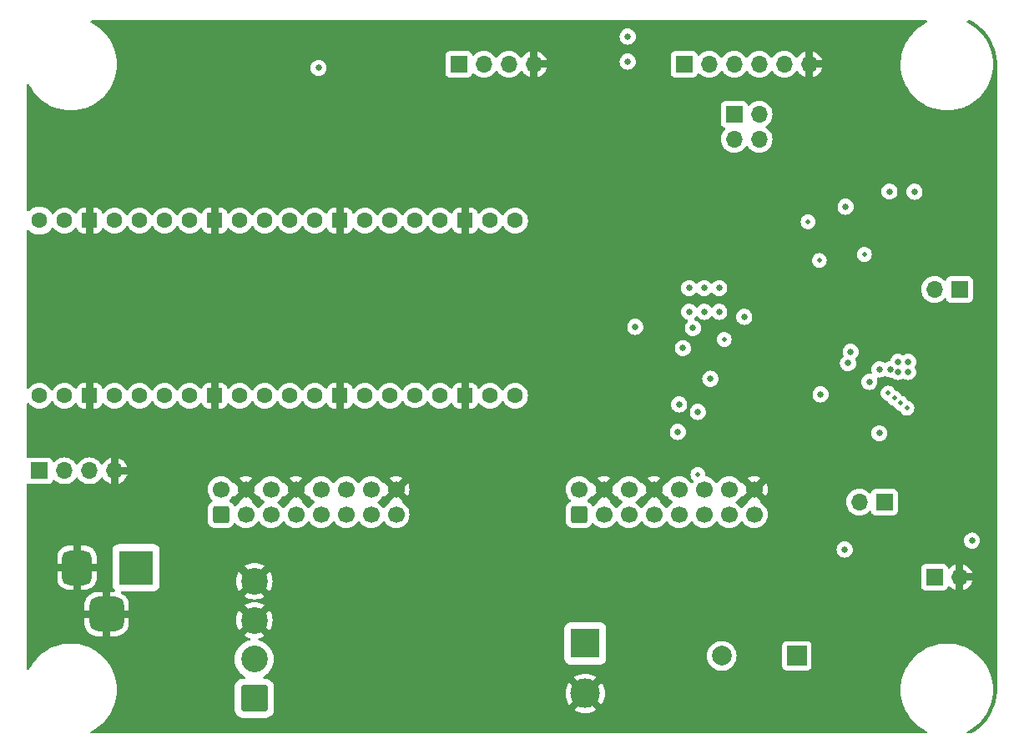
<source format=gbr>
%TF.GenerationSoftware,KiCad,Pcbnew,7.0.11-7.0.11~ubuntu20.04.1*%
%TF.CreationDate,2024-03-20T21:38:14+00:00*%
%TF.ProjectId,MDFPGA,4d444650-4741-42e6-9b69-6361645f7063,rev?*%
%TF.SameCoordinates,Original*%
%TF.FileFunction,Copper,L3,Inr*%
%TF.FilePolarity,Positive*%
%FSLAX46Y46*%
G04 Gerber Fmt 4.6, Leading zero omitted, Abs format (unit mm)*
G04 Created by KiCad (PCBNEW 7.0.11-7.0.11~ubuntu20.04.1) date 2024-03-20 21:38:14*
%MOMM*%
%LPD*%
G01*
G04 APERTURE LIST*
G04 Aperture macros list*
%AMRoundRect*
0 Rectangle with rounded corners*
0 $1 Rounding radius*
0 $2 $3 $4 $5 $6 $7 $8 $9 X,Y pos of 4 corners*
0 Add a 4 corners polygon primitive as box body*
4,1,4,$2,$3,$4,$5,$6,$7,$8,$9,$2,$3,0*
0 Add four circle primitives for the rounded corners*
1,1,$1+$1,$2,$3*
1,1,$1+$1,$4,$5*
1,1,$1+$1,$6,$7*
1,1,$1+$1,$8,$9*
0 Add four rect primitives between the rounded corners*
20,1,$1+$1,$2,$3,$4,$5,0*
20,1,$1+$1,$4,$5,$6,$7,0*
20,1,$1+$1,$6,$7,$8,$9,0*
20,1,$1+$1,$8,$9,$2,$3,0*%
G04 Aperture macros list end*
%TA.AperFunction,ComponentPad*%
%ADD10R,1.700000X1.700000*%
%TD*%
%TA.AperFunction,ComponentPad*%
%ADD11O,1.700000X1.700000*%
%TD*%
%TA.AperFunction,ComponentPad*%
%ADD12C,1.600000*%
%TD*%
%TA.AperFunction,ComponentPad*%
%ADD13RoundRect,0.200000X0.600000X-0.600000X0.600000X0.600000X-0.600000X0.600000X-0.600000X-0.600000X0*%
%TD*%
%TA.AperFunction,ComponentPad*%
%ADD14R,3.000000X3.000000*%
%TD*%
%TA.AperFunction,ComponentPad*%
%ADD15C,3.000000*%
%TD*%
%TA.AperFunction,ComponentPad*%
%ADD16R,2.000000X2.000000*%
%TD*%
%TA.AperFunction,ComponentPad*%
%ADD17C,2.000000*%
%TD*%
%TA.AperFunction,ComponentPad*%
%ADD18RoundRect,0.250000X0.600000X-0.600000X0.600000X0.600000X-0.600000X0.600000X-0.600000X-0.600000X0*%
%TD*%
%TA.AperFunction,ComponentPad*%
%ADD19C,1.700000*%
%TD*%
%TA.AperFunction,ComponentPad*%
%ADD20RoundRect,0.250001X1.099999X-1.099999X1.099999X1.099999X-1.099999X1.099999X-1.099999X-1.099999X0*%
%TD*%
%TA.AperFunction,ComponentPad*%
%ADD21C,2.700000*%
%TD*%
%TA.AperFunction,ComponentPad*%
%ADD22R,3.500000X3.500000*%
%TD*%
%TA.AperFunction,ComponentPad*%
%ADD23RoundRect,0.750000X-0.750000X-1.000000X0.750000X-1.000000X0.750000X1.000000X-0.750000X1.000000X0*%
%TD*%
%TA.AperFunction,ComponentPad*%
%ADD24RoundRect,0.875000X-0.875000X-0.875000X0.875000X-0.875000X0.875000X0.875000X-0.875000X0.875000X0*%
%TD*%
%TA.AperFunction,ViaPad*%
%ADD25C,0.635000*%
%TD*%
%TA.AperFunction,ViaPad*%
%ADD26C,0.508000*%
%TD*%
G04 APERTURE END LIST*
D10*
%TO.N,Net-(D3-K)*%
%TO.C,J11*%
X87630000Y-49530000D03*
D11*
%TO.N,/FPGA/CDONE*%
X85090000Y-49530000D03*
%TD*%
D10*
%TO.N,/FPGA/~{CRESET_B}*%
%TO.C,J10*%
X92710000Y-57150000D03*
D11*
%TO.N,GND*%
X95250000Y-57150000D03*
%TD*%
D12*
%TO.N,/UART0_TX*%
%TO.C,A1*%
X1905000Y-38735000D03*
%TO.N,/UART0_RX*%
X4445000Y-38735000D03*
D13*
%TO.N,GND*%
X6985000Y-38735000D03*
D12*
%TO.N,/RED1*%
X9525000Y-38735000D03*
%TO.N,/GREEN1*%
X12065000Y-38735000D03*
%TO.N,/BLUE1*%
X14605000Y-38735000D03*
%TO.N,/RED2*%
X17145000Y-38735000D03*
D13*
%TO.N,GND*%
X19685000Y-38735000D03*
D12*
%TO.N,/GREEN2*%
X22225000Y-38735000D03*
%TO.N,/BLUE2*%
X24765000Y-38735000D03*
%TO.N,/ADDRA*%
X27305000Y-38735000D03*
%TO.N,/ADDRB*%
X29845000Y-38735000D03*
D13*
%TO.N,GND*%
X32385000Y-38735000D03*
D12*
%TO.N,/ADDRC*%
X34925000Y-38735000D03*
%TO.N,/ADDRD*%
X37465000Y-38735000D03*
%TO.N,unconnected-(A1-GP12-Pad16)*%
X40005000Y-38693119D03*
%TO.N,/CLK*%
X42545000Y-38735000D03*
D13*
%TO.N,GND*%
X45085000Y-38735000D03*
D12*
%TO.N,/LATCH*%
X47625000Y-38735000D03*
%TO.N,/OE*%
X50165000Y-38735000D03*
%TO.N,CTRL_MISO*%
X50165000Y-20955000D03*
%TO.N,~{CTRL_SS}*%
X47625000Y-20955000D03*
D13*
%TO.N,GND*%
X45085000Y-20955000D03*
D12*
%TO.N,CTRL_CLK*%
X42545000Y-20955000D03*
%TO.N,CTRL_MOSI*%
X40005000Y-20955000D03*
%TO.N,/SDA*%
X37465000Y-20955000D03*
%TO.N,/SCL*%
X34925000Y-20955000D03*
D13*
%TO.N,GND*%
X32385000Y-20955000D03*
D12*
%TO.N,/RTCSQWAVE*%
X29845000Y-20955000D03*
%TO.N,unconnected-(A1-RUN-Pad30)*%
X27305000Y-20955000D03*
%TO.N,~{CTRL_RESET}*%
X24765000Y-20955000D03*
%TO.N,/BUZZER*%
X22225000Y-20955000D03*
D13*
%TO.N,GND*%
X19685000Y-20955000D03*
D12*
%TO.N,unconnected-(A1-GP28-Pad34)*%
X17145000Y-20955000D03*
%TO.N,unconnected-(A1-ADC_VREF-Pad35)*%
X14605000Y-20955000D03*
%TO.N,+3V3*%
X12065000Y-20955000D03*
%TO.N,unconnected-(A1-3V3_EN-Pad37)*%
X9525000Y-20955000D03*
D13*
%TO.N,GND*%
X6985000Y-20955000D03*
D12*
%TO.N,unconnected-(A1-VSYS-Pad39)*%
X4445000Y-20955000D03*
%TO.N,+5V*%
X1905000Y-20955000D03*
%TD*%
D10*
%TO.N,+3V3*%
%TO.C,J1*%
X67310000Y-5080000D03*
D11*
%TO.N,/FPGA/FLASH_MOSI*%
X69850000Y-5080000D03*
%TO.N,/FPGA/FLASH_MISO*%
X72390000Y-5080000D03*
%TO.N,/FPGA/ICE_SCK*%
X74930000Y-5080000D03*
%TO.N,/FPGA/ICE_SS*%
X77470000Y-5080000D03*
%TO.N,GND*%
X80010000Y-5080000D03*
%TD*%
D10*
%TO.N,+3V3*%
%TO.C,J2*%
X1905000Y-46355000D03*
D11*
%TO.N,/UART0_TX*%
X4445000Y-46355000D03*
%TO.N,/UART0_RX*%
X6985000Y-46355000D03*
%TO.N,GND*%
X9525000Y-46355000D03*
%TD*%
D14*
%TO.N,+5V*%
%TO.C,J7*%
X57280000Y-63875000D03*
D15*
%TO.N,GND*%
X57280000Y-68955000D03*
%TD*%
D16*
%TO.N,Net-(R6-Pad2)*%
%TO.C,SP1*%
X78730000Y-65145000D03*
D17*
%TO.N,/BUZZER*%
X71130000Y-65145000D03*
%TD*%
D10*
%TO.N,/FPGA/ICE_SS*%
%TO.C,J9*%
X95250000Y-27940000D03*
D11*
%TO.N,Net-(J9-Pin_2)*%
X92710000Y-27940000D03*
%TD*%
D10*
%TO.N,/FPGA/FLASH_MOSI*%
%TO.C,J8*%
X72390000Y-10160000D03*
D11*
%TO.N,/FPGA/ICE_MISO*%
X74930000Y-10160000D03*
%TO.N,/FPGA/ICE_MOSI*%
X72390000Y-12700000D03*
%TO.N,/FPGA/FLASH_MISO*%
X74930000Y-12700000D03*
%TD*%
D18*
%TO.N,/RED1*%
%TO.C,J3*%
X20320000Y-50800000D03*
D19*
%TO.N,/GREEN1*%
X20320000Y-48260000D03*
%TO.N,/BLUE1*%
X22860000Y-50800000D03*
%TO.N,GND*%
X22860000Y-48260000D03*
%TO.N,/RED2*%
X25400000Y-50800000D03*
%TO.N,/GREEN2*%
X25400000Y-48260000D03*
%TO.N,/BLUE2*%
X27940000Y-50800000D03*
%TO.N,GND*%
X27940000Y-48260000D03*
%TO.N,/ADDRA*%
X30480000Y-50800000D03*
%TO.N,/ADDRB*%
X30480000Y-48260000D03*
%TO.N,/ADDRC*%
X33020000Y-50800000D03*
%TO.N,/ADDRD*%
X33020000Y-48260000D03*
%TO.N,/CLK*%
X35560000Y-50800000D03*
%TO.N,/LATCH*%
X35560000Y-48260000D03*
%TO.N,/OE*%
X38100000Y-50800000D03*
%TO.N,GND*%
X38100000Y-48260000D03*
%TD*%
D10*
%TO.N,+3V3*%
%TO.C,J5*%
X44450000Y-5080000D03*
D11*
%TO.N,/SCL*%
X46990000Y-5080000D03*
%TO.N,/SDA*%
X49530000Y-5080000D03*
%TO.N,GND*%
X52070000Y-5080000D03*
%TD*%
D20*
%TO.N,+5V*%
%TO.C,J4*%
X23705000Y-69440000D03*
D21*
X23705000Y-65480000D03*
%TO.N,GND*%
X23705000Y-61520000D03*
X23705000Y-57560000D03*
%TD*%
D22*
%TO.N,+5V*%
%TO.C,CON1*%
X11715000Y-56192500D03*
D23*
%TO.N,GND*%
X5715000Y-56192500D03*
D24*
X8715000Y-60892500D03*
%TD*%
D18*
%TO.N,/FPGA/RED1*%
%TO.C,J6*%
X56645000Y-50800000D03*
D19*
%TO.N,/FPGA/GREEN1*%
X56645000Y-48260000D03*
%TO.N,/FPGA/BLUE1*%
X59185000Y-50800000D03*
%TO.N,GND*%
X59185000Y-48260000D03*
%TO.N,/FPGA/RED2*%
X61725000Y-50800000D03*
%TO.N,/FPGA/GREEN2*%
X61725000Y-48260000D03*
%TO.N,/FPGA/BLUE2*%
X64265000Y-50800000D03*
%TO.N,GND*%
X64265000Y-48260000D03*
%TO.N,/FPGA/ADDRA*%
X66805000Y-50800000D03*
%TO.N,/FPGA/ADDRB*%
X66805000Y-48260000D03*
%TO.N,/FPGA/ADDRC*%
X69345000Y-50800000D03*
%TO.N,/FPGA/ADDRD*%
X69345000Y-48260000D03*
%TO.N,/FPGA/CLK*%
X71885000Y-50800000D03*
%TO.N,/FPGA/LATCH*%
X71885000Y-48260000D03*
%TO.N,/FPGA/OE*%
X74425000Y-50800000D03*
%TO.N,GND*%
X74425000Y-48260000D03*
%TD*%
D25*
%TO.N,GND*%
X35560000Y-8001000D03*
X76965000Y-38475000D03*
X85220000Y-27807000D03*
X82680000Y-29077000D03*
X20320000Y-14605000D03*
X75695000Y-38475000D03*
X74425000Y-38475000D03*
X80140000Y-29077000D03*
X76965000Y-35935000D03*
X35560000Y-13081000D03*
X52578000Y-18161000D03*
X81410000Y-27807000D03*
X74425000Y-35935000D03*
X86490000Y-29077000D03*
X63757000Y-33098000D03*
X78870000Y-27807000D03*
X30480000Y-9271000D03*
X30480000Y-13081000D03*
X81410000Y-29077000D03*
X77092000Y-24886000D03*
X77600000Y-29077000D03*
X78870000Y-29077000D03*
X87760000Y-27807000D03*
X83950000Y-29077000D03*
X75568000Y-30982000D03*
X92710000Y-44828000D03*
X85220000Y-29077000D03*
X80140000Y-27807000D03*
X86490000Y-27807000D03*
X87760000Y-29077000D03*
X88635000Y-65145000D03*
X82680000Y-27807000D03*
X77600000Y-27807000D03*
X83950000Y-27807000D03*
X83592500Y-57525000D03*
X75695000Y-35935000D03*
%TO.N,+3V3*%
X90046000Y-35300000D03*
X62360000Y-31744000D03*
X68710000Y-40380000D03*
X89030000Y-35300000D03*
X88268000Y-36062000D03*
X67186000Y-33903000D03*
X70869000Y-30220000D03*
X96520000Y-53437500D03*
X68202000Y-31871000D03*
X90681000Y-18028000D03*
X30226000Y-5461000D03*
X67821000Y-30220000D03*
X70869000Y-27807000D03*
X61595000Y-2280000D03*
X90046000Y-36316000D03*
X69345000Y-27807000D03*
X67821000Y-27807000D03*
X89030000Y-36316000D03*
X87122000Y-42545000D03*
X83696000Y-19552000D03*
X73409000Y-30728000D03*
X66805000Y-39618000D03*
X88141000Y-18004500D03*
X61595000Y-4820000D03*
X87125000Y-36062000D03*
X83592500Y-54350000D03*
X69345000Y-30220000D03*
D26*
%TO.N,CTRL_MOSI*%
X89281000Y-39497000D03*
%TO.N,CTRL_MISO*%
X88011000Y-38481000D03*
%TO.N,CTRL_CLK*%
X88646000Y-38989000D03*
D25*
%TO.N,+1V2*%
X84204000Y-34284000D03*
X83947000Y-35433000D03*
X66678000Y-42412000D03*
X81156000Y-38602000D03*
X86106000Y-37338000D03*
X69974500Y-37020000D03*
D26*
%TO.N,/FPGA/VPP_2V5*%
X71377000Y-33014000D03*
%TO.N,/FPGA/FLASH_MOSI*%
X85598000Y-24384000D03*
%TO.N,/FPGA/CLK*%
X68710000Y-46736000D03*
%TO.N,~{CTRL_RESET}*%
X89916000Y-40005000D03*
%TO.N,/FPGA/ICE_SS*%
X81029000Y-25013000D03*
%TO.N,Net-(J9-Pin_2)*%
X79886000Y-21076000D03*
%TD*%
%TA.AperFunction,Conductor*%
%TO.N,GND*%
G36*
X91913763Y-654685D02*
G01*
X91959518Y-707489D01*
X91969462Y-776647D01*
X91940437Y-840203D01*
X91896810Y-872433D01*
X91893709Y-873803D01*
X91887038Y-876748D01*
X91887021Y-876757D01*
X91508140Y-1087792D01*
X91508133Y-1087796D01*
X91150320Y-1332904D01*
X91150310Y-1332911D01*
X90816666Y-1609966D01*
X90816646Y-1609984D01*
X90509984Y-1916646D01*
X90509966Y-1916666D01*
X90232911Y-2250310D01*
X90232904Y-2250320D01*
X89987796Y-2608133D01*
X89987792Y-2608140D01*
X89776757Y-2987021D01*
X89776743Y-2987049D01*
X89601572Y-3383770D01*
X89601571Y-3383774D01*
X89463737Y-3795015D01*
X89364441Y-4217196D01*
X89364440Y-4217201D01*
X89305766Y-4637824D01*
X89304520Y-4646753D01*
X89284490Y-5080000D01*
X89304520Y-5513247D01*
X89304520Y-5513253D01*
X89304521Y-5513255D01*
X89364440Y-5942798D01*
X89364441Y-5942803D01*
X89463737Y-6364984D01*
X89601571Y-6776225D01*
X89601572Y-6776229D01*
X89776743Y-7172950D01*
X89776748Y-7172960D01*
X89776752Y-7172969D01*
X89776756Y-7172977D01*
X89776757Y-7172978D01*
X89987792Y-7551859D01*
X89987796Y-7551866D01*
X89987797Y-7551867D01*
X90232902Y-7909677D01*
X90232904Y-7909679D01*
X90232911Y-7909689D01*
X90509966Y-8243333D01*
X90509976Y-8243345D01*
X90816655Y-8550024D01*
X90816666Y-8550033D01*
X91150310Y-8827088D01*
X91150316Y-8827092D01*
X91150323Y-8827098D01*
X91508133Y-9072203D01*
X91887031Y-9283248D01*
X91887048Y-9283255D01*
X91887049Y-9283256D01*
X92283770Y-9458427D01*
X92283774Y-9458428D01*
X92283776Y-9458428D01*
X92283786Y-9458433D01*
X92695013Y-9596262D01*
X93117202Y-9695560D01*
X93546753Y-9755480D01*
X93871634Y-9770500D01*
X93871637Y-9770500D01*
X94088363Y-9770500D01*
X94088366Y-9770500D01*
X94413247Y-9755480D01*
X94842798Y-9695560D01*
X95264987Y-9596262D01*
X95676214Y-9458433D01*
X95676225Y-9458427D01*
X95676229Y-9458427D01*
X95920397Y-9350615D01*
X96072969Y-9283248D01*
X96451867Y-9072203D01*
X96809677Y-8827098D01*
X97143345Y-8550024D01*
X97450024Y-8243345D01*
X97727098Y-7909677D01*
X97972203Y-7551867D01*
X98183248Y-7172969D01*
X98250615Y-7020397D01*
X98358427Y-6776229D01*
X98358428Y-6776225D01*
X98358433Y-6776214D01*
X98496262Y-6364987D01*
X98595560Y-5942798D01*
X98655480Y-5513247D01*
X98675510Y-5080000D01*
X98655480Y-4646753D01*
X98595560Y-4217202D01*
X98496262Y-3795013D01*
X98358433Y-3383786D01*
X98358428Y-3383774D01*
X98358427Y-3383770D01*
X98183256Y-2987049D01*
X98183254Y-2987044D01*
X98183248Y-2987031D01*
X97972203Y-2608133D01*
X97727098Y-2250323D01*
X97727092Y-2250316D01*
X97727088Y-2250310D01*
X97450033Y-1916666D01*
X97450024Y-1916655D01*
X97143345Y-1609976D01*
X97097216Y-1571671D01*
X96809689Y-1332911D01*
X96809679Y-1332904D01*
X96809677Y-1332902D01*
X96571137Y-1169498D01*
X96451866Y-1087796D01*
X96451859Y-1087792D01*
X96072978Y-876757D01*
X96072961Y-876748D01*
X96067827Y-874481D01*
X96063189Y-872434D01*
X96009814Y-827349D01*
X95989286Y-760563D01*
X96008124Y-693281D01*
X96060346Y-646864D01*
X96113276Y-635000D01*
X96400834Y-635000D01*
X96464307Y-652476D01*
X96641548Y-758090D01*
X96644666Y-760012D01*
X96770540Y-840203D01*
X96817116Y-869875D01*
X96822545Y-873538D01*
X96998570Y-999218D01*
X97002002Y-1001759D01*
X97164219Y-1126232D01*
X97168874Y-1129985D01*
X97333920Y-1269771D01*
X97337552Y-1272972D01*
X97488327Y-1411132D01*
X97492235Y-1414873D01*
X97645125Y-1567763D01*
X97648866Y-1571671D01*
X97787026Y-1722446D01*
X97790227Y-1726078D01*
X97930013Y-1891124D01*
X97933766Y-1895779D01*
X98058239Y-2057996D01*
X98060780Y-2061428D01*
X98186460Y-2237453D01*
X98190123Y-2242882D01*
X98299974Y-2415313D01*
X98301917Y-2418465D01*
X98412650Y-2604300D01*
X98416116Y-2610516D01*
X98510534Y-2791889D01*
X98511946Y-2794686D01*
X98606942Y-2989004D01*
X98610102Y-2996011D01*
X98688351Y-3184920D01*
X98689307Y-3187298D01*
X98741305Y-3320556D01*
X98765977Y-3383786D01*
X98767949Y-3388838D01*
X98770693Y-3396627D01*
X98832163Y-3591591D01*
X98832747Y-3593495D01*
X98894494Y-3800898D01*
X98896710Y-3809441D01*
X98940949Y-4008987D01*
X98941249Y-4010380D01*
X98985675Y-4222260D01*
X98987253Y-4231521D01*
X99013887Y-4433829D01*
X99013996Y-4434676D01*
X99040818Y-4649849D01*
X99041652Y-4659778D01*
X99050512Y-4862701D01*
X99050524Y-4862986D01*
X99059394Y-5077438D01*
X99059500Y-5082562D01*
X99059500Y-68577437D01*
X99059394Y-68582561D01*
X99050524Y-68797013D01*
X99050512Y-68797298D01*
X99041652Y-69000220D01*
X99040818Y-69010149D01*
X99013996Y-69225322D01*
X99013887Y-69226169D01*
X98987253Y-69428477D01*
X98985675Y-69437738D01*
X98941249Y-69649618D01*
X98940949Y-69651011D01*
X98896710Y-69850557D01*
X98894494Y-69859100D01*
X98832747Y-70066503D01*
X98832163Y-70068407D01*
X98770693Y-70263371D01*
X98767949Y-70271160D01*
X98689307Y-70472700D01*
X98688351Y-70475078D01*
X98610102Y-70663987D01*
X98606942Y-70670994D01*
X98511946Y-70865312D01*
X98510534Y-70868109D01*
X98416116Y-71049482D01*
X98412650Y-71055698D01*
X98301917Y-71241533D01*
X98299974Y-71244685D01*
X98190123Y-71417116D01*
X98186460Y-71422545D01*
X98060780Y-71598570D01*
X98058239Y-71602002D01*
X97933766Y-71764219D01*
X97930013Y-71768874D01*
X97790227Y-71933920D01*
X97787026Y-71937552D01*
X97648866Y-72088327D01*
X97645125Y-72092235D01*
X97492235Y-72245125D01*
X97488327Y-72248866D01*
X97337552Y-72387026D01*
X97333920Y-72390227D01*
X97168874Y-72530013D01*
X97164219Y-72533766D01*
X97002002Y-72658239D01*
X96998570Y-72660780D01*
X96822545Y-72786460D01*
X96817116Y-72790123D01*
X96644685Y-72899974D01*
X96641534Y-72901916D01*
X96464306Y-73007522D01*
X96400832Y-73025000D01*
X96113276Y-73025000D01*
X96046237Y-73005315D01*
X96000482Y-72952511D01*
X95990538Y-72883353D01*
X96019563Y-72819797D01*
X96063189Y-72787566D01*
X96072969Y-72783248D01*
X96451867Y-72572203D01*
X96809677Y-72327098D01*
X97143345Y-72050024D01*
X97450024Y-71743345D01*
X97727098Y-71409677D01*
X97972203Y-71051867D01*
X98183248Y-70672969D01*
X98271676Y-70472700D01*
X98358427Y-70276229D01*
X98358428Y-70276225D01*
X98358433Y-70276214D01*
X98496262Y-69864987D01*
X98595560Y-69442798D01*
X98655480Y-69013247D01*
X98675510Y-68580000D01*
X98655480Y-68146753D01*
X98595560Y-67717202D01*
X98496262Y-67295013D01*
X98358433Y-66883786D01*
X98358428Y-66883774D01*
X98358427Y-66883770D01*
X98183256Y-66487049D01*
X98183254Y-66487044D01*
X98183248Y-66487031D01*
X97972203Y-66108133D01*
X97727098Y-65750323D01*
X97727092Y-65750316D01*
X97727088Y-65750310D01*
X97468728Y-65439180D01*
X97450024Y-65416655D01*
X97143345Y-65109976D01*
X96913601Y-64919199D01*
X96809689Y-64832911D01*
X96809679Y-64832904D01*
X96809677Y-64832902D01*
X96451867Y-64587797D01*
X96451866Y-64587796D01*
X96451859Y-64587792D01*
X96072978Y-64376757D01*
X96072977Y-64376756D01*
X96072969Y-64376752D01*
X96072960Y-64376748D01*
X96072950Y-64376743D01*
X95676229Y-64201572D01*
X95676225Y-64201571D01*
X95676216Y-64201568D01*
X95676214Y-64201567D01*
X95264987Y-64063738D01*
X95264986Y-64063737D01*
X95264984Y-64063737D01*
X94842803Y-63964441D01*
X94842798Y-63964440D01*
X94413255Y-63904521D01*
X94413253Y-63904520D01*
X94413247Y-63904520D01*
X94088366Y-63889500D01*
X93871634Y-63889500D01*
X93546753Y-63904520D01*
X93546746Y-63904520D01*
X93546744Y-63904521D01*
X93117201Y-63964440D01*
X93117196Y-63964441D01*
X92695015Y-64063737D01*
X92283774Y-64201571D01*
X92283770Y-64201572D01*
X91887049Y-64376743D01*
X91887021Y-64376757D01*
X91508140Y-64587792D01*
X91508133Y-64587796D01*
X91150320Y-64832904D01*
X91150310Y-64832911D01*
X90816666Y-65109966D01*
X90816646Y-65109984D01*
X90509984Y-65416646D01*
X90509966Y-65416666D01*
X90232911Y-65750310D01*
X90232904Y-65750320D01*
X89987796Y-66108133D01*
X89987792Y-66108140D01*
X89776757Y-66487021D01*
X89776743Y-66487049D01*
X89601572Y-66883770D01*
X89601571Y-66883774D01*
X89463737Y-67295015D01*
X89364441Y-67717196D01*
X89364440Y-67717201D01*
X89342993Y-67870953D01*
X89304520Y-68146753D01*
X89284490Y-68580000D01*
X89304520Y-69013247D01*
X89304520Y-69013253D01*
X89304521Y-69013255D01*
X89364440Y-69442798D01*
X89364441Y-69442803D01*
X89413083Y-69649618D01*
X89463738Y-69864987D01*
X89597262Y-70263371D01*
X89601571Y-70276225D01*
X89601572Y-70276229D01*
X89776743Y-70672950D01*
X89776748Y-70672960D01*
X89776752Y-70672969D01*
X89776756Y-70672977D01*
X89776757Y-70672978D01*
X89987792Y-71051859D01*
X89987796Y-71051866D01*
X90068440Y-71169591D01*
X90232902Y-71409677D01*
X90232904Y-71409679D01*
X90232911Y-71409689D01*
X90392606Y-71602002D01*
X90509976Y-71743345D01*
X90816655Y-72050024D01*
X90816666Y-72050033D01*
X91150310Y-72327088D01*
X91150316Y-72327092D01*
X91150323Y-72327098D01*
X91508133Y-72572203D01*
X91887031Y-72783248D01*
X91896810Y-72787565D01*
X91950186Y-72832651D01*
X91970714Y-72899437D01*
X91951876Y-72966719D01*
X91899654Y-73013136D01*
X91846724Y-73025000D01*
X7213276Y-73025000D01*
X7146237Y-73005315D01*
X7100482Y-72952511D01*
X7090538Y-72883353D01*
X7119563Y-72819797D01*
X7163189Y-72787566D01*
X7172969Y-72783248D01*
X7551867Y-72572203D01*
X7909677Y-72327098D01*
X8243345Y-72050024D01*
X8550024Y-71743345D01*
X8827098Y-71409677D01*
X9072203Y-71051867D01*
X9283248Y-70672969D01*
X9371676Y-70472700D01*
X9458427Y-70276229D01*
X9458428Y-70276225D01*
X9458433Y-70276214D01*
X9596262Y-69864987D01*
X9695560Y-69442798D01*
X9755480Y-69013247D01*
X9775510Y-68580000D01*
X9755480Y-68146753D01*
X9695560Y-67717202D01*
X9596262Y-67295013D01*
X9458433Y-66883786D01*
X9458428Y-66883774D01*
X9458427Y-66883770D01*
X9283256Y-66487049D01*
X9283254Y-66487044D01*
X9283248Y-66487031D01*
X9072203Y-66108133D01*
X8827098Y-65750323D01*
X8827092Y-65750316D01*
X8827088Y-65750310D01*
X8602625Y-65480001D01*
X21714428Y-65480001D01*
X21734689Y-65763293D01*
X21795057Y-66040800D01*
X21795059Y-66040806D01*
X21795060Y-66040809D01*
X21805868Y-66069785D01*
X21894314Y-66306919D01*
X22030420Y-66556178D01*
X22030425Y-66556186D01*
X22200619Y-66783539D01*
X22200635Y-66783557D01*
X22401442Y-66984364D01*
X22401460Y-66984380D01*
X22628813Y-67154574D01*
X22628821Y-67154579D01*
X22751685Y-67221668D01*
X22801090Y-67271073D01*
X22815942Y-67339346D01*
X22791525Y-67404810D01*
X22735592Y-67446682D01*
X22692258Y-67454500D01*
X22543014Y-67454500D01*
X22465718Y-67460583D01*
X22285918Y-67508761D01*
X22120068Y-67593263D01*
X21975408Y-67710408D01*
X21858263Y-67855068D01*
X21773761Y-68020918D01*
X21725583Y-68200718D01*
X21719500Y-68278014D01*
X21719500Y-70601985D01*
X21725583Y-70679281D01*
X21725583Y-70679284D01*
X21725584Y-70679285D01*
X21773761Y-70859082D01*
X21783854Y-70878890D01*
X21858263Y-71024931D01*
X21880069Y-71051859D01*
X21975408Y-71169592D01*
X22064248Y-71241533D01*
X22120068Y-71286736D01*
X22202195Y-71328580D01*
X22285918Y-71371239D01*
X22465715Y-71419416D01*
X22543020Y-71425500D01*
X22543028Y-71425500D01*
X24866972Y-71425500D01*
X24866980Y-71425500D01*
X24944285Y-71419416D01*
X25124082Y-71371239D01*
X25250461Y-71306846D01*
X25289931Y-71286736D01*
X25289932Y-71286734D01*
X25289934Y-71286734D01*
X25434592Y-71169592D01*
X25551734Y-71024934D01*
X25636239Y-70859082D01*
X25684416Y-70679285D01*
X25690500Y-70601980D01*
X25690500Y-68955001D01*
X55274891Y-68955001D01*
X55295300Y-69240362D01*
X55356109Y-69519895D01*
X55456091Y-69787958D01*
X55593191Y-70039038D01*
X55593196Y-70039046D01*
X55620569Y-70075613D01*
X55620570Y-70075613D01*
X56543187Y-69152996D01*
X56546971Y-69174454D01*
X56617340Y-69337587D01*
X56723433Y-69480094D01*
X56859530Y-69594294D01*
X57018295Y-69674028D01*
X57084173Y-69689641D01*
X56159385Y-70614428D01*
X56159386Y-70614429D01*
X56195953Y-70641803D01*
X56195961Y-70641808D01*
X56447042Y-70778908D01*
X56447041Y-70778908D01*
X56715104Y-70878890D01*
X56994637Y-70939699D01*
X57279999Y-70960109D01*
X57280001Y-70960109D01*
X57565362Y-70939699D01*
X57844895Y-70878890D01*
X58112958Y-70778908D01*
X58364037Y-70641808D01*
X58364047Y-70641802D01*
X58400613Y-70614428D01*
X57477923Y-69691737D01*
X57623409Y-69638784D01*
X57771844Y-69541157D01*
X57893764Y-69411930D01*
X57982595Y-69258070D01*
X58014687Y-69150872D01*
X58939428Y-70075613D01*
X58966802Y-70039047D01*
X58966808Y-70039037D01*
X59103908Y-69787958D01*
X59203890Y-69519895D01*
X59264699Y-69240362D01*
X59285109Y-68955001D01*
X59285109Y-68954998D01*
X59264699Y-68669637D01*
X59203890Y-68390104D01*
X59103908Y-68122041D01*
X58966808Y-67870961D01*
X58966803Y-67870953D01*
X58939429Y-67834386D01*
X58939428Y-67834385D01*
X58016812Y-68757001D01*
X58013029Y-68735546D01*
X57942660Y-68572413D01*
X57836567Y-68429906D01*
X57700470Y-68315706D01*
X57541705Y-68235972D01*
X57475826Y-68220358D01*
X58400613Y-67295570D01*
X58400613Y-67295569D01*
X58364046Y-67268196D01*
X58364038Y-67268191D01*
X58112957Y-67131091D01*
X58112958Y-67131091D01*
X57844895Y-67031109D01*
X57565362Y-66970300D01*
X57280001Y-66949891D01*
X57279999Y-66949891D01*
X56994637Y-66970300D01*
X56715104Y-67031109D01*
X56447041Y-67131091D01*
X56195953Y-67268196D01*
X56159385Y-67295569D01*
X57082078Y-68218262D01*
X56936591Y-68271216D01*
X56788156Y-68368843D01*
X56666236Y-68498070D01*
X56577405Y-68651930D01*
X56545312Y-68759128D01*
X55620569Y-67834385D01*
X55593196Y-67870953D01*
X55456091Y-68122041D01*
X55356109Y-68390104D01*
X55295300Y-68669637D01*
X55274891Y-68954998D01*
X55274891Y-68955001D01*
X25690500Y-68955001D01*
X25690500Y-68278020D01*
X25684416Y-68200715D01*
X25636239Y-68020918D01*
X25593580Y-67937195D01*
X25551736Y-67855068D01*
X25519452Y-67815201D01*
X25434592Y-67710408D01*
X25349730Y-67641688D01*
X25289931Y-67593263D01*
X25166739Y-67530495D01*
X25124082Y-67508761D01*
X24944285Y-67460584D01*
X24944284Y-67460583D01*
X24944281Y-67460583D01*
X24866985Y-67454500D01*
X24866980Y-67454500D01*
X24717742Y-67454500D01*
X24650703Y-67434815D01*
X24604948Y-67382011D01*
X24595004Y-67312853D01*
X24624029Y-67249297D01*
X24658315Y-67221668D01*
X24741544Y-67176220D01*
X24781184Y-67154576D01*
X25008547Y-66984374D01*
X25209374Y-66783547D01*
X25379576Y-66556184D01*
X25515688Y-66306913D01*
X25614940Y-66040809D01*
X25674372Y-65767603D01*
X25675310Y-65763293D01*
X25675310Y-65763292D01*
X25675311Y-65763288D01*
X25695572Y-65480000D01*
X25692652Y-65439168D01*
X55144500Y-65439168D01*
X55144501Y-65439193D01*
X55147335Y-65475204D01*
X55192129Y-65629388D01*
X55192131Y-65629393D01*
X55273863Y-65767595D01*
X55273869Y-65767603D01*
X55387396Y-65881130D01*
X55387400Y-65881133D01*
X55387402Y-65881135D01*
X55525607Y-65962869D01*
X55566268Y-65974682D01*
X55679791Y-66007664D01*
X55679794Y-66007664D01*
X55679796Y-66007665D01*
X55715819Y-66010500D01*
X58844180Y-66010499D01*
X58880204Y-66007665D01*
X59034393Y-65962869D01*
X59172598Y-65881135D01*
X59286135Y-65767598D01*
X59367869Y-65629393D01*
X59412665Y-65475204D01*
X59415500Y-65439181D01*
X59415500Y-65145005D01*
X69624357Y-65145005D01*
X69644890Y-65392812D01*
X69644892Y-65392824D01*
X69705936Y-65633881D01*
X69805826Y-65861606D01*
X69941833Y-66069782D01*
X69941836Y-66069785D01*
X70110256Y-66252738D01*
X70306491Y-66405474D01*
X70525190Y-66523828D01*
X70760386Y-66604571D01*
X71005665Y-66645500D01*
X71254335Y-66645500D01*
X71499614Y-66604571D01*
X71734810Y-66523828D01*
X71953509Y-66405474D01*
X72149744Y-66252738D01*
X72204856Y-66192870D01*
X77229500Y-66192870D01*
X77229501Y-66192876D01*
X77235908Y-66252483D01*
X77286202Y-66387328D01*
X77286206Y-66387335D01*
X77372452Y-66502544D01*
X77372455Y-66502547D01*
X77487664Y-66588793D01*
X77487671Y-66588797D01*
X77622517Y-66639091D01*
X77622516Y-66639091D01*
X77629444Y-66639835D01*
X77682127Y-66645500D01*
X79777872Y-66645499D01*
X79837483Y-66639091D01*
X79972331Y-66588796D01*
X80087546Y-66502546D01*
X80173796Y-66387331D01*
X80224091Y-66252483D01*
X80230500Y-66192873D01*
X80230499Y-64097128D01*
X80224091Y-64037517D01*
X80196835Y-63964441D01*
X80173797Y-63902671D01*
X80173793Y-63902664D01*
X80087547Y-63787455D01*
X80087544Y-63787452D01*
X79972335Y-63701206D01*
X79972328Y-63701202D01*
X79837482Y-63650908D01*
X79837483Y-63650908D01*
X79777883Y-63644501D01*
X79777881Y-63644500D01*
X79777873Y-63644500D01*
X79777864Y-63644500D01*
X77682129Y-63644500D01*
X77682123Y-63644501D01*
X77622516Y-63650908D01*
X77487671Y-63701202D01*
X77487664Y-63701206D01*
X77372455Y-63787452D01*
X77372452Y-63787455D01*
X77286206Y-63902664D01*
X77286202Y-63902671D01*
X77235908Y-64037517D01*
X77229501Y-64097116D01*
X77229501Y-64097123D01*
X77229500Y-64097135D01*
X77229500Y-66192870D01*
X72204856Y-66192870D01*
X72318164Y-66069785D01*
X72454173Y-65861607D01*
X72554063Y-65633881D01*
X72615108Y-65392821D01*
X72635643Y-65145000D01*
X72632741Y-65109984D01*
X72615109Y-64897187D01*
X72615107Y-64897175D01*
X72554063Y-64656118D01*
X72454173Y-64428393D01*
X72318166Y-64220217D01*
X72277868Y-64176442D01*
X72149744Y-64037262D01*
X71953509Y-63884526D01*
X71953507Y-63884525D01*
X71953506Y-63884524D01*
X71734811Y-63766172D01*
X71734802Y-63766169D01*
X71499616Y-63685429D01*
X71254335Y-63644500D01*
X71005665Y-63644500D01*
X70760383Y-63685429D01*
X70525197Y-63766169D01*
X70525188Y-63766172D01*
X70306493Y-63884524D01*
X70110257Y-64037261D01*
X69941833Y-64220217D01*
X69805826Y-64428393D01*
X69705936Y-64656118D01*
X69644892Y-64897175D01*
X69644890Y-64897187D01*
X69624357Y-65144994D01*
X69624357Y-65145005D01*
X59415500Y-65145005D01*
X59415499Y-62310820D01*
X59412665Y-62274796D01*
X59367869Y-62120607D01*
X59286135Y-61982402D01*
X59286133Y-61982400D01*
X59286130Y-61982396D01*
X59172603Y-61868869D01*
X59172595Y-61868863D01*
X59034393Y-61787131D01*
X59034388Y-61787129D01*
X58880208Y-61742335D01*
X58880202Y-61742334D01*
X58844181Y-61739500D01*
X55715831Y-61739500D01*
X55715806Y-61739501D01*
X55679795Y-61742335D01*
X55525611Y-61787129D01*
X55525606Y-61787131D01*
X55387404Y-61868863D01*
X55387396Y-61868869D01*
X55273869Y-61982396D01*
X55273863Y-61982404D01*
X55192131Y-62120606D01*
X55192129Y-62120611D01*
X55147335Y-62274791D01*
X55147334Y-62274797D01*
X55144500Y-62310811D01*
X55144500Y-65439168D01*
X25692652Y-65439168D01*
X25675311Y-65196712D01*
X25664060Y-65144994D01*
X25614942Y-64919199D01*
X25614941Y-64919197D01*
X25614940Y-64919191D01*
X25515688Y-64653087D01*
X25515686Y-64653084D01*
X25515685Y-64653080D01*
X25379579Y-64403821D01*
X25379574Y-64403813D01*
X25209380Y-64176460D01*
X25209364Y-64176442D01*
X25008557Y-63975635D01*
X25008539Y-63975619D01*
X24781186Y-63805425D01*
X24781178Y-63805420D01*
X24531918Y-63669314D01*
X24531919Y-63669314D01*
X24465392Y-63644501D01*
X24265809Y-63570060D01*
X24265802Y-63570058D01*
X24265801Y-63570058D01*
X24182016Y-63551831D01*
X24120693Y-63518346D01*
X24087209Y-63457022D01*
X24092194Y-63387331D01*
X24134065Y-63331397D01*
X24182019Y-63309498D01*
X24227532Y-63299597D01*
X24475487Y-63207115D01*
X24707740Y-63080295D01*
X24718456Y-63072273D01*
X24718457Y-63072271D01*
X23972879Y-62326693D01*
X24064010Y-62295988D01*
X24222431Y-62200669D01*
X24356658Y-62073523D01*
X24460413Y-61920495D01*
X24512808Y-61788993D01*
X25257271Y-62533457D01*
X25257273Y-62533456D01*
X25265295Y-62522740D01*
X25392115Y-62290487D01*
X25484599Y-62042528D01*
X25540847Y-61783960D01*
X25559726Y-61520001D01*
X25559726Y-61519998D01*
X25540847Y-61256039D01*
X25484599Y-60997471D01*
X25392115Y-60749513D01*
X25265299Y-60517266D01*
X25265292Y-60517256D01*
X25257272Y-60506541D01*
X24512542Y-61251271D01*
X24499286Y-61203527D01*
X24412684Y-61040178D01*
X24292991Y-60899265D01*
X24145805Y-60787377D01*
X23978007Y-60709745D01*
X23976722Y-60709462D01*
X24718456Y-59967726D01*
X24718456Y-59967725D01*
X24707748Y-59959709D01*
X24707732Y-59959699D01*
X24475486Y-59832884D01*
X24475487Y-59832884D01*
X24227528Y-59740400D01*
X23968960Y-59684152D01*
X23705001Y-59665274D01*
X23704999Y-59665274D01*
X23441039Y-59684152D01*
X23182471Y-59740400D01*
X22934513Y-59832884D01*
X22702261Y-59959703D01*
X22691541Y-59967726D01*
X23437122Y-60713306D01*
X23345990Y-60744012D01*
X23187569Y-60839331D01*
X23053342Y-60966477D01*
X22949587Y-61119505D01*
X22897191Y-61251006D01*
X22152726Y-60506541D01*
X22144703Y-60517261D01*
X22017884Y-60749513D01*
X21925400Y-60997471D01*
X21869152Y-61256039D01*
X21850274Y-61519998D01*
X21850274Y-61520001D01*
X21869152Y-61783960D01*
X21925400Y-62042528D01*
X22017884Y-62290487D01*
X22144699Y-62522732D01*
X22144709Y-62522748D01*
X22152725Y-62533456D01*
X22152726Y-62533456D01*
X22897457Y-61788726D01*
X22910714Y-61836473D01*
X22997316Y-61999822D01*
X23117009Y-62140735D01*
X23264195Y-62252623D01*
X23431993Y-62330255D01*
X23433276Y-62330537D01*
X22691541Y-63072272D01*
X22702256Y-63080292D01*
X22702266Y-63080299D01*
X22934513Y-63207115D01*
X22934512Y-63207115D01*
X23182472Y-63299599D01*
X23227981Y-63309499D01*
X23289304Y-63342983D01*
X23322790Y-63404306D01*
X23317806Y-63473997D01*
X23275935Y-63529931D01*
X23227983Y-63551831D01*
X23144198Y-63570058D01*
X23144194Y-63570059D01*
X23144191Y-63570060D01*
X23011139Y-63619686D01*
X22878080Y-63669314D01*
X22628821Y-63805420D01*
X22628813Y-63805425D01*
X22401460Y-63975619D01*
X22401442Y-63975635D01*
X22200635Y-64176442D01*
X22200619Y-64176460D01*
X22030425Y-64403813D01*
X22030420Y-64403821D01*
X21894314Y-64653080D01*
X21795057Y-64919199D01*
X21734689Y-65196706D01*
X21714428Y-65479998D01*
X21714428Y-65480001D01*
X8602625Y-65480001D01*
X8568728Y-65439180D01*
X8550024Y-65416655D01*
X8243345Y-65109976D01*
X8013601Y-64919199D01*
X7909689Y-64832911D01*
X7909679Y-64832904D01*
X7909677Y-64832902D01*
X7551867Y-64587797D01*
X7551866Y-64587796D01*
X7551859Y-64587792D01*
X7172978Y-64376757D01*
X7172977Y-64376756D01*
X7172969Y-64376752D01*
X7172960Y-64376748D01*
X7172950Y-64376743D01*
X6776229Y-64201572D01*
X6776225Y-64201571D01*
X6776216Y-64201568D01*
X6776214Y-64201567D01*
X6364987Y-64063738D01*
X6364986Y-64063737D01*
X6364984Y-64063737D01*
X5942803Y-63964441D01*
X5942798Y-63964440D01*
X5513255Y-63904521D01*
X5513253Y-63904520D01*
X5513247Y-63904520D01*
X5188366Y-63889500D01*
X4971634Y-63889500D01*
X4646753Y-63904520D01*
X4646746Y-63904520D01*
X4646744Y-63904521D01*
X4217201Y-63964440D01*
X4217196Y-63964441D01*
X3795015Y-64063737D01*
X3383774Y-64201571D01*
X3383770Y-64201572D01*
X2987049Y-64376743D01*
X2987021Y-64376757D01*
X2608140Y-64587792D01*
X2608133Y-64587796D01*
X2250320Y-64832904D01*
X2250310Y-64832911D01*
X1916666Y-65109966D01*
X1916646Y-65109984D01*
X1609984Y-65416646D01*
X1609966Y-65416666D01*
X1332911Y-65750310D01*
X1332904Y-65750320D01*
X1087796Y-66108133D01*
X1087792Y-66108140D01*
X876757Y-66487021D01*
X876745Y-66487044D01*
X872433Y-66496812D01*
X827346Y-66550187D01*
X760560Y-66570713D01*
X693278Y-66551873D01*
X646863Y-66499649D01*
X635000Y-66446723D01*
X635000Y-60511500D01*
X6465000Y-60511500D01*
X7391176Y-60511500D01*
X7333239Y-60561702D01*
X7255507Y-60682656D01*
X7215000Y-60820611D01*
X7215000Y-60964389D01*
X7255507Y-61102344D01*
X7333239Y-61223298D01*
X7391176Y-61273500D01*
X6465001Y-61273500D01*
X6465001Y-61861088D01*
X6467794Y-61913691D01*
X6512237Y-62143487D01*
X6594879Y-62362475D01*
X6713339Y-62564341D01*
X6713344Y-62564348D01*
X6864211Y-62743286D01*
X6864213Y-62743288D01*
X7043151Y-62894155D01*
X7043158Y-62894160D01*
X7245024Y-63012620D01*
X7464012Y-63095262D01*
X7693809Y-63139705D01*
X7746382Y-63142498D01*
X7746421Y-63142499D01*
X8333999Y-63142499D01*
X8334000Y-63142498D01*
X8334000Y-61392500D01*
X9096000Y-61392500D01*
X9096000Y-63142499D01*
X9683576Y-63142499D01*
X9683588Y-63142498D01*
X9736191Y-63139705D01*
X9965987Y-63095262D01*
X10184975Y-63012620D01*
X10386841Y-62894160D01*
X10386848Y-62894155D01*
X10565786Y-62743288D01*
X10565788Y-62743286D01*
X10716655Y-62564348D01*
X10716660Y-62564341D01*
X10835120Y-62362475D01*
X10917762Y-62143487D01*
X10962205Y-61913691D01*
X10962205Y-61913690D01*
X10964998Y-61861117D01*
X10965000Y-61861078D01*
X10965000Y-61273500D01*
X10038824Y-61273500D01*
X10096761Y-61223298D01*
X10174493Y-61102344D01*
X10215000Y-60964389D01*
X10215000Y-60820611D01*
X10174493Y-60682656D01*
X10096761Y-60561702D01*
X10038824Y-60511500D01*
X10964999Y-60511500D01*
X10964999Y-59923923D01*
X10964998Y-59923911D01*
X10962205Y-59871308D01*
X10917762Y-59641512D01*
X10835120Y-59422524D01*
X10716660Y-59220658D01*
X10716655Y-59220651D01*
X10565788Y-59041713D01*
X10565786Y-59041711D01*
X10386848Y-58890844D01*
X10386837Y-58890837D01*
X10247286Y-58808944D01*
X10199430Y-58758037D01*
X10186693Y-58689338D01*
X10213120Y-58624659D01*
X10270319Y-58584535D01*
X10310039Y-58577999D01*
X13529180Y-58577999D01*
X13565204Y-58575165D01*
X13719393Y-58530369D01*
X13857598Y-58448635D01*
X13971135Y-58335098D01*
X14052869Y-58196893D01*
X14086095Y-58082528D01*
X14097664Y-58042708D01*
X14097665Y-58042702D01*
X14098661Y-58030050D01*
X14100500Y-58006681D01*
X14100500Y-57560001D01*
X21850274Y-57560001D01*
X21869152Y-57823960D01*
X21925400Y-58082528D01*
X22017884Y-58330487D01*
X22144699Y-58562732D01*
X22144709Y-58562748D01*
X22152725Y-58573456D01*
X22152726Y-58573456D01*
X22897457Y-57828726D01*
X22910714Y-57876473D01*
X22997316Y-58039822D01*
X23117009Y-58180735D01*
X23264195Y-58292623D01*
X23431993Y-58370255D01*
X23433276Y-58370537D01*
X22691541Y-59112272D01*
X22702256Y-59120292D01*
X22702266Y-59120299D01*
X22934513Y-59247115D01*
X22934512Y-59247115D01*
X23182471Y-59339599D01*
X23441039Y-59395847D01*
X23704999Y-59414726D01*
X23705001Y-59414726D01*
X23968960Y-59395847D01*
X24227528Y-59339599D01*
X24475487Y-59247115D01*
X24707740Y-59120295D01*
X24718456Y-59112273D01*
X24718457Y-59112271D01*
X23972879Y-58366693D01*
X24064010Y-58335988D01*
X24222431Y-58240669D01*
X24356658Y-58113523D01*
X24460413Y-57960495D01*
X24512808Y-57828993D01*
X25257271Y-58573457D01*
X25257273Y-58573456D01*
X25265295Y-58562740D01*
X25392115Y-58330487D01*
X25484599Y-58082528D01*
X25492138Y-58047870D01*
X91359500Y-58047870D01*
X91359501Y-58047876D01*
X91365908Y-58107483D01*
X91416202Y-58242328D01*
X91416206Y-58242335D01*
X91502452Y-58357544D01*
X91502455Y-58357547D01*
X91617664Y-58443793D01*
X91617671Y-58443797D01*
X91752517Y-58494091D01*
X91752516Y-58494091D01*
X91759444Y-58494835D01*
X91812127Y-58500500D01*
X93607872Y-58500499D01*
X93667483Y-58494091D01*
X93802331Y-58443796D01*
X93917546Y-58357546D01*
X94003796Y-58242331D01*
X94053002Y-58110401D01*
X94094872Y-58054468D01*
X94160337Y-58030050D01*
X94228610Y-58044901D01*
X94256865Y-58066053D01*
X94378917Y-58188105D01*
X94572421Y-58323600D01*
X94786507Y-58423429D01*
X94786518Y-58423434D01*
X94868999Y-58445534D01*
X94869000Y-58445533D01*
X94869000Y-57481457D01*
X94976900Y-57574952D01*
X95107685Y-57634680D01*
X95214237Y-57650000D01*
X95285763Y-57650000D01*
X95392315Y-57634680D01*
X95523100Y-57574952D01*
X95573824Y-57531000D01*
X95631000Y-57531000D01*
X95631000Y-58445534D01*
X95713481Y-58423434D01*
X95713492Y-58423429D01*
X95927578Y-58323600D01*
X96121082Y-58188105D01*
X96288105Y-58021082D01*
X96423600Y-57827578D01*
X96523429Y-57613492D01*
X96523434Y-57613481D01*
X96545534Y-57531000D01*
X95631000Y-57531000D01*
X95573824Y-57531000D01*
X95631761Y-57480798D01*
X95709493Y-57359844D01*
X95750000Y-57221889D01*
X95750000Y-57078111D01*
X95709493Y-56940156D01*
X95631761Y-56819202D01*
X95523100Y-56725048D01*
X95392315Y-56665320D01*
X95285763Y-56650000D01*
X95214237Y-56650000D01*
X95107685Y-56665320D01*
X94976900Y-56725048D01*
X94869000Y-56818542D01*
X94869000Y-55854465D01*
X94868999Y-55854464D01*
X95631000Y-55854464D01*
X95631000Y-56769000D01*
X96545534Y-56769000D01*
X96545534Y-56768999D01*
X96523434Y-56686518D01*
X96523429Y-56686507D01*
X96423600Y-56472422D01*
X96423599Y-56472420D01*
X96288113Y-56278926D01*
X96288108Y-56278920D01*
X96121082Y-56111894D01*
X95927578Y-55976399D01*
X95713489Y-55876568D01*
X95631000Y-55854464D01*
X94868999Y-55854464D01*
X94786512Y-55876568D01*
X94786509Y-55876568D01*
X94572422Y-55976399D01*
X94572420Y-55976400D01*
X94378926Y-56111886D01*
X94256865Y-56233947D01*
X94195542Y-56267431D01*
X94125850Y-56262447D01*
X94069917Y-56220575D01*
X94053002Y-56189598D01*
X94003797Y-56057671D01*
X94003793Y-56057664D01*
X93917547Y-55942455D01*
X93917544Y-55942452D01*
X93802335Y-55856206D01*
X93802328Y-55856202D01*
X93667482Y-55805908D01*
X93667483Y-55805908D01*
X93607883Y-55799501D01*
X93607881Y-55799500D01*
X93607873Y-55799500D01*
X93607864Y-55799500D01*
X91812129Y-55799500D01*
X91812123Y-55799501D01*
X91752516Y-55805908D01*
X91617671Y-55856202D01*
X91617664Y-55856206D01*
X91502455Y-55942452D01*
X91502452Y-55942455D01*
X91416206Y-56057664D01*
X91416202Y-56057671D01*
X91365908Y-56192517D01*
X91359501Y-56252116D01*
X91359500Y-56252135D01*
X91359500Y-58047870D01*
X25492138Y-58047870D01*
X25540847Y-57823960D01*
X25559726Y-57560001D01*
X25559726Y-57559998D01*
X25540847Y-57296039D01*
X25484599Y-57037471D01*
X25392115Y-56789513D01*
X25265299Y-56557266D01*
X25265292Y-56557256D01*
X25257272Y-56546541D01*
X24512542Y-57291271D01*
X24499286Y-57243527D01*
X24412684Y-57080178D01*
X24292991Y-56939265D01*
X24145805Y-56827377D01*
X23978007Y-56749745D01*
X23976722Y-56749462D01*
X24718456Y-56007726D01*
X24718456Y-56007725D01*
X24707748Y-55999709D01*
X24707732Y-55999699D01*
X24475486Y-55872884D01*
X24475487Y-55872884D01*
X24227528Y-55780400D01*
X23968960Y-55724152D01*
X23705001Y-55705274D01*
X23704999Y-55705274D01*
X23441039Y-55724152D01*
X23182471Y-55780400D01*
X22934513Y-55872884D01*
X22702261Y-55999703D01*
X22691541Y-56007726D01*
X23437122Y-56753306D01*
X23345990Y-56784012D01*
X23187569Y-56879331D01*
X23053342Y-57006477D01*
X22949587Y-57159505D01*
X22897191Y-57291006D01*
X22152726Y-56546541D01*
X22144703Y-56557261D01*
X22017884Y-56789513D01*
X21925400Y-57037471D01*
X21869152Y-57296039D01*
X21850274Y-57559998D01*
X21850274Y-57560001D01*
X14100500Y-57560001D01*
X14100499Y-54378320D01*
X14098271Y-54350002D01*
X82769324Y-54350002D01*
X82789961Y-54533171D01*
X82803940Y-54573119D01*
X82850844Y-54707163D01*
X82948915Y-54863242D01*
X83079258Y-54993585D01*
X83235337Y-55091656D01*
X83340066Y-55128302D01*
X83409328Y-55152538D01*
X83592497Y-55173176D01*
X83592500Y-55173176D01*
X83592503Y-55173176D01*
X83775671Y-55152538D01*
X83775674Y-55152537D01*
X83949663Y-55091656D01*
X84105742Y-54993585D01*
X84236085Y-54863242D01*
X84334156Y-54707163D01*
X84395037Y-54533174D01*
X84395037Y-54533173D01*
X84395038Y-54533171D01*
X84415676Y-54350002D01*
X84415676Y-54349997D01*
X84395038Y-54166828D01*
X84365035Y-54081085D01*
X84334156Y-53992837D01*
X84236085Y-53836758D01*
X84105742Y-53706415D01*
X83969286Y-53620674D01*
X83949665Y-53608345D01*
X83949664Y-53608344D01*
X83949663Y-53608344D01*
X83907896Y-53593729D01*
X83775671Y-53547461D01*
X83592503Y-53526824D01*
X83592497Y-53526824D01*
X83409328Y-53547461D01*
X83235334Y-53608345D01*
X83079257Y-53706415D01*
X82948915Y-53836757D01*
X82850845Y-53992834D01*
X82789961Y-54166828D01*
X82769324Y-54349997D01*
X82769324Y-54350002D01*
X14098271Y-54350002D01*
X14097665Y-54342296D01*
X14052869Y-54188107D01*
X13971135Y-54049902D01*
X13971133Y-54049900D01*
X13971130Y-54049896D01*
X13857603Y-53936369D01*
X13857595Y-53936363D01*
X13719393Y-53854631D01*
X13719388Y-53854629D01*
X13565208Y-53809835D01*
X13565202Y-53809834D01*
X13529181Y-53807000D01*
X9900831Y-53807000D01*
X9900806Y-53807001D01*
X9864795Y-53809835D01*
X9710611Y-53854629D01*
X9710606Y-53854631D01*
X9572404Y-53936363D01*
X9572396Y-53936369D01*
X9458869Y-54049896D01*
X9458863Y-54049904D01*
X9377131Y-54188106D01*
X9377129Y-54188111D01*
X9332335Y-54342291D01*
X9332334Y-54342297D01*
X9329500Y-54378311D01*
X9329500Y-58006668D01*
X9329501Y-58006693D01*
X9332335Y-58042704D01*
X9377129Y-58196888D01*
X9377131Y-58196893D01*
X9458863Y-58335095D01*
X9458869Y-58335103D01*
X9554585Y-58430819D01*
X9588070Y-58492142D01*
X9583086Y-58561834D01*
X9541214Y-58617767D01*
X9475750Y-58642184D01*
X9466904Y-58642500D01*
X9096000Y-58642500D01*
X9096000Y-60392500D01*
X8334000Y-60392500D01*
X8334000Y-58642500D01*
X7746423Y-58642500D01*
X7746411Y-58642501D01*
X7693808Y-58645294D01*
X7464012Y-58689737D01*
X7245024Y-58772379D01*
X7043158Y-58890839D01*
X7043151Y-58890844D01*
X6864213Y-59041711D01*
X6864211Y-59041713D01*
X6713344Y-59220651D01*
X6713339Y-59220658D01*
X6594879Y-59422524D01*
X6512237Y-59641512D01*
X6467794Y-59871308D01*
X6467794Y-59871309D01*
X6465001Y-59923882D01*
X6465000Y-59923921D01*
X6465000Y-60511500D01*
X635000Y-60511500D01*
X635000Y-55811500D01*
X3715000Y-55811500D01*
X5215000Y-55811500D01*
X5215000Y-56573500D01*
X3715001Y-56573500D01*
X3715001Y-57256697D01*
X3725400Y-57388832D01*
X3780377Y-57607019D01*
X3873428Y-57811874D01*
X3873431Y-57811880D01*
X4001559Y-57996823D01*
X4001569Y-57996835D01*
X4160664Y-58155930D01*
X4160676Y-58155940D01*
X4345619Y-58284068D01*
X4345625Y-58284071D01*
X4550480Y-58377122D01*
X4768667Y-58432099D01*
X4900810Y-58442499D01*
X5333999Y-58442499D01*
X5334000Y-58442498D01*
X5334000Y-57516324D01*
X5384202Y-57574261D01*
X5505156Y-57651993D01*
X5643111Y-57692500D01*
X5786889Y-57692500D01*
X5924844Y-57651993D01*
X6045798Y-57574261D01*
X6096000Y-57516324D01*
X6096000Y-58442499D01*
X6529182Y-58442499D01*
X6529197Y-58442498D01*
X6661332Y-58432099D01*
X6879519Y-58377122D01*
X7084374Y-58284071D01*
X7084380Y-58284068D01*
X7269323Y-58155940D01*
X7269335Y-58155930D01*
X7428430Y-57996835D01*
X7428440Y-57996823D01*
X7556568Y-57811880D01*
X7556571Y-57811874D01*
X7649622Y-57607019D01*
X7704599Y-57388832D01*
X7714999Y-57256696D01*
X7715000Y-57256684D01*
X7715000Y-56573500D01*
X6215000Y-56573500D01*
X6215000Y-55811500D01*
X7714999Y-55811500D01*
X7714999Y-55128317D01*
X7714998Y-55128302D01*
X7704599Y-54996167D01*
X7649622Y-54777980D01*
X7556571Y-54573125D01*
X7556568Y-54573119D01*
X7428440Y-54388176D01*
X7428430Y-54388164D01*
X7269335Y-54229069D01*
X7269323Y-54229059D01*
X7084380Y-54100931D01*
X7084374Y-54100928D01*
X6879519Y-54007877D01*
X6661332Y-53952900D01*
X6529196Y-53942500D01*
X6096000Y-53942500D01*
X6096000Y-54868675D01*
X6045798Y-54810739D01*
X5924844Y-54733007D01*
X5786889Y-54692500D01*
X5643111Y-54692500D01*
X5505156Y-54733007D01*
X5384202Y-54810739D01*
X5334000Y-54868675D01*
X5334000Y-53942500D01*
X4900817Y-53942500D01*
X4900802Y-53942501D01*
X4768667Y-53952900D01*
X4550480Y-54007877D01*
X4345625Y-54100928D01*
X4345619Y-54100931D01*
X4160676Y-54229059D01*
X4160664Y-54229069D01*
X4001569Y-54388164D01*
X4001559Y-54388176D01*
X3873431Y-54573119D01*
X3873428Y-54573125D01*
X3780377Y-54777980D01*
X3725400Y-54996167D01*
X3715000Y-55128303D01*
X3715000Y-55811500D01*
X635000Y-55811500D01*
X635000Y-53437502D01*
X95696824Y-53437502D01*
X95717461Y-53620671D01*
X95778345Y-53794665D01*
X95787877Y-53809835D01*
X95876415Y-53950742D01*
X96006758Y-54081085D01*
X96162837Y-54179156D01*
X96295059Y-54225422D01*
X96336828Y-54240038D01*
X96519997Y-54260676D01*
X96520000Y-54260676D01*
X96520003Y-54260676D01*
X96703171Y-54240038D01*
X96703174Y-54240037D01*
X96877163Y-54179156D01*
X97033242Y-54081085D01*
X97163585Y-53950742D01*
X97261656Y-53794663D01*
X97322537Y-53620674D01*
X97322537Y-53620673D01*
X97322538Y-53620671D01*
X97343176Y-53437502D01*
X97343176Y-53437497D01*
X97322538Y-53254328D01*
X97307922Y-53212559D01*
X97261656Y-53080337D01*
X97163585Y-52924258D01*
X97033242Y-52793915D01*
X96877163Y-52695844D01*
X96835396Y-52681229D01*
X96703171Y-52634961D01*
X96520003Y-52614324D01*
X96519997Y-52614324D01*
X96336828Y-52634961D01*
X96162834Y-52695845D01*
X96006757Y-52793915D01*
X95876415Y-52924257D01*
X95778345Y-53080334D01*
X95717461Y-53254328D01*
X95696824Y-53437497D01*
X95696824Y-53437502D01*
X635000Y-53437502D01*
X635000Y-48260000D01*
X18964341Y-48260000D01*
X18984936Y-48495403D01*
X18984938Y-48495413D01*
X19046094Y-48723655D01*
X19046096Y-48723659D01*
X19046097Y-48723663D01*
X19121486Y-48885335D01*
X19145965Y-48937830D01*
X19145967Y-48937834D01*
X19254281Y-49092521D01*
X19281505Y-49131401D01*
X19448599Y-49298495D01*
X19448604Y-49298499D01*
X19449968Y-49299643D01*
X19450407Y-49300303D01*
X19452427Y-49302323D01*
X19452021Y-49302728D01*
X19488669Y-49357815D01*
X19489776Y-49427676D01*
X19452937Y-49487046D01*
X19409267Y-49512336D01*
X19400669Y-49515184D01*
X19400663Y-49515187D01*
X19251342Y-49607289D01*
X19127289Y-49731342D01*
X19035187Y-49880663D01*
X19035185Y-49880668D01*
X19018701Y-49930414D01*
X18980001Y-50047203D01*
X18980001Y-50047204D01*
X18980000Y-50047204D01*
X18969500Y-50149983D01*
X18969500Y-51450001D01*
X18969501Y-51450018D01*
X18980000Y-51552796D01*
X18980001Y-51552799D01*
X19019303Y-51671402D01*
X19035186Y-51719334D01*
X19127288Y-51868656D01*
X19251344Y-51992712D01*
X19400666Y-52084814D01*
X19567203Y-52139999D01*
X19669991Y-52150500D01*
X20970008Y-52150499D01*
X21072797Y-52139999D01*
X21239334Y-52084814D01*
X21388656Y-51992712D01*
X21512712Y-51868656D01*
X21604814Y-51719334D01*
X21607662Y-51710738D01*
X21647429Y-51653294D01*
X21711944Y-51626468D01*
X21780720Y-51638779D01*
X21817483Y-51667766D01*
X21817677Y-51667573D01*
X21819313Y-51669209D01*
X21820354Y-51670030D01*
X21821501Y-51671397D01*
X21821505Y-51671401D01*
X21988599Y-51838495D01*
X22031675Y-51868657D01*
X22182165Y-51974032D01*
X22182167Y-51974033D01*
X22182170Y-51974035D01*
X22396337Y-52073903D01*
X22624592Y-52135063D01*
X22801034Y-52150500D01*
X22859999Y-52155659D01*
X22860000Y-52155659D01*
X22860001Y-52155659D01*
X22918966Y-52150500D01*
X23095408Y-52135063D01*
X23323663Y-52073903D01*
X23537830Y-51974035D01*
X23731401Y-51838495D01*
X23898495Y-51671401D01*
X24028425Y-51485842D01*
X24083002Y-51442217D01*
X24152500Y-51435023D01*
X24214855Y-51466546D01*
X24231575Y-51485842D01*
X24361500Y-51671395D01*
X24361505Y-51671401D01*
X24528599Y-51838495D01*
X24571675Y-51868657D01*
X24722165Y-51974032D01*
X24722167Y-51974033D01*
X24722170Y-51974035D01*
X24936337Y-52073903D01*
X25164592Y-52135063D01*
X25341034Y-52150500D01*
X25399999Y-52155659D01*
X25400000Y-52155659D01*
X25400001Y-52155659D01*
X25458966Y-52150500D01*
X25635408Y-52135063D01*
X25863663Y-52073903D01*
X26077830Y-51974035D01*
X26271401Y-51838495D01*
X26438495Y-51671401D01*
X26568425Y-51485842D01*
X26623002Y-51442217D01*
X26692500Y-51435023D01*
X26754855Y-51466546D01*
X26771575Y-51485842D01*
X26901500Y-51671395D01*
X26901505Y-51671401D01*
X27068599Y-51838495D01*
X27111675Y-51868657D01*
X27262165Y-51974032D01*
X27262167Y-51974033D01*
X27262170Y-51974035D01*
X27476337Y-52073903D01*
X27704592Y-52135063D01*
X27881034Y-52150500D01*
X27939999Y-52155659D01*
X27940000Y-52155659D01*
X27940001Y-52155659D01*
X27998966Y-52150500D01*
X28175408Y-52135063D01*
X28403663Y-52073903D01*
X28617830Y-51974035D01*
X28811401Y-51838495D01*
X28978495Y-51671401D01*
X29108425Y-51485842D01*
X29163002Y-51442217D01*
X29232500Y-51435023D01*
X29294855Y-51466546D01*
X29311575Y-51485842D01*
X29441500Y-51671395D01*
X29441505Y-51671401D01*
X29608599Y-51838495D01*
X29651675Y-51868657D01*
X29802165Y-51974032D01*
X29802167Y-51974033D01*
X29802170Y-51974035D01*
X30016337Y-52073903D01*
X30244592Y-52135063D01*
X30421034Y-52150500D01*
X30479999Y-52155659D01*
X30480000Y-52155659D01*
X30480001Y-52155659D01*
X30538966Y-52150500D01*
X30715408Y-52135063D01*
X30943663Y-52073903D01*
X31157830Y-51974035D01*
X31351401Y-51838495D01*
X31518495Y-51671401D01*
X31648425Y-51485842D01*
X31703002Y-51442217D01*
X31772500Y-51435023D01*
X31834855Y-51466546D01*
X31851575Y-51485842D01*
X31981500Y-51671395D01*
X31981505Y-51671401D01*
X32148599Y-51838495D01*
X32191675Y-51868657D01*
X32342165Y-51974032D01*
X32342167Y-51974033D01*
X32342170Y-51974035D01*
X32556337Y-52073903D01*
X32784592Y-52135063D01*
X32961034Y-52150500D01*
X33019999Y-52155659D01*
X33020000Y-52155659D01*
X33020001Y-52155659D01*
X33078966Y-52150500D01*
X33255408Y-52135063D01*
X33483663Y-52073903D01*
X33697830Y-51974035D01*
X33891401Y-51838495D01*
X34058495Y-51671401D01*
X34188425Y-51485842D01*
X34243002Y-51442217D01*
X34312500Y-51435023D01*
X34374855Y-51466546D01*
X34391575Y-51485842D01*
X34521500Y-51671395D01*
X34521505Y-51671401D01*
X34688599Y-51838495D01*
X34731675Y-51868657D01*
X34882165Y-51974032D01*
X34882167Y-51974033D01*
X34882170Y-51974035D01*
X35096337Y-52073903D01*
X35324592Y-52135063D01*
X35501034Y-52150500D01*
X35559999Y-52155659D01*
X35560000Y-52155659D01*
X35560001Y-52155659D01*
X35618966Y-52150500D01*
X35795408Y-52135063D01*
X36023663Y-52073903D01*
X36237830Y-51974035D01*
X36431401Y-51838495D01*
X36598495Y-51671401D01*
X36728425Y-51485842D01*
X36783002Y-51442217D01*
X36852500Y-51435023D01*
X36914855Y-51466546D01*
X36931575Y-51485842D01*
X37061500Y-51671395D01*
X37061505Y-51671401D01*
X37228599Y-51838495D01*
X37271675Y-51868657D01*
X37422165Y-51974032D01*
X37422167Y-51974033D01*
X37422170Y-51974035D01*
X37636337Y-52073903D01*
X37864592Y-52135063D01*
X38041034Y-52150500D01*
X38099999Y-52155659D01*
X38100000Y-52155659D01*
X38100001Y-52155659D01*
X38158966Y-52150500D01*
X38335408Y-52135063D01*
X38563663Y-52073903D01*
X38777830Y-51974035D01*
X38971401Y-51838495D01*
X39138495Y-51671401D01*
X39274035Y-51477830D01*
X39373903Y-51263663D01*
X39435063Y-51035408D01*
X39455659Y-50800000D01*
X39435063Y-50564592D01*
X39373903Y-50336337D01*
X39274035Y-50122171D01*
X39268425Y-50114158D01*
X39138494Y-49928597D01*
X38971402Y-49761506D01*
X38971401Y-49761505D01*
X38788283Y-49633284D01*
X38744658Y-49578707D01*
X38737291Y-49510177D01*
X38748394Y-49447208D01*
X38100001Y-48798815D01*
X38100000Y-48798815D01*
X37451604Y-49447209D01*
X37462708Y-49510178D01*
X37454964Y-49579617D01*
X37411716Y-49633285D01*
X37228594Y-49761508D01*
X37061505Y-49928597D01*
X36931575Y-50114158D01*
X36876998Y-50157783D01*
X36807500Y-50164977D01*
X36745145Y-50133454D01*
X36728425Y-50114158D01*
X36598494Y-49928597D01*
X36431402Y-49761506D01*
X36431396Y-49761501D01*
X36245842Y-49631575D01*
X36202217Y-49576998D01*
X36195023Y-49507500D01*
X36226546Y-49445145D01*
X36245842Y-49428425D01*
X36373165Y-49339272D01*
X36431401Y-49298495D01*
X36598495Y-49131401D01*
X36726715Y-48948283D01*
X36781292Y-48904659D01*
X36849822Y-48897291D01*
X36912790Y-48908394D01*
X37489296Y-48331889D01*
X37600000Y-48331889D01*
X37640507Y-48469844D01*
X37718239Y-48590798D01*
X37826900Y-48684952D01*
X37957685Y-48744680D01*
X38064237Y-48760000D01*
X38135763Y-48760000D01*
X38242315Y-48744680D01*
X38373100Y-48684952D01*
X38481761Y-48590798D01*
X38559493Y-48469844D01*
X38600000Y-48331889D01*
X38600000Y-48260000D01*
X38638815Y-48260000D01*
X39287208Y-48908393D01*
X39373429Y-48723492D01*
X39373433Y-48723483D01*
X39434567Y-48495326D01*
X39434569Y-48495315D01*
X39455157Y-48260001D01*
X39455157Y-48260000D01*
X55289341Y-48260000D01*
X55309936Y-48495403D01*
X55309938Y-48495413D01*
X55371094Y-48723655D01*
X55371096Y-48723659D01*
X55371097Y-48723663D01*
X55446486Y-48885335D01*
X55470965Y-48937830D01*
X55470967Y-48937834D01*
X55579281Y-49092521D01*
X55606505Y-49131401D01*
X55773599Y-49298495D01*
X55773604Y-49298499D01*
X55774968Y-49299643D01*
X55775407Y-49300303D01*
X55777427Y-49302323D01*
X55777021Y-49302728D01*
X55813669Y-49357815D01*
X55814776Y-49427676D01*
X55777937Y-49487046D01*
X55734267Y-49512336D01*
X55725669Y-49515184D01*
X55725663Y-49515187D01*
X55576342Y-49607289D01*
X55452289Y-49731342D01*
X55360187Y-49880663D01*
X55360185Y-49880668D01*
X55343701Y-49930414D01*
X55305001Y-50047203D01*
X55305001Y-50047204D01*
X55305000Y-50047204D01*
X55294500Y-50149983D01*
X55294500Y-51450001D01*
X55294501Y-51450018D01*
X55305000Y-51552796D01*
X55305001Y-51552799D01*
X55344303Y-51671402D01*
X55360186Y-51719334D01*
X55452288Y-51868656D01*
X55576344Y-51992712D01*
X55725666Y-52084814D01*
X55892203Y-52139999D01*
X55994991Y-52150500D01*
X57295008Y-52150499D01*
X57397797Y-52139999D01*
X57564334Y-52084814D01*
X57713656Y-51992712D01*
X57837712Y-51868656D01*
X57929814Y-51719334D01*
X57932662Y-51710738D01*
X57972429Y-51653294D01*
X58036944Y-51626468D01*
X58105720Y-51638779D01*
X58142483Y-51667766D01*
X58142677Y-51667573D01*
X58144313Y-51669209D01*
X58145354Y-51670030D01*
X58146501Y-51671397D01*
X58146505Y-51671401D01*
X58313599Y-51838495D01*
X58356675Y-51868657D01*
X58507165Y-51974032D01*
X58507167Y-51974033D01*
X58507170Y-51974035D01*
X58721337Y-52073903D01*
X58949592Y-52135063D01*
X59126034Y-52150500D01*
X59184999Y-52155659D01*
X59185000Y-52155659D01*
X59185001Y-52155659D01*
X59243966Y-52150500D01*
X59420408Y-52135063D01*
X59648663Y-52073903D01*
X59862830Y-51974035D01*
X60056401Y-51838495D01*
X60223495Y-51671401D01*
X60353425Y-51485842D01*
X60408002Y-51442217D01*
X60477500Y-51435023D01*
X60539855Y-51466546D01*
X60556575Y-51485842D01*
X60686500Y-51671395D01*
X60686505Y-51671401D01*
X60853599Y-51838495D01*
X60896675Y-51868657D01*
X61047165Y-51974032D01*
X61047167Y-51974033D01*
X61047170Y-51974035D01*
X61261337Y-52073903D01*
X61489592Y-52135063D01*
X61666034Y-52150500D01*
X61724999Y-52155659D01*
X61725000Y-52155659D01*
X61725001Y-52155659D01*
X61783966Y-52150500D01*
X61960408Y-52135063D01*
X62188663Y-52073903D01*
X62402830Y-51974035D01*
X62596401Y-51838495D01*
X62763495Y-51671401D01*
X62893425Y-51485842D01*
X62948002Y-51442217D01*
X63017500Y-51435023D01*
X63079855Y-51466546D01*
X63096575Y-51485842D01*
X63226500Y-51671395D01*
X63226505Y-51671401D01*
X63393599Y-51838495D01*
X63436675Y-51868657D01*
X63587165Y-51974032D01*
X63587167Y-51974033D01*
X63587170Y-51974035D01*
X63801337Y-52073903D01*
X64029592Y-52135063D01*
X64206034Y-52150500D01*
X64264999Y-52155659D01*
X64265000Y-52155659D01*
X64265001Y-52155659D01*
X64323966Y-52150500D01*
X64500408Y-52135063D01*
X64728663Y-52073903D01*
X64942830Y-51974035D01*
X65136401Y-51838495D01*
X65303495Y-51671401D01*
X65433425Y-51485842D01*
X65488002Y-51442217D01*
X65557500Y-51435023D01*
X65619855Y-51466546D01*
X65636575Y-51485842D01*
X65766500Y-51671395D01*
X65766505Y-51671401D01*
X65933599Y-51838495D01*
X65976675Y-51868657D01*
X66127165Y-51974032D01*
X66127167Y-51974033D01*
X66127170Y-51974035D01*
X66341337Y-52073903D01*
X66569592Y-52135063D01*
X66746034Y-52150500D01*
X66804999Y-52155659D01*
X66805000Y-52155659D01*
X66805001Y-52155659D01*
X66863966Y-52150500D01*
X67040408Y-52135063D01*
X67268663Y-52073903D01*
X67482830Y-51974035D01*
X67676401Y-51838495D01*
X67843495Y-51671401D01*
X67973425Y-51485842D01*
X68028002Y-51442217D01*
X68097500Y-51435023D01*
X68159855Y-51466546D01*
X68176575Y-51485842D01*
X68306500Y-51671395D01*
X68306505Y-51671401D01*
X68473599Y-51838495D01*
X68516675Y-51868657D01*
X68667165Y-51974032D01*
X68667167Y-51974033D01*
X68667170Y-51974035D01*
X68881337Y-52073903D01*
X69109592Y-52135063D01*
X69286034Y-52150500D01*
X69344999Y-52155659D01*
X69345000Y-52155659D01*
X69345001Y-52155659D01*
X69403966Y-52150500D01*
X69580408Y-52135063D01*
X69808663Y-52073903D01*
X70022830Y-51974035D01*
X70216401Y-51838495D01*
X70383495Y-51671401D01*
X70513425Y-51485842D01*
X70568002Y-51442217D01*
X70637500Y-51435023D01*
X70699855Y-51466546D01*
X70716575Y-51485842D01*
X70846500Y-51671395D01*
X70846505Y-51671401D01*
X71013599Y-51838495D01*
X71056675Y-51868657D01*
X71207165Y-51974032D01*
X71207167Y-51974033D01*
X71207170Y-51974035D01*
X71421337Y-52073903D01*
X71649592Y-52135063D01*
X71826034Y-52150500D01*
X71884999Y-52155659D01*
X71885000Y-52155659D01*
X71885001Y-52155659D01*
X71943966Y-52150500D01*
X72120408Y-52135063D01*
X72348663Y-52073903D01*
X72562830Y-51974035D01*
X72756401Y-51838495D01*
X72923495Y-51671401D01*
X73053425Y-51485842D01*
X73108002Y-51442217D01*
X73177500Y-51435023D01*
X73239855Y-51466546D01*
X73256575Y-51485842D01*
X73386500Y-51671395D01*
X73386505Y-51671401D01*
X73553599Y-51838495D01*
X73596675Y-51868657D01*
X73747165Y-51974032D01*
X73747167Y-51974033D01*
X73747170Y-51974035D01*
X73961337Y-52073903D01*
X74189592Y-52135063D01*
X74366034Y-52150500D01*
X74424999Y-52155659D01*
X74425000Y-52155659D01*
X74425001Y-52155659D01*
X74483966Y-52150500D01*
X74660408Y-52135063D01*
X74888663Y-52073903D01*
X75102830Y-51974035D01*
X75296401Y-51838495D01*
X75463495Y-51671401D01*
X75599035Y-51477830D01*
X75698903Y-51263663D01*
X75760063Y-51035408D01*
X75780659Y-50800000D01*
X75760063Y-50564592D01*
X75698903Y-50336337D01*
X75599035Y-50122171D01*
X75593425Y-50114158D01*
X75463494Y-49928597D01*
X75296402Y-49761506D01*
X75296401Y-49761505D01*
X75113283Y-49633284D01*
X75069658Y-49578707D01*
X75064422Y-49530000D01*
X83734341Y-49530000D01*
X83754936Y-49765403D01*
X83754938Y-49765413D01*
X83816094Y-49993655D01*
X83816096Y-49993659D01*
X83816097Y-49993663D01*
X83888994Y-50149991D01*
X83915965Y-50207830D01*
X83915967Y-50207834D01*
X84024281Y-50362521D01*
X84051505Y-50401401D01*
X84218599Y-50568495D01*
X84315384Y-50636265D01*
X84412165Y-50704032D01*
X84412167Y-50704033D01*
X84412170Y-50704035D01*
X84626337Y-50803903D01*
X84854592Y-50865063D01*
X85031034Y-50880500D01*
X85089999Y-50885659D01*
X85090000Y-50885659D01*
X85090001Y-50885659D01*
X85148966Y-50880500D01*
X85325408Y-50865063D01*
X85553663Y-50803903D01*
X85767830Y-50704035D01*
X85961401Y-50568495D01*
X86083329Y-50446566D01*
X86144648Y-50413084D01*
X86214340Y-50418068D01*
X86270274Y-50459939D01*
X86287189Y-50490917D01*
X86336202Y-50622328D01*
X86336206Y-50622335D01*
X86422452Y-50737544D01*
X86422455Y-50737547D01*
X86537664Y-50823793D01*
X86537671Y-50823797D01*
X86672517Y-50874091D01*
X86672516Y-50874091D01*
X86679444Y-50874835D01*
X86732127Y-50880500D01*
X88527872Y-50880499D01*
X88587483Y-50874091D01*
X88722331Y-50823796D01*
X88837546Y-50737546D01*
X88923796Y-50622331D01*
X88974091Y-50487483D01*
X88980500Y-50427873D01*
X88980499Y-48632128D01*
X88974091Y-48572517D01*
X88972810Y-48569083D01*
X88923797Y-48437671D01*
X88923793Y-48437664D01*
X88837547Y-48322455D01*
X88837544Y-48322452D01*
X88722335Y-48236206D01*
X88722328Y-48236202D01*
X88587482Y-48185908D01*
X88587483Y-48185908D01*
X88527883Y-48179501D01*
X88527881Y-48179500D01*
X88527873Y-48179500D01*
X88527864Y-48179500D01*
X86732129Y-48179500D01*
X86732123Y-48179501D01*
X86672516Y-48185908D01*
X86537671Y-48236202D01*
X86537664Y-48236206D01*
X86422455Y-48322452D01*
X86422452Y-48322455D01*
X86336206Y-48437664D01*
X86336203Y-48437669D01*
X86287189Y-48569083D01*
X86245317Y-48625016D01*
X86179853Y-48649433D01*
X86111580Y-48634581D01*
X86083326Y-48613430D01*
X85961402Y-48491506D01*
X85961395Y-48491501D01*
X85767834Y-48355967D01*
X85767830Y-48355965D01*
X85716199Y-48331889D01*
X85553663Y-48256097D01*
X85553659Y-48256096D01*
X85553655Y-48256094D01*
X85325413Y-48194938D01*
X85325403Y-48194936D01*
X85090001Y-48174341D01*
X85089999Y-48174341D01*
X84854596Y-48194936D01*
X84854586Y-48194938D01*
X84626344Y-48256094D01*
X84626335Y-48256098D01*
X84412171Y-48355964D01*
X84412169Y-48355965D01*
X84218597Y-48491505D01*
X84051505Y-48658597D01*
X83915965Y-48852169D01*
X83915964Y-48852171D01*
X83816098Y-49066335D01*
X83816094Y-49066344D01*
X83754938Y-49294586D01*
X83754936Y-49294596D01*
X83734341Y-49529999D01*
X83734341Y-49530000D01*
X75064422Y-49530000D01*
X75062291Y-49510177D01*
X75073394Y-49447208D01*
X74425001Y-48798815D01*
X74425000Y-48798815D01*
X73776604Y-49447209D01*
X73787708Y-49510178D01*
X73779964Y-49579617D01*
X73736716Y-49633285D01*
X73553594Y-49761508D01*
X73386505Y-49928597D01*
X73256575Y-50114158D01*
X73201998Y-50157783D01*
X73132500Y-50164977D01*
X73070145Y-50133454D01*
X73053425Y-50114158D01*
X72923494Y-49928597D01*
X72756402Y-49761506D01*
X72756396Y-49761501D01*
X72570842Y-49631575D01*
X72527217Y-49576998D01*
X72520023Y-49507500D01*
X72551546Y-49445145D01*
X72570842Y-49428425D01*
X72698165Y-49339272D01*
X72756401Y-49298495D01*
X72923495Y-49131401D01*
X73051715Y-48948283D01*
X73106292Y-48904659D01*
X73174822Y-48897291D01*
X73237790Y-48908394D01*
X73814296Y-48331889D01*
X73925000Y-48331889D01*
X73965507Y-48469844D01*
X74043239Y-48590798D01*
X74151900Y-48684952D01*
X74282685Y-48744680D01*
X74389237Y-48760000D01*
X74460763Y-48760000D01*
X74567315Y-48744680D01*
X74698100Y-48684952D01*
X74806761Y-48590798D01*
X74884493Y-48469844D01*
X74925000Y-48331889D01*
X74925000Y-48260000D01*
X74963815Y-48260000D01*
X75612208Y-48908393D01*
X75698429Y-48723492D01*
X75698433Y-48723483D01*
X75759567Y-48495326D01*
X75759569Y-48495315D01*
X75780157Y-48260001D01*
X75780157Y-48259998D01*
X75759569Y-48024684D01*
X75759567Y-48024673D01*
X75698433Y-47796516D01*
X75698430Y-47796507D01*
X75612207Y-47611605D01*
X74963815Y-48259999D01*
X74963815Y-48260000D01*
X74925000Y-48260000D01*
X74925000Y-48188111D01*
X74884493Y-48050156D01*
X74806761Y-47929202D01*
X74698100Y-47835048D01*
X74567315Y-47775320D01*
X74460763Y-47760000D01*
X74389237Y-47760000D01*
X74282685Y-47775320D01*
X74151900Y-47835048D01*
X74043239Y-47929202D01*
X73965507Y-48050156D01*
X73925000Y-48188111D01*
X73925000Y-48331889D01*
X73814296Y-48331889D01*
X73886185Y-48260000D01*
X73237790Y-47611605D01*
X73174821Y-47622709D01*
X73105382Y-47614965D01*
X73051714Y-47571716D01*
X72923494Y-47388597D01*
X72756402Y-47221506D01*
X72756395Y-47221501D01*
X72562834Y-47085967D01*
X72562830Y-47085965D01*
X72534578Y-47072791D01*
X73776606Y-47072791D01*
X74425000Y-47721185D01*
X74425001Y-47721185D01*
X75073394Y-47072790D01*
X75073394Y-47072789D01*
X74888497Y-46986571D01*
X74888483Y-46986566D01*
X74660326Y-46925432D01*
X74660315Y-46925430D01*
X74425002Y-46904843D01*
X74424998Y-46904843D01*
X74189684Y-46925430D01*
X74189673Y-46925432D01*
X73961516Y-46986566D01*
X73961507Y-46986570D01*
X73776606Y-47072791D01*
X72534578Y-47072791D01*
X72518812Y-47065439D01*
X72348663Y-46986097D01*
X72348659Y-46986096D01*
X72348655Y-46986094D01*
X72120413Y-46924938D01*
X72120403Y-46924936D01*
X71885001Y-46904341D01*
X71884999Y-46904341D01*
X71649596Y-46924936D01*
X71649586Y-46924938D01*
X71421344Y-46986094D01*
X71421335Y-46986098D01*
X71207171Y-47085964D01*
X71207169Y-47085965D01*
X71013597Y-47221505D01*
X70846505Y-47388597D01*
X70716575Y-47574158D01*
X70661998Y-47617783D01*
X70592500Y-47624977D01*
X70530145Y-47593454D01*
X70513425Y-47574158D01*
X70383494Y-47388597D01*
X70216402Y-47221506D01*
X70216395Y-47221501D01*
X70022834Y-47085967D01*
X70022830Y-47085965D01*
X69978812Y-47065439D01*
X69808663Y-46986097D01*
X69808659Y-46986096D01*
X69808655Y-46986094D01*
X69580413Y-46924938D01*
X69580409Y-46924937D01*
X69580408Y-46924937D01*
X69580406Y-46924936D01*
X69580396Y-46924935D01*
X69575914Y-46924543D01*
X69510847Y-46899085D01*
X69469874Y-46842491D01*
X69463512Y-46787133D01*
X69469274Y-46736000D01*
X69469274Y-46735997D01*
X69450238Y-46567048D01*
X69401194Y-46426889D01*
X69394082Y-46406563D01*
X69303624Y-46262600D01*
X69183400Y-46142376D01*
X69039439Y-46051919D01*
X69039438Y-46051918D01*
X69039437Y-46051918D01*
X69000912Y-46038437D01*
X68878951Y-45995761D01*
X68710003Y-45976726D01*
X68709997Y-45976726D01*
X68541048Y-45995761D01*
X68380560Y-46051919D01*
X68236599Y-46142376D01*
X68116376Y-46262599D01*
X68025919Y-46406560D01*
X67969761Y-46567048D01*
X67950726Y-46735997D01*
X67950726Y-46736000D01*
X67969761Y-46904951D01*
X68025919Y-47065439D01*
X68116376Y-47209400D01*
X68228430Y-47321454D01*
X68261915Y-47382777D01*
X68256931Y-47452469D01*
X68242324Y-47480259D01*
X68176574Y-47574159D01*
X68121997Y-47617784D01*
X68052498Y-47624976D01*
X67990144Y-47593454D01*
X67973424Y-47574158D01*
X67843494Y-47388597D01*
X67676402Y-47221506D01*
X67676395Y-47221501D01*
X67482834Y-47085967D01*
X67482830Y-47085965D01*
X67438812Y-47065439D01*
X67268663Y-46986097D01*
X67268659Y-46986096D01*
X67268655Y-46986094D01*
X67040413Y-46924938D01*
X67040403Y-46924936D01*
X66805001Y-46904341D01*
X66804999Y-46904341D01*
X66569596Y-46924936D01*
X66569586Y-46924938D01*
X66341344Y-46986094D01*
X66341335Y-46986098D01*
X66127171Y-47085964D01*
X66127169Y-47085965D01*
X65933597Y-47221505D01*
X65766505Y-47388597D01*
X65638285Y-47571716D01*
X65583708Y-47615341D01*
X65515178Y-47622709D01*
X65452208Y-47611605D01*
X64803815Y-48259999D01*
X64803815Y-48260000D01*
X65452209Y-48908394D01*
X65515177Y-48897291D01*
X65584616Y-48905035D01*
X65638284Y-48948283D01*
X65766505Y-49131401D01*
X65766506Y-49131402D01*
X65933597Y-49298493D01*
X65933603Y-49298498D01*
X66119158Y-49428425D01*
X66162783Y-49483002D01*
X66169977Y-49552500D01*
X66138454Y-49614855D01*
X66119158Y-49631575D01*
X65933597Y-49761505D01*
X65766505Y-49928597D01*
X65636575Y-50114158D01*
X65581998Y-50157783D01*
X65512500Y-50164977D01*
X65450145Y-50133454D01*
X65433425Y-50114158D01*
X65303494Y-49928597D01*
X65136402Y-49761506D01*
X65136401Y-49761505D01*
X64953283Y-49633284D01*
X64909658Y-49578707D01*
X64902291Y-49510177D01*
X64913394Y-49447208D01*
X64265001Y-48798815D01*
X64265000Y-48798815D01*
X63616604Y-49447209D01*
X63627708Y-49510178D01*
X63619964Y-49579617D01*
X63576716Y-49633285D01*
X63393594Y-49761508D01*
X63226505Y-49928597D01*
X63096575Y-50114158D01*
X63041998Y-50157783D01*
X62972500Y-50164977D01*
X62910145Y-50133454D01*
X62893425Y-50114158D01*
X62763494Y-49928597D01*
X62596402Y-49761506D01*
X62596396Y-49761501D01*
X62410842Y-49631575D01*
X62367217Y-49576998D01*
X62360023Y-49507500D01*
X62391546Y-49445145D01*
X62410842Y-49428425D01*
X62538165Y-49339272D01*
X62596401Y-49298495D01*
X62763495Y-49131401D01*
X62891715Y-48948283D01*
X62946292Y-48904659D01*
X63014822Y-48897291D01*
X63077790Y-48908394D01*
X63654296Y-48331889D01*
X63765000Y-48331889D01*
X63805507Y-48469844D01*
X63883239Y-48590798D01*
X63991900Y-48684952D01*
X64122685Y-48744680D01*
X64229237Y-48760000D01*
X64300763Y-48760000D01*
X64407315Y-48744680D01*
X64538100Y-48684952D01*
X64646761Y-48590798D01*
X64724493Y-48469844D01*
X64765000Y-48331889D01*
X64765000Y-48188111D01*
X64724493Y-48050156D01*
X64646761Y-47929202D01*
X64538100Y-47835048D01*
X64407315Y-47775320D01*
X64300763Y-47760000D01*
X64229237Y-47760000D01*
X64122685Y-47775320D01*
X63991900Y-47835048D01*
X63883239Y-47929202D01*
X63805507Y-48050156D01*
X63765000Y-48188111D01*
X63765000Y-48331889D01*
X63654296Y-48331889D01*
X63726185Y-48260000D01*
X63077790Y-47611605D01*
X63014821Y-47622709D01*
X62945382Y-47614965D01*
X62891714Y-47571716D01*
X62763494Y-47388597D01*
X62596402Y-47221506D01*
X62596395Y-47221501D01*
X62402834Y-47085967D01*
X62402830Y-47085965D01*
X62374578Y-47072791D01*
X63616606Y-47072791D01*
X64265000Y-47721185D01*
X64265001Y-47721185D01*
X64913394Y-47072790D01*
X64913394Y-47072789D01*
X64728497Y-46986571D01*
X64728483Y-46986566D01*
X64500326Y-46925432D01*
X64500315Y-46925430D01*
X64265002Y-46904843D01*
X64264998Y-46904843D01*
X64029684Y-46925430D01*
X64029673Y-46925432D01*
X63801516Y-46986566D01*
X63801507Y-46986570D01*
X63616606Y-47072791D01*
X62374578Y-47072791D01*
X62358812Y-47065439D01*
X62188663Y-46986097D01*
X62188659Y-46986096D01*
X62188655Y-46986094D01*
X61960413Y-46924938D01*
X61960403Y-46924936D01*
X61725001Y-46904341D01*
X61724999Y-46904341D01*
X61489596Y-46924936D01*
X61489586Y-46924938D01*
X61261344Y-46986094D01*
X61261335Y-46986098D01*
X61047171Y-47085964D01*
X61047169Y-47085965D01*
X60853597Y-47221505D01*
X60686505Y-47388597D01*
X60558285Y-47571716D01*
X60503708Y-47615341D01*
X60435178Y-47622709D01*
X60372208Y-47611605D01*
X59723815Y-48259999D01*
X59723815Y-48260000D01*
X60372208Y-48908394D01*
X60435177Y-48897291D01*
X60504616Y-48905035D01*
X60558284Y-48948283D01*
X60686505Y-49131401D01*
X60686506Y-49131402D01*
X60853597Y-49298493D01*
X60853603Y-49298498D01*
X61039158Y-49428425D01*
X61082783Y-49483002D01*
X61089977Y-49552500D01*
X61058454Y-49614855D01*
X61039158Y-49631575D01*
X60853597Y-49761505D01*
X60686505Y-49928597D01*
X60556575Y-50114158D01*
X60501998Y-50157783D01*
X60432500Y-50164977D01*
X60370145Y-50133454D01*
X60353425Y-50114158D01*
X60223494Y-49928597D01*
X60056402Y-49761506D01*
X60056401Y-49761505D01*
X59873283Y-49633284D01*
X59829658Y-49578707D01*
X59822291Y-49510177D01*
X59833394Y-49447208D01*
X59185001Y-48798815D01*
X59185000Y-48798815D01*
X58536604Y-49447209D01*
X58547708Y-49510178D01*
X58539964Y-49579617D01*
X58496716Y-49633285D01*
X58313594Y-49761508D01*
X58146503Y-49928599D01*
X58145349Y-49929975D01*
X58144688Y-49930414D01*
X58142676Y-49932427D01*
X58142271Y-49932022D01*
X58087173Y-49968671D01*
X58017312Y-49969772D01*
X57957946Y-49932928D01*
X57932663Y-49889265D01*
X57929814Y-49880666D01*
X57837712Y-49731344D01*
X57713656Y-49607288D01*
X57620888Y-49550069D01*
X57564336Y-49515187D01*
X57564331Y-49515185D01*
X57564215Y-49515146D01*
X57555733Y-49512336D01*
X57498290Y-49472564D01*
X57471467Y-49408048D01*
X57483782Y-49339272D01*
X57512767Y-49302517D01*
X57512573Y-49302323D01*
X57514219Y-49300676D01*
X57515040Y-49299636D01*
X57516388Y-49298504D01*
X57516401Y-49298495D01*
X57683495Y-49131401D01*
X57811715Y-48948283D01*
X57866292Y-48904659D01*
X57934822Y-48897291D01*
X57997790Y-48908394D01*
X58574296Y-48331889D01*
X58685000Y-48331889D01*
X58725507Y-48469844D01*
X58803239Y-48590798D01*
X58911900Y-48684952D01*
X59042685Y-48744680D01*
X59149237Y-48760000D01*
X59220763Y-48760000D01*
X59327315Y-48744680D01*
X59458100Y-48684952D01*
X59566761Y-48590798D01*
X59644493Y-48469844D01*
X59685000Y-48331889D01*
X59685000Y-48188111D01*
X59644493Y-48050156D01*
X59566761Y-47929202D01*
X59458100Y-47835048D01*
X59327315Y-47775320D01*
X59220763Y-47760000D01*
X59149237Y-47760000D01*
X59042685Y-47775320D01*
X58911900Y-47835048D01*
X58803239Y-47929202D01*
X58725507Y-48050156D01*
X58685000Y-48188111D01*
X58685000Y-48331889D01*
X58574296Y-48331889D01*
X58646185Y-48260000D01*
X57997790Y-47611605D01*
X57934821Y-47622709D01*
X57865382Y-47614965D01*
X57811714Y-47571716D01*
X57683494Y-47388597D01*
X57516402Y-47221506D01*
X57516395Y-47221501D01*
X57322834Y-47085967D01*
X57322830Y-47085965D01*
X57294578Y-47072791D01*
X58536606Y-47072791D01*
X59185000Y-47721185D01*
X59185001Y-47721185D01*
X59833394Y-47072790D01*
X59833394Y-47072789D01*
X59648497Y-46986571D01*
X59648483Y-46986566D01*
X59420326Y-46925432D01*
X59420315Y-46925430D01*
X59185002Y-46904843D01*
X59184998Y-46904843D01*
X58949684Y-46925430D01*
X58949673Y-46925432D01*
X58721516Y-46986566D01*
X58721507Y-46986570D01*
X58536606Y-47072791D01*
X57294578Y-47072791D01*
X57278812Y-47065439D01*
X57108663Y-46986097D01*
X57108659Y-46986096D01*
X57108655Y-46986094D01*
X56880413Y-46924938D01*
X56880403Y-46924936D01*
X56645001Y-46904341D01*
X56644999Y-46904341D01*
X56409596Y-46924936D01*
X56409586Y-46924938D01*
X56181344Y-46986094D01*
X56181335Y-46986098D01*
X55967171Y-47085964D01*
X55967169Y-47085965D01*
X55773597Y-47221505D01*
X55606505Y-47388597D01*
X55470965Y-47582169D01*
X55470964Y-47582171D01*
X55371098Y-47796335D01*
X55371094Y-47796344D01*
X55309938Y-48024586D01*
X55309936Y-48024596D01*
X55289341Y-48259999D01*
X55289341Y-48260000D01*
X39455157Y-48260000D01*
X39455157Y-48259998D01*
X39434569Y-48024684D01*
X39434567Y-48024673D01*
X39373433Y-47796516D01*
X39373430Y-47796507D01*
X39287207Y-47611605D01*
X38638815Y-48259999D01*
X38638815Y-48260000D01*
X38600000Y-48260000D01*
X38600000Y-48188111D01*
X38559493Y-48050156D01*
X38481761Y-47929202D01*
X38373100Y-47835048D01*
X38242315Y-47775320D01*
X38135763Y-47760000D01*
X38064237Y-47760000D01*
X37957685Y-47775320D01*
X37826900Y-47835048D01*
X37718239Y-47929202D01*
X37640507Y-48050156D01*
X37600000Y-48188111D01*
X37600000Y-48331889D01*
X37489296Y-48331889D01*
X37561185Y-48260000D01*
X36912790Y-47611605D01*
X36849821Y-47622709D01*
X36780382Y-47614965D01*
X36726714Y-47571716D01*
X36598494Y-47388597D01*
X36431402Y-47221506D01*
X36431395Y-47221501D01*
X36237834Y-47085967D01*
X36237830Y-47085965D01*
X36209578Y-47072791D01*
X37451606Y-47072791D01*
X38100000Y-47721185D01*
X38100001Y-47721185D01*
X38748394Y-47072790D01*
X38748394Y-47072789D01*
X38563497Y-46986571D01*
X38563483Y-46986566D01*
X38335326Y-46925432D01*
X38335315Y-46925430D01*
X38100002Y-46904843D01*
X38099998Y-46904843D01*
X37864684Y-46925430D01*
X37864673Y-46925432D01*
X37636516Y-46986566D01*
X37636507Y-46986570D01*
X37451606Y-47072791D01*
X36209578Y-47072791D01*
X36193812Y-47065439D01*
X36023663Y-46986097D01*
X36023659Y-46986096D01*
X36023655Y-46986094D01*
X35795413Y-46924938D01*
X35795403Y-46924936D01*
X35560001Y-46904341D01*
X35559999Y-46904341D01*
X35324596Y-46924936D01*
X35324586Y-46924938D01*
X35096344Y-46986094D01*
X35096335Y-46986098D01*
X34882171Y-47085964D01*
X34882169Y-47085965D01*
X34688597Y-47221505D01*
X34521505Y-47388597D01*
X34391575Y-47574158D01*
X34336998Y-47617783D01*
X34267500Y-47624977D01*
X34205145Y-47593454D01*
X34188425Y-47574158D01*
X34058494Y-47388597D01*
X33891402Y-47221506D01*
X33891395Y-47221501D01*
X33697834Y-47085967D01*
X33697830Y-47085965D01*
X33653812Y-47065439D01*
X33483663Y-46986097D01*
X33483659Y-46986096D01*
X33483655Y-46986094D01*
X33255413Y-46924938D01*
X33255403Y-46924936D01*
X33020001Y-46904341D01*
X33019999Y-46904341D01*
X32784596Y-46924936D01*
X32784586Y-46924938D01*
X32556344Y-46986094D01*
X32556335Y-46986098D01*
X32342171Y-47085964D01*
X32342169Y-47085965D01*
X32148597Y-47221505D01*
X31981505Y-47388597D01*
X31851575Y-47574158D01*
X31796998Y-47617783D01*
X31727500Y-47624977D01*
X31665145Y-47593454D01*
X31648425Y-47574158D01*
X31518494Y-47388597D01*
X31351402Y-47221506D01*
X31351395Y-47221501D01*
X31157834Y-47085967D01*
X31157830Y-47085965D01*
X31113812Y-47065439D01*
X30943663Y-46986097D01*
X30943659Y-46986096D01*
X30943655Y-46986094D01*
X30715413Y-46924938D01*
X30715403Y-46924936D01*
X30480001Y-46904341D01*
X30479999Y-46904341D01*
X30244596Y-46924936D01*
X30244586Y-46924938D01*
X30016344Y-46986094D01*
X30016335Y-46986098D01*
X29802171Y-47085964D01*
X29802169Y-47085965D01*
X29608597Y-47221505D01*
X29441505Y-47388597D01*
X29313285Y-47571716D01*
X29258708Y-47615341D01*
X29190178Y-47622709D01*
X29127208Y-47611605D01*
X28478815Y-48259999D01*
X28478815Y-48260000D01*
X29127209Y-48908394D01*
X29190177Y-48897291D01*
X29259616Y-48905035D01*
X29313284Y-48948283D01*
X29441505Y-49131401D01*
X29441506Y-49131402D01*
X29608597Y-49298493D01*
X29608603Y-49298498D01*
X29794158Y-49428425D01*
X29837783Y-49483002D01*
X29844977Y-49552500D01*
X29813454Y-49614855D01*
X29794158Y-49631575D01*
X29608597Y-49761505D01*
X29441505Y-49928597D01*
X29311575Y-50114158D01*
X29256998Y-50157783D01*
X29187500Y-50164977D01*
X29125145Y-50133454D01*
X29108425Y-50114158D01*
X28978494Y-49928597D01*
X28811402Y-49761506D01*
X28811401Y-49761505D01*
X28628283Y-49633284D01*
X28584658Y-49578707D01*
X28577291Y-49510177D01*
X28588394Y-49447208D01*
X27940001Y-48798815D01*
X27940000Y-48798815D01*
X27291604Y-49447209D01*
X27302708Y-49510178D01*
X27294964Y-49579617D01*
X27251716Y-49633285D01*
X27068594Y-49761508D01*
X26901505Y-49928597D01*
X26771575Y-50114158D01*
X26716998Y-50157783D01*
X26647500Y-50164977D01*
X26585145Y-50133454D01*
X26568425Y-50114158D01*
X26438494Y-49928597D01*
X26271402Y-49761506D01*
X26271396Y-49761501D01*
X26085842Y-49631575D01*
X26042217Y-49576998D01*
X26035023Y-49507500D01*
X26066546Y-49445145D01*
X26085842Y-49428425D01*
X26213165Y-49339272D01*
X26271401Y-49298495D01*
X26438495Y-49131401D01*
X26566715Y-48948283D01*
X26621292Y-48904659D01*
X26689822Y-48897291D01*
X26752790Y-48908394D01*
X27329296Y-48331889D01*
X27440000Y-48331889D01*
X27480507Y-48469844D01*
X27558239Y-48590798D01*
X27666900Y-48684952D01*
X27797685Y-48744680D01*
X27904237Y-48760000D01*
X27975763Y-48760000D01*
X28082315Y-48744680D01*
X28213100Y-48684952D01*
X28321761Y-48590798D01*
X28399493Y-48469844D01*
X28440000Y-48331889D01*
X28440000Y-48188111D01*
X28399493Y-48050156D01*
X28321761Y-47929202D01*
X28213100Y-47835048D01*
X28082315Y-47775320D01*
X27975763Y-47760000D01*
X27904237Y-47760000D01*
X27797685Y-47775320D01*
X27666900Y-47835048D01*
X27558239Y-47929202D01*
X27480507Y-48050156D01*
X27440000Y-48188111D01*
X27440000Y-48331889D01*
X27329296Y-48331889D01*
X27401185Y-48260000D01*
X26752790Y-47611605D01*
X26689821Y-47622709D01*
X26620382Y-47614965D01*
X26566714Y-47571716D01*
X26438494Y-47388597D01*
X26271402Y-47221506D01*
X26271395Y-47221501D01*
X26077834Y-47085967D01*
X26077830Y-47085965D01*
X26049578Y-47072791D01*
X27291606Y-47072791D01*
X27940000Y-47721185D01*
X27940001Y-47721185D01*
X28588394Y-47072790D01*
X28588394Y-47072789D01*
X28403497Y-46986571D01*
X28403483Y-46986566D01*
X28175326Y-46925432D01*
X28175315Y-46925430D01*
X27940002Y-46904843D01*
X27939998Y-46904843D01*
X27704684Y-46925430D01*
X27704673Y-46925432D01*
X27476516Y-46986566D01*
X27476507Y-46986570D01*
X27291606Y-47072791D01*
X26049578Y-47072791D01*
X26033812Y-47065439D01*
X25863663Y-46986097D01*
X25863659Y-46986096D01*
X25863655Y-46986094D01*
X25635413Y-46924938D01*
X25635403Y-46924936D01*
X25400001Y-46904341D01*
X25399999Y-46904341D01*
X25164596Y-46924936D01*
X25164586Y-46924938D01*
X24936344Y-46986094D01*
X24936335Y-46986098D01*
X24722171Y-47085964D01*
X24722169Y-47085965D01*
X24528597Y-47221505D01*
X24361505Y-47388597D01*
X24233285Y-47571716D01*
X24178708Y-47615341D01*
X24110178Y-47622709D01*
X24047208Y-47611605D01*
X23398815Y-48259999D01*
X23398815Y-48260000D01*
X24047208Y-48908394D01*
X24110177Y-48897291D01*
X24179616Y-48905035D01*
X24233284Y-48948283D01*
X24361505Y-49131401D01*
X24361506Y-49131402D01*
X24528597Y-49298493D01*
X24528603Y-49298498D01*
X24714158Y-49428425D01*
X24757783Y-49483002D01*
X24764977Y-49552500D01*
X24733454Y-49614855D01*
X24714158Y-49631575D01*
X24528597Y-49761505D01*
X24361505Y-49928597D01*
X24231575Y-50114158D01*
X24176998Y-50157783D01*
X24107500Y-50164977D01*
X24045145Y-50133454D01*
X24028425Y-50114158D01*
X23898494Y-49928597D01*
X23731402Y-49761506D01*
X23731401Y-49761505D01*
X23548283Y-49633284D01*
X23504658Y-49578707D01*
X23497291Y-49510177D01*
X23508394Y-49447208D01*
X22860001Y-48798815D01*
X22860000Y-48798815D01*
X22211604Y-49447209D01*
X22222708Y-49510178D01*
X22214964Y-49579617D01*
X22171716Y-49633285D01*
X21988594Y-49761508D01*
X21821503Y-49928599D01*
X21820349Y-49929975D01*
X21819688Y-49930414D01*
X21817676Y-49932427D01*
X21817271Y-49932022D01*
X21762173Y-49968671D01*
X21692312Y-49969772D01*
X21632946Y-49932928D01*
X21607663Y-49889265D01*
X21604814Y-49880666D01*
X21512712Y-49731344D01*
X21388656Y-49607288D01*
X21295888Y-49550069D01*
X21239336Y-49515187D01*
X21239331Y-49515185D01*
X21239215Y-49515146D01*
X21230733Y-49512336D01*
X21173290Y-49472564D01*
X21146467Y-49408048D01*
X21158782Y-49339272D01*
X21187767Y-49302517D01*
X21187573Y-49302323D01*
X21189219Y-49300676D01*
X21190040Y-49299636D01*
X21191388Y-49298504D01*
X21191401Y-49298495D01*
X21358495Y-49131401D01*
X21486715Y-48948283D01*
X21541292Y-48904659D01*
X21609822Y-48897291D01*
X21672790Y-48908394D01*
X22249296Y-48331889D01*
X22360000Y-48331889D01*
X22400507Y-48469844D01*
X22478239Y-48590798D01*
X22586900Y-48684952D01*
X22717685Y-48744680D01*
X22824237Y-48760000D01*
X22895763Y-48760000D01*
X23002315Y-48744680D01*
X23133100Y-48684952D01*
X23241761Y-48590798D01*
X23319493Y-48469844D01*
X23360000Y-48331889D01*
X23360000Y-48188111D01*
X23319493Y-48050156D01*
X23241761Y-47929202D01*
X23133100Y-47835048D01*
X23002315Y-47775320D01*
X22895763Y-47760000D01*
X22824237Y-47760000D01*
X22717685Y-47775320D01*
X22586900Y-47835048D01*
X22478239Y-47929202D01*
X22400507Y-48050156D01*
X22360000Y-48188111D01*
X22360000Y-48331889D01*
X22249296Y-48331889D01*
X22321185Y-48260000D01*
X21672790Y-47611605D01*
X21609821Y-47622709D01*
X21540382Y-47614965D01*
X21486714Y-47571716D01*
X21358494Y-47388597D01*
X21191402Y-47221506D01*
X21191395Y-47221501D01*
X20997834Y-47085967D01*
X20997830Y-47085965D01*
X20969578Y-47072791D01*
X22211606Y-47072791D01*
X22860000Y-47721185D01*
X22860001Y-47721185D01*
X23508394Y-47072790D01*
X23508394Y-47072789D01*
X23323497Y-46986571D01*
X23323483Y-46986566D01*
X23095326Y-46925432D01*
X23095315Y-46925430D01*
X22860002Y-46904843D01*
X22859998Y-46904843D01*
X22624684Y-46925430D01*
X22624673Y-46925432D01*
X22396516Y-46986566D01*
X22396507Y-46986570D01*
X22211606Y-47072791D01*
X20969578Y-47072791D01*
X20953812Y-47065439D01*
X20783663Y-46986097D01*
X20783659Y-46986096D01*
X20783655Y-46986094D01*
X20555413Y-46924938D01*
X20555403Y-46924936D01*
X20320001Y-46904341D01*
X20319999Y-46904341D01*
X20084596Y-46924936D01*
X20084586Y-46924938D01*
X19856344Y-46986094D01*
X19856335Y-46986098D01*
X19642171Y-47085964D01*
X19642169Y-47085965D01*
X19448597Y-47221505D01*
X19281505Y-47388597D01*
X19145965Y-47582169D01*
X19145964Y-47582171D01*
X19046098Y-47796335D01*
X19046094Y-47796344D01*
X18984938Y-48024586D01*
X18984936Y-48024596D01*
X18964341Y-48259999D01*
X18964341Y-48260000D01*
X635000Y-48260000D01*
X635000Y-47760772D01*
X654685Y-47693733D01*
X707489Y-47647978D01*
X776647Y-47638034D01*
X803839Y-47647088D01*
X804359Y-47645697D01*
X947517Y-47699091D01*
X947516Y-47699091D01*
X954444Y-47699835D01*
X1007127Y-47705500D01*
X2802872Y-47705499D01*
X2862483Y-47699091D01*
X2997331Y-47648796D01*
X3112546Y-47562546D01*
X3198796Y-47447331D01*
X3247810Y-47315916D01*
X3289681Y-47259984D01*
X3355145Y-47235566D01*
X3423418Y-47250417D01*
X3451673Y-47271569D01*
X3573599Y-47393495D01*
X3657823Y-47452469D01*
X3767165Y-47529032D01*
X3767167Y-47529033D01*
X3767170Y-47529035D01*
X3981337Y-47628903D01*
X4209592Y-47690063D01*
X4386034Y-47705500D01*
X4444999Y-47710659D01*
X4445000Y-47710659D01*
X4445001Y-47710659D01*
X4503966Y-47705500D01*
X4680408Y-47690063D01*
X4908663Y-47628903D01*
X5122830Y-47529035D01*
X5316401Y-47393495D01*
X5483495Y-47226401D01*
X5613425Y-47040842D01*
X5668002Y-46997217D01*
X5737500Y-46990023D01*
X5799855Y-47021546D01*
X5816575Y-47040842D01*
X5946281Y-47226082D01*
X5946505Y-47226401D01*
X6113599Y-47393495D01*
X6197823Y-47452469D01*
X6307165Y-47529032D01*
X6307167Y-47529033D01*
X6307170Y-47529035D01*
X6521337Y-47628903D01*
X6749592Y-47690063D01*
X6926034Y-47705500D01*
X6984999Y-47710659D01*
X6985000Y-47710659D01*
X6985001Y-47710659D01*
X7043966Y-47705500D01*
X7220408Y-47690063D01*
X7448663Y-47628903D01*
X7662830Y-47529035D01*
X7856401Y-47393495D01*
X8023495Y-47226401D01*
X8153730Y-47040405D01*
X8208307Y-46996781D01*
X8277805Y-46989587D01*
X8340160Y-47021110D01*
X8356879Y-47040405D01*
X8486890Y-47226078D01*
X8653917Y-47393105D01*
X8847421Y-47528600D01*
X9061507Y-47628429D01*
X9061518Y-47628434D01*
X9143999Y-47650534D01*
X9144000Y-47650533D01*
X9144000Y-46686457D01*
X9251900Y-46779952D01*
X9382685Y-46839680D01*
X9489237Y-46855000D01*
X9560763Y-46855000D01*
X9667315Y-46839680D01*
X9798100Y-46779952D01*
X9848824Y-46736000D01*
X9906000Y-46736000D01*
X9906000Y-47650534D01*
X9988481Y-47628434D01*
X9988492Y-47628429D01*
X10202578Y-47528600D01*
X10396082Y-47393105D01*
X10563105Y-47226082D01*
X10698600Y-47032578D01*
X10798429Y-46818492D01*
X10798434Y-46818481D01*
X10820534Y-46736000D01*
X9906000Y-46736000D01*
X9848824Y-46736000D01*
X9906761Y-46685798D01*
X9984493Y-46564844D01*
X10025000Y-46426889D01*
X10025000Y-46283111D01*
X9984493Y-46145156D01*
X9906761Y-46024202D01*
X9798100Y-45930048D01*
X9667315Y-45870320D01*
X9560763Y-45855000D01*
X9489237Y-45855000D01*
X9382685Y-45870320D01*
X9251900Y-45930048D01*
X9144000Y-46023542D01*
X9144000Y-45059465D01*
X9143999Y-45059464D01*
X9906000Y-45059464D01*
X9906000Y-45974000D01*
X10820534Y-45974000D01*
X10820534Y-45973999D01*
X10798434Y-45891518D01*
X10798429Y-45891507D01*
X10698600Y-45677422D01*
X10698599Y-45677420D01*
X10563113Y-45483926D01*
X10563108Y-45483920D01*
X10396082Y-45316894D01*
X10202578Y-45181399D01*
X9988489Y-45081568D01*
X9906000Y-45059464D01*
X9143999Y-45059464D01*
X9061512Y-45081568D01*
X9061509Y-45081568D01*
X8847422Y-45181399D01*
X8847420Y-45181400D01*
X8653926Y-45316886D01*
X8653920Y-45316891D01*
X8486891Y-45483920D01*
X8486890Y-45483922D01*
X8356880Y-45669595D01*
X8302303Y-45713219D01*
X8232804Y-45720412D01*
X8170450Y-45688890D01*
X8153730Y-45669594D01*
X8023494Y-45483597D01*
X7856402Y-45316506D01*
X7856395Y-45316501D01*
X7662834Y-45180967D01*
X7662830Y-45180965D01*
X7662828Y-45180964D01*
X7448663Y-45081097D01*
X7448659Y-45081096D01*
X7448655Y-45081094D01*
X7220413Y-45019938D01*
X7220403Y-45019936D01*
X6985001Y-44999341D01*
X6984999Y-44999341D01*
X6749596Y-45019936D01*
X6749586Y-45019938D01*
X6521344Y-45081094D01*
X6521335Y-45081098D01*
X6307171Y-45180964D01*
X6307169Y-45180965D01*
X6113597Y-45316505D01*
X5946505Y-45483597D01*
X5816575Y-45669158D01*
X5761998Y-45712783D01*
X5692500Y-45719977D01*
X5630145Y-45688454D01*
X5613425Y-45669158D01*
X5483494Y-45483597D01*
X5316402Y-45316506D01*
X5316395Y-45316501D01*
X5122834Y-45180967D01*
X5122830Y-45180965D01*
X5122828Y-45180964D01*
X4908663Y-45081097D01*
X4908659Y-45081096D01*
X4908655Y-45081094D01*
X4680413Y-45019938D01*
X4680403Y-45019936D01*
X4445001Y-44999341D01*
X4444999Y-44999341D01*
X4209596Y-45019936D01*
X4209586Y-45019938D01*
X3981344Y-45081094D01*
X3981335Y-45081098D01*
X3767171Y-45180964D01*
X3767169Y-45180965D01*
X3573600Y-45316503D01*
X3451673Y-45438430D01*
X3390350Y-45471914D01*
X3320658Y-45466930D01*
X3264725Y-45425058D01*
X3247810Y-45394081D01*
X3198797Y-45262671D01*
X3198793Y-45262664D01*
X3112547Y-45147455D01*
X3112544Y-45147452D01*
X2997335Y-45061206D01*
X2997328Y-45061202D01*
X2862482Y-45010908D01*
X2862483Y-45010908D01*
X2802883Y-45004501D01*
X2802881Y-45004500D01*
X2802873Y-45004500D01*
X2802864Y-45004500D01*
X1007129Y-45004500D01*
X1007123Y-45004501D01*
X947516Y-45010908D01*
X804359Y-45064303D01*
X803261Y-45061360D01*
X750141Y-45072910D01*
X684679Y-45048486D01*
X642814Y-44992548D01*
X635000Y-44949227D01*
X635000Y-42412002D01*
X65854824Y-42412002D01*
X65875461Y-42595171D01*
X65921729Y-42727396D01*
X65936344Y-42769163D01*
X66034415Y-42925242D01*
X66164758Y-43055585D01*
X66320837Y-43153656D01*
X66453059Y-43199922D01*
X66494828Y-43214538D01*
X66677997Y-43235176D01*
X66678000Y-43235176D01*
X66678003Y-43235176D01*
X66861171Y-43214538D01*
X66861174Y-43214537D01*
X67035163Y-43153656D01*
X67191242Y-43055585D01*
X67321585Y-42925242D01*
X67419656Y-42769163D01*
X67480537Y-42595174D01*
X67480537Y-42595173D01*
X67480538Y-42595171D01*
X67486191Y-42545002D01*
X86298824Y-42545002D01*
X86319461Y-42728171D01*
X86380345Y-42902165D01*
X86476745Y-43055584D01*
X86478415Y-43058242D01*
X86608758Y-43188585D01*
X86764837Y-43286656D01*
X86897059Y-43332922D01*
X86938828Y-43347538D01*
X87121997Y-43368176D01*
X87122000Y-43368176D01*
X87122003Y-43368176D01*
X87305171Y-43347538D01*
X87305174Y-43347537D01*
X87479163Y-43286656D01*
X87635242Y-43188585D01*
X87765585Y-43058242D01*
X87863656Y-42902163D01*
X87924537Y-42728174D01*
X87924537Y-42728173D01*
X87924538Y-42728171D01*
X87945176Y-42545002D01*
X87945176Y-42544997D01*
X87924538Y-42361828D01*
X87877999Y-42228828D01*
X87863656Y-42187837D01*
X87765585Y-42031758D01*
X87635242Y-41901415D01*
X87479163Y-41803344D01*
X87437396Y-41788729D01*
X87305171Y-41742461D01*
X87122003Y-41721824D01*
X87121997Y-41721824D01*
X86938828Y-41742461D01*
X86764834Y-41803345D01*
X86608757Y-41901415D01*
X86478415Y-42031757D01*
X86380345Y-42187834D01*
X86319461Y-42361828D01*
X86298824Y-42544997D01*
X86298824Y-42545002D01*
X67486191Y-42545002D01*
X67501176Y-42412002D01*
X67501176Y-42411997D01*
X67480538Y-42228828D01*
X67465922Y-42187059D01*
X67419656Y-42054837D01*
X67321585Y-41898758D01*
X67191242Y-41768415D01*
X67149940Y-41742463D01*
X67035165Y-41670345D01*
X67035164Y-41670344D01*
X67035163Y-41670344D01*
X66993396Y-41655729D01*
X66861171Y-41609461D01*
X66678003Y-41588824D01*
X66677997Y-41588824D01*
X66494828Y-41609461D01*
X66320834Y-41670345D01*
X66164757Y-41768415D01*
X66034415Y-41898757D01*
X65936345Y-42054834D01*
X65875461Y-42228828D01*
X65854824Y-42411997D01*
X65854824Y-42412002D01*
X635000Y-42412002D01*
X635000Y-39581883D01*
X654685Y-39514844D01*
X707489Y-39469089D01*
X776647Y-39459145D01*
X840203Y-39488170D01*
X860575Y-39510760D01*
X904954Y-39574141D01*
X1065858Y-39735045D01*
X1065861Y-39735047D01*
X1252266Y-39865568D01*
X1458504Y-39961739D01*
X1678308Y-40020635D01*
X1840230Y-40034801D01*
X1904998Y-40040468D01*
X1905000Y-40040468D01*
X1905002Y-40040468D01*
X1967522Y-40034998D01*
X2131692Y-40020635D01*
X2351496Y-39961739D01*
X2557734Y-39865568D01*
X2744139Y-39735047D01*
X2905047Y-39574139D01*
X3035568Y-39387734D01*
X3062618Y-39329724D01*
X3108790Y-39277285D01*
X3175983Y-39258133D01*
X3242865Y-39278348D01*
X3287381Y-39329724D01*
X3301517Y-39360038D01*
X3314429Y-39387728D01*
X3314432Y-39387734D01*
X3444954Y-39574141D01*
X3605858Y-39735045D01*
X3605861Y-39735047D01*
X3792266Y-39865568D01*
X3998504Y-39961739D01*
X4218308Y-40020635D01*
X4380230Y-40034801D01*
X4444998Y-40040468D01*
X4445000Y-40040468D01*
X4445002Y-40040468D01*
X4507522Y-40034998D01*
X4671692Y-40020635D01*
X4891496Y-39961739D01*
X5097734Y-39865568D01*
X5284139Y-39735047D01*
X5445047Y-39574139D01*
X5494860Y-39502997D01*
X5549433Y-39459375D01*
X5618931Y-39452180D01*
X5681286Y-39483701D01*
X5714818Y-39537230D01*
X5741981Y-39624397D01*
X5829927Y-39769877D01*
X5950122Y-39890072D01*
X6095604Y-39978019D01*
X6095603Y-39978019D01*
X6257894Y-40028590D01*
X6257893Y-40028590D01*
X6328427Y-40034999D01*
X6603999Y-40034999D01*
X6604000Y-40034998D01*
X6604000Y-39066457D01*
X6711900Y-39159952D01*
X6842685Y-39219680D01*
X6949237Y-39235000D01*
X7020763Y-39235000D01*
X7127315Y-39219680D01*
X7258100Y-39159952D01*
X7366000Y-39066457D01*
X7366000Y-40034999D01*
X7641581Y-40034999D01*
X7712102Y-40028591D01*
X7712107Y-40028590D01*
X7874396Y-39978018D01*
X8019877Y-39890072D01*
X8140072Y-39769877D01*
X8228017Y-39624398D01*
X8255179Y-39537233D01*
X8293917Y-39479084D01*
X8357942Y-39451110D01*
X8426927Y-39462191D01*
X8475140Y-39502999D01*
X8524953Y-39574140D01*
X8685858Y-39735045D01*
X8685861Y-39735047D01*
X8872266Y-39865568D01*
X9078504Y-39961739D01*
X9298308Y-40020635D01*
X9460230Y-40034801D01*
X9524998Y-40040468D01*
X9525000Y-40040468D01*
X9525002Y-40040468D01*
X9587522Y-40034998D01*
X9751692Y-40020635D01*
X9971496Y-39961739D01*
X10177734Y-39865568D01*
X10364139Y-39735047D01*
X10525047Y-39574139D01*
X10655568Y-39387734D01*
X10682618Y-39329724D01*
X10728790Y-39277285D01*
X10795983Y-39258133D01*
X10862865Y-39278348D01*
X10907381Y-39329724D01*
X10921517Y-39360038D01*
X10934429Y-39387728D01*
X10934432Y-39387734D01*
X11064954Y-39574141D01*
X11225858Y-39735045D01*
X11225861Y-39735047D01*
X11412266Y-39865568D01*
X11618504Y-39961739D01*
X11838308Y-40020635D01*
X12000230Y-40034801D01*
X12064998Y-40040468D01*
X12065000Y-40040468D01*
X12065002Y-40040468D01*
X12127522Y-40034998D01*
X12291692Y-40020635D01*
X12511496Y-39961739D01*
X12717734Y-39865568D01*
X12904139Y-39735047D01*
X13065047Y-39574139D01*
X13195568Y-39387734D01*
X13222618Y-39329724D01*
X13268790Y-39277285D01*
X13335983Y-39258133D01*
X13402865Y-39278348D01*
X13447381Y-39329724D01*
X13461517Y-39360038D01*
X13474429Y-39387728D01*
X13474432Y-39387734D01*
X13604954Y-39574141D01*
X13765858Y-39735045D01*
X13765861Y-39735047D01*
X13952266Y-39865568D01*
X14158504Y-39961739D01*
X14378308Y-40020635D01*
X14540230Y-40034801D01*
X14604998Y-40040468D01*
X14605000Y-40040468D01*
X14605002Y-40040468D01*
X14667522Y-40034998D01*
X14831692Y-40020635D01*
X15051496Y-39961739D01*
X15257734Y-39865568D01*
X15444139Y-39735047D01*
X15605047Y-39574139D01*
X15735568Y-39387734D01*
X15762618Y-39329724D01*
X15808790Y-39277285D01*
X15875983Y-39258133D01*
X15942865Y-39278348D01*
X15987381Y-39329724D01*
X16001517Y-39360038D01*
X16014429Y-39387728D01*
X16014432Y-39387734D01*
X16144954Y-39574141D01*
X16305858Y-39735045D01*
X16305861Y-39735047D01*
X16492266Y-39865568D01*
X16698504Y-39961739D01*
X16918308Y-40020635D01*
X17080230Y-40034801D01*
X17144998Y-40040468D01*
X17145000Y-40040468D01*
X17145002Y-40040468D01*
X17207522Y-40034998D01*
X17371692Y-40020635D01*
X17591496Y-39961739D01*
X17797734Y-39865568D01*
X17984139Y-39735047D01*
X18145047Y-39574139D01*
X18194860Y-39502997D01*
X18249433Y-39459375D01*
X18318931Y-39452180D01*
X18381286Y-39483701D01*
X18414818Y-39537230D01*
X18441981Y-39624397D01*
X18529927Y-39769877D01*
X18650122Y-39890072D01*
X18795604Y-39978019D01*
X18795603Y-39978019D01*
X18957894Y-40028590D01*
X18957893Y-40028590D01*
X19028427Y-40034999D01*
X19303999Y-40034999D01*
X19304000Y-40034998D01*
X19304000Y-39066457D01*
X19411900Y-39159952D01*
X19542685Y-39219680D01*
X19649237Y-39235000D01*
X19720763Y-39235000D01*
X19827315Y-39219680D01*
X19958100Y-39159952D01*
X20066000Y-39066457D01*
X20066000Y-40034999D01*
X20341581Y-40034999D01*
X20412102Y-40028591D01*
X20412107Y-40028590D01*
X20574396Y-39978018D01*
X20719877Y-39890072D01*
X20840072Y-39769877D01*
X20928017Y-39624398D01*
X20955179Y-39537233D01*
X20993917Y-39479084D01*
X21057942Y-39451110D01*
X21126927Y-39462191D01*
X21175140Y-39502999D01*
X21224953Y-39574140D01*
X21385858Y-39735045D01*
X21385861Y-39735047D01*
X21572266Y-39865568D01*
X21778504Y-39961739D01*
X21998308Y-40020635D01*
X22160230Y-40034801D01*
X22224998Y-40040468D01*
X22225000Y-40040468D01*
X22225002Y-40040468D01*
X22287522Y-40034998D01*
X22451692Y-40020635D01*
X22671496Y-39961739D01*
X22877734Y-39865568D01*
X23064139Y-39735047D01*
X23225047Y-39574139D01*
X23355568Y-39387734D01*
X23382618Y-39329724D01*
X23428790Y-39277285D01*
X23495983Y-39258133D01*
X23562865Y-39278348D01*
X23607381Y-39329724D01*
X23621517Y-39360038D01*
X23634429Y-39387728D01*
X23634432Y-39387734D01*
X23764954Y-39574141D01*
X23925858Y-39735045D01*
X23925861Y-39735047D01*
X24112266Y-39865568D01*
X24318504Y-39961739D01*
X24538308Y-40020635D01*
X24700230Y-40034801D01*
X24764998Y-40040468D01*
X24765000Y-40040468D01*
X24765002Y-40040468D01*
X24827522Y-40034998D01*
X24991692Y-40020635D01*
X25211496Y-39961739D01*
X25417734Y-39865568D01*
X25604139Y-39735047D01*
X25765047Y-39574139D01*
X25895568Y-39387734D01*
X25922618Y-39329724D01*
X25968790Y-39277285D01*
X26035983Y-39258133D01*
X26102865Y-39278348D01*
X26147381Y-39329724D01*
X26161517Y-39360038D01*
X26174429Y-39387728D01*
X26174432Y-39387734D01*
X26304954Y-39574141D01*
X26465858Y-39735045D01*
X26465861Y-39735047D01*
X26652266Y-39865568D01*
X26858504Y-39961739D01*
X27078308Y-40020635D01*
X27240230Y-40034801D01*
X27304998Y-40040468D01*
X27305000Y-40040468D01*
X27305002Y-40040468D01*
X27367522Y-40034998D01*
X27531692Y-40020635D01*
X27751496Y-39961739D01*
X27957734Y-39865568D01*
X28144139Y-39735047D01*
X28305047Y-39574139D01*
X28435568Y-39387734D01*
X28462618Y-39329724D01*
X28508790Y-39277285D01*
X28575983Y-39258133D01*
X28642865Y-39278348D01*
X28687381Y-39329724D01*
X28701517Y-39360038D01*
X28714429Y-39387728D01*
X28714432Y-39387734D01*
X28844954Y-39574141D01*
X29005858Y-39735045D01*
X29005861Y-39735047D01*
X29192266Y-39865568D01*
X29398504Y-39961739D01*
X29618308Y-40020635D01*
X29780230Y-40034801D01*
X29844998Y-40040468D01*
X29845000Y-40040468D01*
X29845002Y-40040468D01*
X29907522Y-40034998D01*
X30071692Y-40020635D01*
X30291496Y-39961739D01*
X30497734Y-39865568D01*
X30684139Y-39735047D01*
X30845047Y-39574139D01*
X30894860Y-39502997D01*
X30949433Y-39459375D01*
X31018931Y-39452180D01*
X31081286Y-39483701D01*
X31114818Y-39537230D01*
X31141981Y-39624397D01*
X31229927Y-39769877D01*
X31350122Y-39890072D01*
X31495604Y-39978019D01*
X31495603Y-39978019D01*
X31657894Y-40028590D01*
X31657893Y-40028590D01*
X31728427Y-40034999D01*
X32003999Y-40034999D01*
X32004000Y-40034998D01*
X32004000Y-39066457D01*
X32111900Y-39159952D01*
X32242685Y-39219680D01*
X32349237Y-39235000D01*
X32420763Y-39235000D01*
X32527315Y-39219680D01*
X32658100Y-39159952D01*
X32766000Y-39066457D01*
X32766000Y-40034999D01*
X33041581Y-40034999D01*
X33112102Y-40028591D01*
X33112107Y-40028590D01*
X33274396Y-39978018D01*
X33419877Y-39890072D01*
X33540072Y-39769877D01*
X33628017Y-39624398D01*
X33655179Y-39537233D01*
X33693917Y-39479084D01*
X33757942Y-39451110D01*
X33826927Y-39462191D01*
X33875140Y-39502999D01*
X33924953Y-39574140D01*
X34085858Y-39735045D01*
X34085861Y-39735047D01*
X34272266Y-39865568D01*
X34478504Y-39961739D01*
X34698308Y-40020635D01*
X34860230Y-40034801D01*
X34924998Y-40040468D01*
X34925000Y-40040468D01*
X34925002Y-40040468D01*
X34987522Y-40034998D01*
X35151692Y-40020635D01*
X35371496Y-39961739D01*
X35577734Y-39865568D01*
X35764139Y-39735047D01*
X35925047Y-39574139D01*
X36055568Y-39387734D01*
X36082618Y-39329724D01*
X36128790Y-39277285D01*
X36195983Y-39258133D01*
X36262865Y-39278348D01*
X36307381Y-39329724D01*
X36321517Y-39360038D01*
X36334429Y-39387728D01*
X36334432Y-39387734D01*
X36464954Y-39574141D01*
X36625858Y-39735045D01*
X36625861Y-39735047D01*
X36812266Y-39865568D01*
X37018504Y-39961739D01*
X37238308Y-40020635D01*
X37400230Y-40034801D01*
X37464998Y-40040468D01*
X37465000Y-40040468D01*
X37465002Y-40040468D01*
X37527522Y-40034998D01*
X37691692Y-40020635D01*
X37911496Y-39961739D01*
X38117734Y-39865568D01*
X38304139Y-39735047D01*
X38465047Y-39574139D01*
X38595568Y-39387734D01*
X38632384Y-39308780D01*
X38678553Y-39256345D01*
X38745747Y-39237193D01*
X38812628Y-39257408D01*
X38857145Y-39308783D01*
X38874428Y-39345846D01*
X38874432Y-39345853D01*
X39004954Y-39532260D01*
X39165858Y-39693164D01*
X39165861Y-39693166D01*
X39352266Y-39823687D01*
X39558504Y-39919858D01*
X39778308Y-39978754D01*
X39940230Y-39992920D01*
X40004998Y-39998587D01*
X40005000Y-39998587D01*
X40005002Y-39998587D01*
X40061673Y-39993628D01*
X40231692Y-39978754D01*
X40451496Y-39919858D01*
X40657734Y-39823687D01*
X40844139Y-39693166D01*
X41005047Y-39532258D01*
X41135568Y-39345853D01*
X41152853Y-39308784D01*
X41199025Y-39256345D01*
X41266218Y-39237193D01*
X41333099Y-39257408D01*
X41377616Y-39308783D01*
X41406229Y-39370144D01*
X41414431Y-39387732D01*
X41414432Y-39387734D01*
X41544954Y-39574141D01*
X41705858Y-39735045D01*
X41705861Y-39735047D01*
X41892266Y-39865568D01*
X42098504Y-39961739D01*
X42318308Y-40020635D01*
X42480230Y-40034801D01*
X42544998Y-40040468D01*
X42545000Y-40040468D01*
X42545002Y-40040468D01*
X42607522Y-40034998D01*
X42771692Y-40020635D01*
X42991496Y-39961739D01*
X43197734Y-39865568D01*
X43384139Y-39735047D01*
X43545047Y-39574139D01*
X43594860Y-39502997D01*
X43649433Y-39459375D01*
X43718931Y-39452180D01*
X43781286Y-39483701D01*
X43814818Y-39537230D01*
X43841981Y-39624397D01*
X43929927Y-39769877D01*
X44050122Y-39890072D01*
X44195604Y-39978019D01*
X44195603Y-39978019D01*
X44357894Y-40028590D01*
X44357893Y-40028590D01*
X44428427Y-40034999D01*
X44703999Y-40034999D01*
X44704000Y-40034998D01*
X44704000Y-39066457D01*
X44811900Y-39159952D01*
X44942685Y-39219680D01*
X45049237Y-39235000D01*
X45120763Y-39235000D01*
X45227315Y-39219680D01*
X45358100Y-39159952D01*
X45466000Y-39066457D01*
X45466000Y-40034999D01*
X45741581Y-40034999D01*
X45812102Y-40028591D01*
X45812107Y-40028590D01*
X45974396Y-39978018D01*
X46119877Y-39890072D01*
X46240072Y-39769877D01*
X46328017Y-39624398D01*
X46355179Y-39537233D01*
X46393917Y-39479084D01*
X46457942Y-39451110D01*
X46526927Y-39462191D01*
X46575140Y-39502999D01*
X46624953Y-39574140D01*
X46785858Y-39735045D01*
X46785861Y-39735047D01*
X46972266Y-39865568D01*
X47178504Y-39961739D01*
X47398308Y-40020635D01*
X47560230Y-40034801D01*
X47624998Y-40040468D01*
X47625000Y-40040468D01*
X47625002Y-40040468D01*
X47687522Y-40034998D01*
X47851692Y-40020635D01*
X48071496Y-39961739D01*
X48277734Y-39865568D01*
X48464139Y-39735047D01*
X48625047Y-39574139D01*
X48755568Y-39387734D01*
X48782618Y-39329724D01*
X48828790Y-39277285D01*
X48895983Y-39258133D01*
X48962865Y-39278348D01*
X49007381Y-39329724D01*
X49021517Y-39360038D01*
X49034429Y-39387728D01*
X49034432Y-39387734D01*
X49164954Y-39574141D01*
X49325858Y-39735045D01*
X49325861Y-39735047D01*
X49512266Y-39865568D01*
X49718504Y-39961739D01*
X49938308Y-40020635D01*
X50100230Y-40034801D01*
X50164998Y-40040468D01*
X50165000Y-40040468D01*
X50165002Y-40040468D01*
X50227522Y-40034998D01*
X50391692Y-40020635D01*
X50611496Y-39961739D01*
X50817734Y-39865568D01*
X51004139Y-39735047D01*
X51121184Y-39618002D01*
X65981824Y-39618002D01*
X66002461Y-39801171D01*
X66043992Y-39919857D01*
X66061677Y-39970400D01*
X66063345Y-39975165D01*
X66096914Y-40028590D01*
X66161415Y-40131242D01*
X66291758Y-40261585D01*
X66447837Y-40359656D01*
X66580059Y-40405922D01*
X66621828Y-40420538D01*
X66804997Y-40441176D01*
X66805000Y-40441176D01*
X66805003Y-40441176D01*
X66988171Y-40420538D01*
X66988174Y-40420537D01*
X67104017Y-40380002D01*
X67886824Y-40380002D01*
X67907461Y-40563171D01*
X67919867Y-40598624D01*
X67968344Y-40737163D01*
X68066415Y-40893242D01*
X68196758Y-41023585D01*
X68352837Y-41121656D01*
X68485059Y-41167922D01*
X68526828Y-41182538D01*
X68709997Y-41203176D01*
X68710000Y-41203176D01*
X68710003Y-41203176D01*
X68893171Y-41182538D01*
X68893174Y-41182537D01*
X69067163Y-41121656D01*
X69223242Y-41023585D01*
X69353585Y-40893242D01*
X69451656Y-40737163D01*
X69512537Y-40563174D01*
X69512537Y-40563173D01*
X69512538Y-40563171D01*
X69533176Y-40380002D01*
X69533176Y-40379997D01*
X69512538Y-40196828D01*
X69489588Y-40131242D01*
X69451656Y-40022837D01*
X69353585Y-39866758D01*
X69223242Y-39736415D01*
X69154412Y-39693166D01*
X69067165Y-39638345D01*
X69067164Y-39638344D01*
X69067163Y-39638344D01*
X69009023Y-39618000D01*
X68893171Y-39577461D01*
X68710003Y-39556824D01*
X68709997Y-39556824D01*
X68526828Y-39577461D01*
X68352834Y-39638345D01*
X68196757Y-39736415D01*
X68066415Y-39866757D01*
X67968345Y-40022834D01*
X67907461Y-40196828D01*
X67886824Y-40379997D01*
X67886824Y-40380002D01*
X67104017Y-40380002D01*
X67162163Y-40359656D01*
X67318242Y-40261585D01*
X67448585Y-40131242D01*
X67546656Y-39975163D01*
X67607537Y-39801174D01*
X67607537Y-39801173D01*
X67607538Y-39801171D01*
X67628176Y-39618002D01*
X67628176Y-39617997D01*
X67607538Y-39434828D01*
X67576402Y-39345847D01*
X67546656Y-39260837D01*
X67448585Y-39104758D01*
X67318242Y-38974415D01*
X67298001Y-38961697D01*
X67162165Y-38876345D01*
X67162164Y-38876344D01*
X67162163Y-38876344D01*
X67120396Y-38861729D01*
X66988171Y-38815461D01*
X66805003Y-38794824D01*
X66804997Y-38794824D01*
X66621828Y-38815461D01*
X66447834Y-38876345D01*
X66291757Y-38974415D01*
X66161415Y-39104757D01*
X66063345Y-39260834D01*
X66002461Y-39434828D01*
X65981824Y-39617997D01*
X65981824Y-39618002D01*
X51121184Y-39618002D01*
X51165047Y-39574139D01*
X51295568Y-39387734D01*
X51391739Y-39181496D01*
X51450635Y-38961692D01*
X51470468Y-38735000D01*
X51458832Y-38602002D01*
X80332824Y-38602002D01*
X80353461Y-38785171D01*
X80385365Y-38876345D01*
X80414344Y-38959163D01*
X80512415Y-39115242D01*
X80642758Y-39245585D01*
X80798837Y-39343656D01*
X80924811Y-39387736D01*
X80972828Y-39404538D01*
X81155997Y-39425176D01*
X81156000Y-39425176D01*
X81156003Y-39425176D01*
X81339171Y-39404538D01*
X81339174Y-39404537D01*
X81513163Y-39343656D01*
X81669242Y-39245585D01*
X81799585Y-39115242D01*
X81897656Y-38959163D01*
X81958537Y-38785174D01*
X81958537Y-38785173D01*
X81958538Y-38785171D01*
X81979176Y-38602002D01*
X81979176Y-38601997D01*
X81965543Y-38481002D01*
X87251726Y-38481002D01*
X87270761Y-38649951D01*
X87300522Y-38735001D01*
X87326918Y-38810437D01*
X87417376Y-38954400D01*
X87537600Y-39074624D01*
X87585558Y-39104758D01*
X87673398Y-39159952D01*
X87681563Y-39165082D01*
X87842046Y-39221237D01*
X87845455Y-39221621D01*
X87854005Y-39222585D01*
X87918419Y-39249651D01*
X87957162Y-39304847D01*
X87961917Y-39318434D01*
X87961919Y-39318439D01*
X88005456Y-39387728D01*
X88052376Y-39462400D01*
X88172600Y-39582624D01*
X88316563Y-39673082D01*
X88477046Y-39729237D01*
X88480455Y-39729621D01*
X88489005Y-39730585D01*
X88553419Y-39757651D01*
X88592162Y-39812847D01*
X88596917Y-39826434D01*
X88596919Y-39826439D01*
X88655618Y-39919857D01*
X88687376Y-39970400D01*
X88807600Y-40090624D01*
X88951563Y-40181082D01*
X89112046Y-40237237D01*
X89115455Y-40237621D01*
X89124005Y-40238585D01*
X89188419Y-40265651D01*
X89227162Y-40320847D01*
X89231561Y-40333417D01*
X89231918Y-40334437D01*
X89322376Y-40478400D01*
X89442600Y-40598624D01*
X89586563Y-40689082D01*
X89708521Y-40731756D01*
X89747048Y-40745238D01*
X89915997Y-40764274D01*
X89916000Y-40764274D01*
X89916003Y-40764274D01*
X90084951Y-40745238D01*
X90084954Y-40745237D01*
X90245437Y-40689082D01*
X90389400Y-40598624D01*
X90509624Y-40478400D01*
X90600082Y-40334437D01*
X90656237Y-40173954D01*
X90656237Y-40173953D01*
X90656238Y-40173951D01*
X90675274Y-40005002D01*
X90675274Y-40004997D01*
X90656238Y-39836048D01*
X90642756Y-39797521D01*
X90600082Y-39675563D01*
X90509624Y-39531600D01*
X90389400Y-39411376D01*
X90351771Y-39387732D01*
X90245438Y-39320918D01*
X90165195Y-39292840D01*
X90084954Y-39264763D01*
X90072989Y-39263414D01*
X90008577Y-39236345D01*
X89969837Y-39181150D01*
X89965083Y-39167566D01*
X89965082Y-39167562D01*
X89874623Y-39023599D01*
X89754400Y-38903376D01*
X89610438Y-38812918D01*
X89530195Y-38784840D01*
X89449954Y-38756763D01*
X89437989Y-38755414D01*
X89373577Y-38728345D01*
X89334837Y-38673150D01*
X89330083Y-38659566D01*
X89330082Y-38659562D01*
X89239623Y-38515599D01*
X89119400Y-38395376D01*
X88975438Y-38304918D01*
X88895195Y-38276840D01*
X88814954Y-38248763D01*
X88802989Y-38247414D01*
X88738577Y-38220345D01*
X88699837Y-38165150D01*
X88695083Y-38151566D01*
X88695082Y-38151562D01*
X88625224Y-38040385D01*
X88604624Y-38007600D01*
X88484400Y-37887376D01*
X88340439Y-37796919D01*
X88340438Y-37796918D01*
X88340437Y-37796918D01*
X88288727Y-37778824D01*
X88179951Y-37740761D01*
X88011003Y-37721726D01*
X88010997Y-37721726D01*
X87842048Y-37740761D01*
X87681560Y-37796919D01*
X87537599Y-37887376D01*
X87417376Y-38007599D01*
X87326919Y-38151560D01*
X87270761Y-38312048D01*
X87251726Y-38480997D01*
X87251726Y-38481002D01*
X81965543Y-38481002D01*
X81958538Y-38418828D01*
X81918679Y-38304918D01*
X81897656Y-38244837D01*
X81799585Y-38088758D01*
X81669242Y-37958415D01*
X81628425Y-37932768D01*
X81513165Y-37860345D01*
X81513164Y-37860344D01*
X81513163Y-37860344D01*
X81471035Y-37845603D01*
X81339171Y-37799461D01*
X81156003Y-37778824D01*
X81155997Y-37778824D01*
X80972828Y-37799461D01*
X80798834Y-37860345D01*
X80642757Y-37958415D01*
X80512415Y-38088757D01*
X80414345Y-38244834D01*
X80353461Y-38418828D01*
X80332824Y-38601997D01*
X80332824Y-38602002D01*
X51458832Y-38602002D01*
X51450635Y-38508308D01*
X51391739Y-38288504D01*
X51295568Y-38082266D01*
X51165047Y-37895861D01*
X51165045Y-37895858D01*
X51004141Y-37734954D01*
X50817734Y-37604432D01*
X50817732Y-37604431D01*
X50611497Y-37508261D01*
X50611488Y-37508258D01*
X50391697Y-37449366D01*
X50391693Y-37449365D01*
X50391692Y-37449365D01*
X50391691Y-37449364D01*
X50391686Y-37449364D01*
X50165002Y-37429532D01*
X50164998Y-37429532D01*
X49938313Y-37449364D01*
X49938302Y-37449366D01*
X49718511Y-37508258D01*
X49718502Y-37508261D01*
X49512267Y-37604431D01*
X49512265Y-37604432D01*
X49325858Y-37734954D01*
X49164954Y-37895858D01*
X49034432Y-38082265D01*
X49034431Y-38082267D01*
X49007382Y-38140275D01*
X48961209Y-38192714D01*
X48894016Y-38211866D01*
X48827135Y-38191650D01*
X48782618Y-38140275D01*
X48772854Y-38119336D01*
X48755568Y-38082266D01*
X48625047Y-37895861D01*
X48625045Y-37895858D01*
X48464141Y-37734954D01*
X48277734Y-37604432D01*
X48277732Y-37604431D01*
X48071497Y-37508261D01*
X48071488Y-37508258D01*
X47851697Y-37449366D01*
X47851693Y-37449365D01*
X47851692Y-37449365D01*
X47851691Y-37449364D01*
X47851686Y-37449364D01*
X47625002Y-37429532D01*
X47624998Y-37429532D01*
X47398313Y-37449364D01*
X47398302Y-37449366D01*
X47178511Y-37508258D01*
X47178502Y-37508261D01*
X46972267Y-37604431D01*
X46972265Y-37604432D01*
X46785858Y-37734954D01*
X46624954Y-37895858D01*
X46575141Y-37967000D01*
X46520564Y-38010625D01*
X46451066Y-38017819D01*
X46388711Y-37986296D01*
X46355181Y-37932768D01*
X46328018Y-37845603D01*
X46240072Y-37700122D01*
X46119877Y-37579927D01*
X45974395Y-37491980D01*
X45974396Y-37491980D01*
X45812105Y-37441409D01*
X45812106Y-37441409D01*
X45741572Y-37435000D01*
X45466000Y-37435000D01*
X45466000Y-38403542D01*
X45358100Y-38310048D01*
X45227315Y-38250320D01*
X45120763Y-38235000D01*
X45049237Y-38235000D01*
X44942685Y-38250320D01*
X44811900Y-38310048D01*
X44704000Y-38403542D01*
X44704000Y-37435000D01*
X44428417Y-37435000D01*
X44357897Y-37441408D01*
X44357892Y-37441409D01*
X44195603Y-37491981D01*
X44050122Y-37579927D01*
X43929927Y-37700122D01*
X43841981Y-37845603D01*
X43814819Y-37932768D01*
X43776081Y-37990916D01*
X43712056Y-38018889D01*
X43643071Y-38007807D01*
X43594859Y-37967000D01*
X43545045Y-37895858D01*
X43384141Y-37734954D01*
X43197734Y-37604432D01*
X43197732Y-37604431D01*
X42991497Y-37508261D01*
X42991488Y-37508258D01*
X42771697Y-37449366D01*
X42771693Y-37449365D01*
X42771692Y-37449365D01*
X42771691Y-37449364D01*
X42771686Y-37449364D01*
X42545002Y-37429532D01*
X42544998Y-37429532D01*
X42318313Y-37449364D01*
X42318302Y-37449366D01*
X42098511Y-37508258D01*
X42098502Y-37508261D01*
X41892267Y-37604431D01*
X41892265Y-37604432D01*
X41705858Y-37734954D01*
X41544954Y-37895858D01*
X41414432Y-38082265D01*
X41414430Y-38082269D01*
X41397145Y-38119336D01*
X41350971Y-38171775D01*
X41283777Y-38190925D01*
X41216897Y-38170708D01*
X41172382Y-38119333D01*
X41155098Y-38082267D01*
X41135568Y-38040385D01*
X41005047Y-37853980D01*
X41005045Y-37853977D01*
X40844141Y-37693073D01*
X40657734Y-37562551D01*
X40657732Y-37562550D01*
X40451497Y-37466380D01*
X40451488Y-37466377D01*
X40231697Y-37407485D01*
X40231693Y-37407484D01*
X40231692Y-37407484D01*
X40231691Y-37407483D01*
X40231686Y-37407483D01*
X40005002Y-37387651D01*
X40004998Y-37387651D01*
X39778313Y-37407483D01*
X39778302Y-37407485D01*
X39558511Y-37466377D01*
X39558502Y-37466380D01*
X39352267Y-37562550D01*
X39352265Y-37562551D01*
X39165858Y-37693073D01*
X39004954Y-37853977D01*
X38874433Y-38040383D01*
X38874432Y-38040385D01*
X38854903Y-38082266D01*
X38837617Y-38119335D01*
X38791444Y-38171773D01*
X38724250Y-38190925D01*
X38657369Y-38170709D01*
X38612853Y-38119334D01*
X38598595Y-38088758D01*
X38595568Y-38082266D01*
X38465047Y-37895861D01*
X38465045Y-37895858D01*
X38304141Y-37734954D01*
X38117734Y-37604432D01*
X38117732Y-37604431D01*
X37911497Y-37508261D01*
X37911488Y-37508258D01*
X37691697Y-37449366D01*
X37691693Y-37449365D01*
X37691692Y-37449365D01*
X37691691Y-37449364D01*
X37691686Y-37449364D01*
X37465002Y-37429532D01*
X37464998Y-37429532D01*
X37238313Y-37449364D01*
X37238302Y-37449366D01*
X37018511Y-37508258D01*
X37018502Y-37508261D01*
X36812267Y-37604431D01*
X36812265Y-37604432D01*
X36625858Y-37734954D01*
X36464954Y-37895858D01*
X36334432Y-38082265D01*
X36334431Y-38082267D01*
X36307382Y-38140275D01*
X36261209Y-38192714D01*
X36194016Y-38211866D01*
X36127135Y-38191650D01*
X36082618Y-38140275D01*
X36072854Y-38119336D01*
X36055568Y-38082266D01*
X35925047Y-37895861D01*
X35925045Y-37895858D01*
X35764141Y-37734954D01*
X35577734Y-37604432D01*
X35577732Y-37604431D01*
X35371497Y-37508261D01*
X35371488Y-37508258D01*
X35151697Y-37449366D01*
X35151693Y-37449365D01*
X35151692Y-37449365D01*
X35151691Y-37449364D01*
X35151686Y-37449364D01*
X34925002Y-37429532D01*
X34924998Y-37429532D01*
X34698313Y-37449364D01*
X34698302Y-37449366D01*
X34478511Y-37508258D01*
X34478502Y-37508261D01*
X34272267Y-37604431D01*
X34272265Y-37604432D01*
X34085858Y-37734954D01*
X33924954Y-37895858D01*
X33875141Y-37967000D01*
X33820564Y-38010625D01*
X33751066Y-38017819D01*
X33688711Y-37986296D01*
X33655181Y-37932768D01*
X33628018Y-37845603D01*
X33540072Y-37700122D01*
X33419877Y-37579927D01*
X33274395Y-37491980D01*
X33274396Y-37491980D01*
X33112105Y-37441409D01*
X33112106Y-37441409D01*
X33041572Y-37435000D01*
X32766000Y-37435000D01*
X32766000Y-38403542D01*
X32658100Y-38310048D01*
X32527315Y-38250320D01*
X32420763Y-38235000D01*
X32349237Y-38235000D01*
X32242685Y-38250320D01*
X32111900Y-38310048D01*
X32004000Y-38403542D01*
X32004000Y-37435000D01*
X31728417Y-37435000D01*
X31657897Y-37441408D01*
X31657892Y-37441409D01*
X31495603Y-37491981D01*
X31350122Y-37579927D01*
X31229927Y-37700122D01*
X31141981Y-37845603D01*
X31114819Y-37932768D01*
X31076081Y-37990916D01*
X31012056Y-38018889D01*
X30943071Y-38007807D01*
X30894859Y-37967000D01*
X30845045Y-37895858D01*
X30684141Y-37734954D01*
X30497734Y-37604432D01*
X30497732Y-37604431D01*
X30291497Y-37508261D01*
X30291488Y-37508258D01*
X30071697Y-37449366D01*
X30071693Y-37449365D01*
X30071692Y-37449365D01*
X30071691Y-37449364D01*
X30071686Y-37449364D01*
X29845002Y-37429532D01*
X29844998Y-37429532D01*
X29618313Y-37449364D01*
X29618302Y-37449366D01*
X29398511Y-37508258D01*
X29398502Y-37508261D01*
X29192267Y-37604431D01*
X29192265Y-37604432D01*
X29005858Y-37734954D01*
X28844954Y-37895858D01*
X28714432Y-38082265D01*
X28714431Y-38082267D01*
X28687382Y-38140275D01*
X28641209Y-38192714D01*
X28574016Y-38211866D01*
X28507135Y-38191650D01*
X28462618Y-38140275D01*
X28452854Y-38119336D01*
X28435568Y-38082266D01*
X28305047Y-37895861D01*
X28305045Y-37895858D01*
X28144141Y-37734954D01*
X27957734Y-37604432D01*
X27957732Y-37604431D01*
X27751497Y-37508261D01*
X27751488Y-37508258D01*
X27531697Y-37449366D01*
X27531693Y-37449365D01*
X27531692Y-37449365D01*
X27531691Y-37449364D01*
X27531686Y-37449364D01*
X27305002Y-37429532D01*
X27304998Y-37429532D01*
X27078313Y-37449364D01*
X27078302Y-37449366D01*
X26858511Y-37508258D01*
X26858502Y-37508261D01*
X26652267Y-37604431D01*
X26652265Y-37604432D01*
X26465858Y-37734954D01*
X26304954Y-37895858D01*
X26174432Y-38082265D01*
X26174431Y-38082267D01*
X26147382Y-38140275D01*
X26101209Y-38192714D01*
X26034016Y-38211866D01*
X25967135Y-38191650D01*
X25922618Y-38140275D01*
X25912854Y-38119336D01*
X25895568Y-38082266D01*
X25765047Y-37895861D01*
X25765045Y-37895858D01*
X25604141Y-37734954D01*
X25417734Y-37604432D01*
X25417732Y-37604431D01*
X25211497Y-37508261D01*
X25211488Y-37508258D01*
X24991697Y-37449366D01*
X24991693Y-37449365D01*
X24991692Y-37449365D01*
X24991691Y-37449364D01*
X24991686Y-37449364D01*
X24765002Y-37429532D01*
X24764998Y-37429532D01*
X24538313Y-37449364D01*
X24538302Y-37449366D01*
X24318511Y-37508258D01*
X24318502Y-37508261D01*
X24112267Y-37604431D01*
X24112265Y-37604432D01*
X23925858Y-37734954D01*
X23764954Y-37895858D01*
X23634432Y-38082265D01*
X23634431Y-38082267D01*
X23607382Y-38140275D01*
X23561209Y-38192714D01*
X23494016Y-38211866D01*
X23427135Y-38191650D01*
X23382618Y-38140275D01*
X23372854Y-38119336D01*
X23355568Y-38082266D01*
X23225047Y-37895861D01*
X23225045Y-37895858D01*
X23064141Y-37734954D01*
X22877734Y-37604432D01*
X22877732Y-37604431D01*
X22671497Y-37508261D01*
X22671488Y-37508258D01*
X22451697Y-37449366D01*
X22451693Y-37449365D01*
X22451692Y-37449365D01*
X22451691Y-37449364D01*
X22451686Y-37449364D01*
X22225002Y-37429532D01*
X22224998Y-37429532D01*
X21998313Y-37449364D01*
X21998302Y-37449366D01*
X21778511Y-37508258D01*
X21778502Y-37508261D01*
X21572267Y-37604431D01*
X21572265Y-37604432D01*
X21385858Y-37734954D01*
X21224954Y-37895858D01*
X21175141Y-37967000D01*
X21120564Y-38010625D01*
X21051066Y-38017819D01*
X20988711Y-37986296D01*
X20955181Y-37932768D01*
X20928018Y-37845603D01*
X20840072Y-37700122D01*
X20719877Y-37579927D01*
X20574395Y-37491980D01*
X20574396Y-37491980D01*
X20412105Y-37441409D01*
X20412106Y-37441409D01*
X20341572Y-37435000D01*
X20066000Y-37435000D01*
X20066000Y-38403542D01*
X19958100Y-38310048D01*
X19827315Y-38250320D01*
X19720763Y-38235000D01*
X19649237Y-38235000D01*
X19542685Y-38250320D01*
X19411900Y-38310048D01*
X19304000Y-38403542D01*
X19304000Y-37435000D01*
X19028417Y-37435000D01*
X18957897Y-37441408D01*
X18957892Y-37441409D01*
X18795603Y-37491981D01*
X18650122Y-37579927D01*
X18529927Y-37700122D01*
X18441981Y-37845603D01*
X18414819Y-37932768D01*
X18376081Y-37990916D01*
X18312056Y-38018889D01*
X18243071Y-38007807D01*
X18194859Y-37967000D01*
X18145045Y-37895858D01*
X17984141Y-37734954D01*
X17797734Y-37604432D01*
X17797732Y-37604431D01*
X17591497Y-37508261D01*
X17591488Y-37508258D01*
X17371697Y-37449366D01*
X17371693Y-37449365D01*
X17371692Y-37449365D01*
X17371691Y-37449364D01*
X17371686Y-37449364D01*
X17145002Y-37429532D01*
X17144998Y-37429532D01*
X16918313Y-37449364D01*
X16918302Y-37449366D01*
X16698511Y-37508258D01*
X16698502Y-37508261D01*
X16492267Y-37604431D01*
X16492265Y-37604432D01*
X16305858Y-37734954D01*
X16144954Y-37895858D01*
X16014432Y-38082265D01*
X16014431Y-38082267D01*
X15987382Y-38140275D01*
X15941209Y-38192714D01*
X15874016Y-38211866D01*
X15807135Y-38191650D01*
X15762618Y-38140275D01*
X15752854Y-38119336D01*
X15735568Y-38082266D01*
X15605047Y-37895861D01*
X15605045Y-37895858D01*
X15444141Y-37734954D01*
X15257734Y-37604432D01*
X15257732Y-37604431D01*
X15051497Y-37508261D01*
X15051488Y-37508258D01*
X14831697Y-37449366D01*
X14831693Y-37449365D01*
X14831692Y-37449365D01*
X14831691Y-37449364D01*
X14831686Y-37449364D01*
X14605002Y-37429532D01*
X14604998Y-37429532D01*
X14378313Y-37449364D01*
X14378302Y-37449366D01*
X14158511Y-37508258D01*
X14158502Y-37508261D01*
X13952267Y-37604431D01*
X13952265Y-37604432D01*
X13765858Y-37734954D01*
X13604954Y-37895858D01*
X13474432Y-38082265D01*
X13474431Y-38082267D01*
X13447382Y-38140275D01*
X13401209Y-38192714D01*
X13334016Y-38211866D01*
X13267135Y-38191650D01*
X13222618Y-38140275D01*
X13212854Y-38119336D01*
X13195568Y-38082266D01*
X13065047Y-37895861D01*
X13065045Y-37895858D01*
X12904141Y-37734954D01*
X12717734Y-37604432D01*
X12717732Y-37604431D01*
X12511497Y-37508261D01*
X12511488Y-37508258D01*
X12291697Y-37449366D01*
X12291693Y-37449365D01*
X12291692Y-37449365D01*
X12291691Y-37449364D01*
X12291686Y-37449364D01*
X12065002Y-37429532D01*
X12064998Y-37429532D01*
X11838313Y-37449364D01*
X11838302Y-37449366D01*
X11618511Y-37508258D01*
X11618502Y-37508261D01*
X11412267Y-37604431D01*
X11412265Y-37604432D01*
X11225858Y-37734954D01*
X11064954Y-37895858D01*
X10934432Y-38082265D01*
X10934431Y-38082267D01*
X10907382Y-38140275D01*
X10861209Y-38192714D01*
X10794016Y-38211866D01*
X10727135Y-38191650D01*
X10682618Y-38140275D01*
X10672854Y-38119336D01*
X10655568Y-38082266D01*
X10525047Y-37895861D01*
X10525045Y-37895858D01*
X10364141Y-37734954D01*
X10177734Y-37604432D01*
X10177732Y-37604431D01*
X9971497Y-37508261D01*
X9971488Y-37508258D01*
X9751697Y-37449366D01*
X9751693Y-37449365D01*
X9751692Y-37449365D01*
X9751691Y-37449364D01*
X9751686Y-37449364D01*
X9525002Y-37429532D01*
X9524998Y-37429532D01*
X9298313Y-37449364D01*
X9298302Y-37449366D01*
X9078511Y-37508258D01*
X9078502Y-37508261D01*
X8872267Y-37604431D01*
X8872265Y-37604432D01*
X8685858Y-37734954D01*
X8524954Y-37895858D01*
X8475141Y-37967000D01*
X8420564Y-38010625D01*
X8351066Y-38017819D01*
X8288711Y-37986296D01*
X8255181Y-37932768D01*
X8228018Y-37845603D01*
X8140072Y-37700122D01*
X8019877Y-37579927D01*
X7874395Y-37491980D01*
X7874396Y-37491980D01*
X7712105Y-37441409D01*
X7712106Y-37441409D01*
X7641572Y-37435000D01*
X7366000Y-37435000D01*
X7366000Y-38403542D01*
X7258100Y-38310048D01*
X7127315Y-38250320D01*
X7020763Y-38235000D01*
X6949237Y-38235000D01*
X6842685Y-38250320D01*
X6711900Y-38310048D01*
X6604000Y-38403542D01*
X6604000Y-37435000D01*
X6328417Y-37435000D01*
X6257897Y-37441408D01*
X6257892Y-37441409D01*
X6095603Y-37491981D01*
X5950122Y-37579927D01*
X5829927Y-37700122D01*
X5741981Y-37845603D01*
X5714819Y-37932768D01*
X5676081Y-37990916D01*
X5612056Y-38018889D01*
X5543071Y-38007807D01*
X5494859Y-37967000D01*
X5445045Y-37895858D01*
X5284141Y-37734954D01*
X5097734Y-37604432D01*
X5097732Y-37604431D01*
X4891497Y-37508261D01*
X4891488Y-37508258D01*
X4671697Y-37449366D01*
X4671693Y-37449365D01*
X4671692Y-37449365D01*
X4671691Y-37449364D01*
X4671686Y-37449364D01*
X4445002Y-37429532D01*
X4444998Y-37429532D01*
X4218313Y-37449364D01*
X4218302Y-37449366D01*
X3998511Y-37508258D01*
X3998502Y-37508261D01*
X3792267Y-37604431D01*
X3792265Y-37604432D01*
X3605858Y-37734954D01*
X3444954Y-37895858D01*
X3314432Y-38082265D01*
X3314431Y-38082267D01*
X3287382Y-38140275D01*
X3241209Y-38192714D01*
X3174016Y-38211866D01*
X3107135Y-38191650D01*
X3062618Y-38140275D01*
X3052854Y-38119336D01*
X3035568Y-38082266D01*
X2905047Y-37895861D01*
X2905045Y-37895858D01*
X2744141Y-37734954D01*
X2557734Y-37604432D01*
X2557732Y-37604431D01*
X2351497Y-37508261D01*
X2351488Y-37508258D01*
X2131697Y-37449366D01*
X2131693Y-37449365D01*
X2131692Y-37449365D01*
X2131691Y-37449364D01*
X2131686Y-37449364D01*
X1905002Y-37429532D01*
X1904998Y-37429532D01*
X1678313Y-37449364D01*
X1678302Y-37449366D01*
X1458511Y-37508258D01*
X1458502Y-37508261D01*
X1252267Y-37604431D01*
X1252265Y-37604432D01*
X1065858Y-37734954D01*
X904953Y-37895859D01*
X860575Y-37959239D01*
X805998Y-38002864D01*
X736500Y-38010058D01*
X674145Y-37978535D01*
X638731Y-37918305D01*
X635000Y-37888116D01*
X635000Y-37020002D01*
X69151324Y-37020002D01*
X69171961Y-37203171D01*
X69232845Y-37377165D01*
X69315218Y-37508261D01*
X69330915Y-37533242D01*
X69461258Y-37663585D01*
X69617337Y-37761656D01*
X69725384Y-37799463D01*
X69791328Y-37822538D01*
X69974497Y-37843176D01*
X69974500Y-37843176D01*
X69974503Y-37843176D01*
X70157671Y-37822538D01*
X70157674Y-37822537D01*
X70331663Y-37761656D01*
X70487742Y-37663585D01*
X70618085Y-37533242D01*
X70716156Y-37377163D01*
X70729859Y-37338002D01*
X85282824Y-37338002D01*
X85303461Y-37521171D01*
X85332596Y-37604432D01*
X85363612Y-37693072D01*
X85364345Y-37695165D01*
X85429879Y-37799461D01*
X85462415Y-37851242D01*
X85592758Y-37981585D01*
X85748837Y-38079656D01*
X85862228Y-38119333D01*
X85922828Y-38140538D01*
X86105997Y-38161176D01*
X86106000Y-38161176D01*
X86106003Y-38161176D01*
X86289171Y-38140538D01*
X86289923Y-38140275D01*
X86463163Y-38079656D01*
X86619242Y-37981585D01*
X86749585Y-37851242D01*
X86847656Y-37695163D01*
X86908537Y-37521174D01*
X86908537Y-37521173D01*
X86908538Y-37521171D01*
X86929176Y-37338002D01*
X86929176Y-37337997D01*
X86908537Y-37154825D01*
X86908537Y-37154823D01*
X86866605Y-37034989D01*
X86863043Y-36965210D01*
X86897771Y-36904583D01*
X86959765Y-36872355D01*
X86997529Y-36870814D01*
X87124996Y-36885176D01*
X87125000Y-36885176D01*
X87125003Y-36885176D01*
X87308171Y-36864538D01*
X87308174Y-36864537D01*
X87482163Y-36803656D01*
X87630528Y-36710431D01*
X87697764Y-36691431D01*
X87762471Y-36710431D01*
X87910834Y-36803654D01*
X87910832Y-36803654D01*
X87910836Y-36803655D01*
X87910837Y-36803656D01*
X87983958Y-36829242D01*
X88084828Y-36864538D01*
X88267997Y-36885176D01*
X88268000Y-36885176D01*
X88268001Y-36885176D01*
X88286492Y-36883092D01*
X88365353Y-36874206D01*
X88434174Y-36886260D01*
X88466918Y-36909745D01*
X88516758Y-36959585D01*
X88672837Y-37057656D01*
X88805059Y-37103922D01*
X88846828Y-37118538D01*
X89029997Y-37139176D01*
X89030000Y-37139176D01*
X89030003Y-37139176D01*
X89213171Y-37118538D01*
X89213174Y-37118537D01*
X89387163Y-37057656D01*
X89472027Y-37004332D01*
X89539264Y-36985331D01*
X89603973Y-37004332D01*
X89688834Y-37057654D01*
X89688832Y-37057654D01*
X89688836Y-37057655D01*
X89688837Y-37057656D01*
X89767971Y-37085346D01*
X89862828Y-37118538D01*
X90045997Y-37139176D01*
X90046000Y-37139176D01*
X90046003Y-37139176D01*
X90229171Y-37118538D01*
X90229174Y-37118537D01*
X90403163Y-37057656D01*
X90559242Y-36959585D01*
X90689585Y-36829242D01*
X90787656Y-36673163D01*
X90848537Y-36499174D01*
X90848537Y-36499173D01*
X90848538Y-36499171D01*
X90869176Y-36316002D01*
X90869176Y-36315997D01*
X90848538Y-36132828D01*
X90823753Y-36061997D01*
X90787656Y-35958837D01*
X90787654Y-35958834D01*
X90787654Y-35958833D01*
X90734332Y-35873973D01*
X90715331Y-35806736D01*
X90734332Y-35742027D01*
X90787654Y-35657166D01*
X90787653Y-35657166D01*
X90787656Y-35657163D01*
X90848537Y-35483174D01*
X90848537Y-35483173D01*
X90848538Y-35483171D01*
X90869176Y-35300002D01*
X90869176Y-35299997D01*
X90848538Y-35116828D01*
X90809529Y-35005347D01*
X90787656Y-34942837D01*
X90689585Y-34786758D01*
X90559242Y-34656415D01*
X90540528Y-34644656D01*
X90403165Y-34558345D01*
X90403164Y-34558344D01*
X90403163Y-34558344D01*
X90361396Y-34543729D01*
X90229171Y-34497461D01*
X90046003Y-34476824D01*
X90045997Y-34476824D01*
X89862828Y-34497461D01*
X89688832Y-34558345D01*
X89688831Y-34558346D01*
X89603971Y-34611667D01*
X89536734Y-34630667D01*
X89472029Y-34611667D01*
X89387168Y-34558346D01*
X89387167Y-34558345D01*
X89213171Y-34497461D01*
X89030003Y-34476824D01*
X89029997Y-34476824D01*
X88846828Y-34497461D01*
X88672834Y-34558345D01*
X88516757Y-34656415D01*
X88386415Y-34786757D01*
X88288344Y-34942835D01*
X88227463Y-35116826D01*
X88224090Y-35146758D01*
X88197021Y-35211171D01*
X88139425Y-35250724D01*
X88114758Y-35256090D01*
X88084826Y-35259463D01*
X87910835Y-35320344D01*
X87762472Y-35413568D01*
X87695235Y-35432568D01*
X87630528Y-35413568D01*
X87482165Y-35320345D01*
X87482164Y-35320344D01*
X87482163Y-35320344D01*
X87424023Y-35300000D01*
X87308171Y-35259461D01*
X87125003Y-35238824D01*
X87124997Y-35238824D01*
X86941828Y-35259461D01*
X86767834Y-35320345D01*
X86611757Y-35418415D01*
X86481415Y-35548757D01*
X86383345Y-35704834D01*
X86322461Y-35878828D01*
X86301824Y-36061997D01*
X86301824Y-36062002D01*
X86322462Y-36245172D01*
X86364395Y-36365011D01*
X86367956Y-36434790D01*
X86333227Y-36495417D01*
X86271234Y-36527644D01*
X86233470Y-36529185D01*
X86106004Y-36514824D01*
X86105997Y-36514824D01*
X85922828Y-36535461D01*
X85748834Y-36596345D01*
X85592757Y-36694415D01*
X85462415Y-36824757D01*
X85364345Y-36980834D01*
X85303461Y-37154828D01*
X85282824Y-37337997D01*
X85282824Y-37338002D01*
X70729859Y-37338002D01*
X70777037Y-37203174D01*
X70777037Y-37203173D01*
X70777038Y-37203171D01*
X70797676Y-37020002D01*
X70797676Y-37019997D01*
X70777038Y-36836828D01*
X70742149Y-36737122D01*
X70716156Y-36662837D01*
X70618085Y-36506758D01*
X70487742Y-36376415D01*
X70469593Y-36365011D01*
X70331665Y-36278345D01*
X70331664Y-36278344D01*
X70331663Y-36278344D01*
X70289896Y-36263729D01*
X70157671Y-36217461D01*
X69974503Y-36196824D01*
X69974497Y-36196824D01*
X69791328Y-36217461D01*
X69617334Y-36278345D01*
X69461257Y-36376415D01*
X69330915Y-36506757D01*
X69232845Y-36662834D01*
X69171961Y-36836828D01*
X69151324Y-37019997D01*
X69151324Y-37020002D01*
X635000Y-37020002D01*
X635000Y-35433002D01*
X83123824Y-35433002D01*
X83144461Y-35616171D01*
X83205345Y-35790165D01*
X83216552Y-35808000D01*
X83303415Y-35946242D01*
X83433758Y-36076585D01*
X83589837Y-36174656D01*
X83712173Y-36217463D01*
X83763828Y-36235538D01*
X83946997Y-36256176D01*
X83947000Y-36256176D01*
X83947003Y-36256176D01*
X84130171Y-36235538D01*
X84130174Y-36235537D01*
X84304163Y-36174656D01*
X84460242Y-36076585D01*
X84590585Y-35946242D01*
X84688656Y-35790163D01*
X84749537Y-35616174D01*
X84749537Y-35616173D01*
X84749538Y-35616171D01*
X84770176Y-35433002D01*
X84770176Y-35432997D01*
X84749538Y-35249828D01*
X84702999Y-35116828D01*
X84688656Y-35075837D01*
X84688653Y-35075833D01*
X84687910Y-35074288D01*
X84687728Y-35073188D01*
X84686356Y-35069265D01*
X84687043Y-35069024D01*
X84676556Y-35005347D01*
X84704278Y-34941212D01*
X84712742Y-34932933D01*
X84712318Y-34932509D01*
X84725070Y-34919757D01*
X84847585Y-34797242D01*
X84945656Y-34641163D01*
X85006537Y-34467174D01*
X85006537Y-34467173D01*
X85006538Y-34467171D01*
X85027176Y-34284002D01*
X85027176Y-34283997D01*
X85006538Y-34100828D01*
X84991922Y-34059059D01*
X84945656Y-33926837D01*
X84847585Y-33770758D01*
X84717242Y-33640415D01*
X84561165Y-33542345D01*
X84561164Y-33542344D01*
X84561163Y-33542344D01*
X84519396Y-33527729D01*
X84387171Y-33481461D01*
X84204003Y-33460824D01*
X84203997Y-33460824D01*
X84020828Y-33481461D01*
X83846834Y-33542345D01*
X83690757Y-33640415D01*
X83560415Y-33770757D01*
X83462345Y-33926834D01*
X83401461Y-34100828D01*
X83380824Y-34283997D01*
X83380824Y-34284002D01*
X83401461Y-34467171D01*
X83462346Y-34641168D01*
X83463092Y-34642717D01*
X83463273Y-34643817D01*
X83464644Y-34647735D01*
X83463957Y-34647975D01*
X83474442Y-34711659D01*
X83446717Y-34775792D01*
X83438269Y-34784078D01*
X83438682Y-34784491D01*
X83303415Y-34919757D01*
X83205345Y-35075834D01*
X83144461Y-35249828D01*
X83123824Y-35432997D01*
X83123824Y-35433002D01*
X635000Y-35433002D01*
X635000Y-33903002D01*
X66362824Y-33903002D01*
X66383461Y-34086171D01*
X66429729Y-34218396D01*
X66444344Y-34260163D01*
X66542415Y-34416242D01*
X66672758Y-34546585D01*
X66828837Y-34644656D01*
X66961059Y-34690922D01*
X67002828Y-34705538D01*
X67185997Y-34726176D01*
X67186000Y-34726176D01*
X67186003Y-34726176D01*
X67369171Y-34705538D01*
X67369174Y-34705537D01*
X67543163Y-34644656D01*
X67699242Y-34546585D01*
X67829585Y-34416242D01*
X67927656Y-34260163D01*
X67988537Y-34086174D01*
X67988537Y-34086173D01*
X67988538Y-34086171D01*
X68009176Y-33903002D01*
X68009176Y-33902997D01*
X67988538Y-33719828D01*
X67949276Y-33607624D01*
X67927656Y-33545837D01*
X67829585Y-33389758D01*
X67699242Y-33259415D01*
X67577555Y-33182954D01*
X67543165Y-33161345D01*
X67543164Y-33161344D01*
X67543163Y-33161344D01*
X67501396Y-33146729D01*
X67369171Y-33100461D01*
X67186003Y-33079824D01*
X67185997Y-33079824D01*
X67002828Y-33100461D01*
X66828834Y-33161345D01*
X66672757Y-33259415D01*
X66542415Y-33389757D01*
X66444345Y-33545834D01*
X66383461Y-33719828D01*
X66362824Y-33902997D01*
X66362824Y-33903002D01*
X635000Y-33903002D01*
X635000Y-33014002D01*
X70617726Y-33014002D01*
X70636761Y-33182951D01*
X70679437Y-33304912D01*
X70692918Y-33343437D01*
X70783376Y-33487400D01*
X70903600Y-33607624D01*
X71047563Y-33698082D01*
X71169521Y-33740756D01*
X71208048Y-33754238D01*
X71376997Y-33773274D01*
X71377000Y-33773274D01*
X71377003Y-33773274D01*
X71545951Y-33754238D01*
X71545954Y-33754237D01*
X71706437Y-33698082D01*
X71850400Y-33607624D01*
X71970624Y-33487400D01*
X72061082Y-33343437D01*
X72117237Y-33182954D01*
X72117237Y-33182953D01*
X72117238Y-33182951D01*
X72136274Y-33014002D01*
X72136274Y-33013997D01*
X72117238Y-32845048D01*
X72103756Y-32806521D01*
X72061082Y-32684563D01*
X71970624Y-32540600D01*
X71850400Y-32420376D01*
X71706439Y-32329919D01*
X71706438Y-32329918D01*
X71706437Y-32329918D01*
X71667912Y-32316437D01*
X71545951Y-32273761D01*
X71377003Y-32254726D01*
X71376997Y-32254726D01*
X71208048Y-32273761D01*
X71047560Y-32329919D01*
X70903599Y-32420376D01*
X70783376Y-32540599D01*
X70692919Y-32684560D01*
X70636761Y-32845048D01*
X70617726Y-33013997D01*
X70617726Y-33014002D01*
X635000Y-33014002D01*
X635000Y-31744002D01*
X61536824Y-31744002D01*
X61557461Y-31927171D01*
X61601901Y-32054171D01*
X61618344Y-32101163D01*
X61716415Y-32257242D01*
X61846758Y-32387585D01*
X62002837Y-32485656D01*
X62135059Y-32531922D01*
X62176828Y-32546538D01*
X62359997Y-32567176D01*
X62360000Y-32567176D01*
X62360003Y-32567176D01*
X62543171Y-32546538D01*
X62560141Y-32540600D01*
X62717163Y-32485656D01*
X62873242Y-32387585D01*
X63003585Y-32257242D01*
X63101656Y-32101163D01*
X63162537Y-31927174D01*
X63162537Y-31927173D01*
X63162538Y-31927171D01*
X63183176Y-31744002D01*
X63183176Y-31743997D01*
X63162538Y-31560828D01*
X63130635Y-31469656D01*
X63101656Y-31386837D01*
X63003585Y-31230758D01*
X62873242Y-31100415D01*
X62755782Y-31026610D01*
X62717165Y-31002345D01*
X62717164Y-31002344D01*
X62717163Y-31002344D01*
X62675396Y-30987729D01*
X62543171Y-30941461D01*
X62360003Y-30920824D01*
X62359997Y-30920824D01*
X62176828Y-30941461D01*
X62002834Y-31002345D01*
X61846757Y-31100415D01*
X61716415Y-31230757D01*
X61618345Y-31386834D01*
X61557461Y-31560828D01*
X61536824Y-31743997D01*
X61536824Y-31744002D01*
X635000Y-31744002D01*
X635000Y-30220002D01*
X66997824Y-30220002D01*
X67018461Y-30403171D01*
X67059000Y-30519022D01*
X67079344Y-30577163D01*
X67177415Y-30733242D01*
X67307758Y-30863585D01*
X67398853Y-30920824D01*
X67463833Y-30961654D01*
X67463837Y-30961656D01*
X67580117Y-31002344D01*
X67641055Y-31023667D01*
X67697832Y-31064389D01*
X67723579Y-31129342D01*
X67710123Y-31197903D01*
X67687783Y-31228390D01*
X67558414Y-31357759D01*
X67460345Y-31513834D01*
X67399461Y-31687828D01*
X67378824Y-31870997D01*
X67378824Y-31871002D01*
X67399461Y-32054171D01*
X67460345Y-32228165D01*
X67558415Y-32384242D01*
X67688758Y-32514585D01*
X67844837Y-32612656D01*
X67977059Y-32658922D01*
X68018828Y-32673538D01*
X68201997Y-32694176D01*
X68202000Y-32694176D01*
X68202003Y-32694176D01*
X68385171Y-32673538D01*
X68385174Y-32673537D01*
X68559163Y-32612656D01*
X68715242Y-32514585D01*
X68845585Y-32384242D01*
X68943656Y-32228163D01*
X69004537Y-32054174D01*
X69004537Y-32054173D01*
X69004538Y-32054171D01*
X69025176Y-31871002D01*
X69025176Y-31870997D01*
X69004538Y-31687828D01*
X68989922Y-31646059D01*
X68943656Y-31513837D01*
X68845585Y-31357758D01*
X68715242Y-31227415D01*
X68668274Y-31197903D01*
X68559163Y-31129343D01*
X68559159Y-31129342D01*
X68381943Y-31067331D01*
X68325167Y-31026610D01*
X68299420Y-30961657D01*
X68312876Y-30893095D01*
X68335211Y-30862615D01*
X68464585Y-30733242D01*
X68478006Y-30711881D01*
X68530341Y-30665591D01*
X68599394Y-30654942D01*
X68663242Y-30683318D01*
X68687992Y-30711880D01*
X68701415Y-30733242D01*
X68831758Y-30863585D01*
X68987837Y-30961656D01*
X69120059Y-31007922D01*
X69161828Y-31022538D01*
X69344997Y-31043176D01*
X69345000Y-31043176D01*
X69345003Y-31043176D01*
X69528171Y-31022538D01*
X69528174Y-31022537D01*
X69702163Y-30961656D01*
X69858242Y-30863585D01*
X69988585Y-30733242D01*
X70002006Y-30711881D01*
X70054341Y-30665591D01*
X70123394Y-30654942D01*
X70187242Y-30683318D01*
X70211992Y-30711880D01*
X70225415Y-30733242D01*
X70355758Y-30863585D01*
X70511837Y-30961656D01*
X70644059Y-31007922D01*
X70685828Y-31022538D01*
X70868997Y-31043176D01*
X70869000Y-31043176D01*
X70869003Y-31043176D01*
X71052171Y-31022538D01*
X71052174Y-31022537D01*
X71226163Y-30961656D01*
X71382242Y-30863585D01*
X71512585Y-30733242D01*
X71515878Y-30728002D01*
X72585824Y-30728002D01*
X72606461Y-30911171D01*
X72652652Y-31043176D01*
X72661500Y-31068463D01*
X72667345Y-31085165D01*
X72695104Y-31129343D01*
X72765415Y-31241242D01*
X72895758Y-31371585D01*
X73051837Y-31469656D01*
X73178091Y-31513834D01*
X73225828Y-31530538D01*
X73408997Y-31551176D01*
X73409000Y-31551176D01*
X73409003Y-31551176D01*
X73592171Y-31530538D01*
X73592174Y-31530537D01*
X73766163Y-31469656D01*
X73922242Y-31371585D01*
X74052585Y-31241242D01*
X74150656Y-31085163D01*
X74211537Y-30911174D01*
X74211537Y-30911173D01*
X74211538Y-30911171D01*
X74232176Y-30728002D01*
X74232176Y-30727997D01*
X74211538Y-30544828D01*
X74196922Y-30503059D01*
X74150656Y-30370837D01*
X74052585Y-30214758D01*
X73922242Y-30084415D01*
X73766163Y-29986344D01*
X73724396Y-29971729D01*
X73592171Y-29925461D01*
X73409003Y-29904824D01*
X73408997Y-29904824D01*
X73225828Y-29925461D01*
X73051834Y-29986345D01*
X72895757Y-30084415D01*
X72765415Y-30214757D01*
X72667345Y-30370834D01*
X72606461Y-30544828D01*
X72585824Y-30727997D01*
X72585824Y-30728002D01*
X71515878Y-30728002D01*
X71610656Y-30577163D01*
X71671537Y-30403174D01*
X71671537Y-30403173D01*
X71671538Y-30403171D01*
X71692176Y-30220002D01*
X71692176Y-30219997D01*
X71671538Y-30036828D01*
X71653873Y-29986344D01*
X71610656Y-29862837D01*
X71512585Y-29706758D01*
X71382242Y-29576415D01*
X71226163Y-29478344D01*
X71184396Y-29463729D01*
X71052171Y-29417461D01*
X70869003Y-29396824D01*
X70868997Y-29396824D01*
X70685828Y-29417461D01*
X70511834Y-29478345D01*
X70355757Y-29576415D01*
X70225415Y-29706757D01*
X70225413Y-29706760D01*
X70211993Y-29728118D01*
X70159658Y-29774409D01*
X70090604Y-29785056D01*
X70026756Y-29756680D01*
X70002007Y-29728118D01*
X69988586Y-29706760D01*
X69988584Y-29706757D01*
X69858242Y-29576415D01*
X69702165Y-29478345D01*
X69702164Y-29478344D01*
X69702163Y-29478344D01*
X69660396Y-29463729D01*
X69528171Y-29417461D01*
X69345003Y-29396824D01*
X69344997Y-29396824D01*
X69161828Y-29417461D01*
X68987834Y-29478345D01*
X68831757Y-29576415D01*
X68701415Y-29706757D01*
X68701413Y-29706760D01*
X68687993Y-29728118D01*
X68635658Y-29774409D01*
X68566604Y-29785056D01*
X68502756Y-29756680D01*
X68478007Y-29728118D01*
X68464586Y-29706760D01*
X68464584Y-29706757D01*
X68334242Y-29576415D01*
X68178165Y-29478345D01*
X68178164Y-29478344D01*
X68178163Y-29478344D01*
X68136396Y-29463729D01*
X68004171Y-29417461D01*
X67821003Y-29396824D01*
X67820997Y-29396824D01*
X67637828Y-29417461D01*
X67463834Y-29478345D01*
X67307757Y-29576415D01*
X67177415Y-29706757D01*
X67079345Y-29862834D01*
X67018461Y-30036828D01*
X66997824Y-30219997D01*
X66997824Y-30220002D01*
X635000Y-30220002D01*
X635000Y-27807002D01*
X66997824Y-27807002D01*
X67018461Y-27990171D01*
X67079345Y-28164165D01*
X67086413Y-28175413D01*
X67177415Y-28320242D01*
X67307758Y-28450585D01*
X67463837Y-28548656D01*
X67566740Y-28584663D01*
X67637828Y-28609538D01*
X67820997Y-28630176D01*
X67821000Y-28630176D01*
X67821003Y-28630176D01*
X68004171Y-28609538D01*
X68004174Y-28609537D01*
X68178163Y-28548656D01*
X68334242Y-28450585D01*
X68464585Y-28320242D01*
X68478006Y-28298881D01*
X68530341Y-28252591D01*
X68599394Y-28241942D01*
X68663242Y-28270318D01*
X68687992Y-28298880D01*
X68701415Y-28320242D01*
X68831758Y-28450585D01*
X68987837Y-28548656D01*
X69090740Y-28584663D01*
X69161828Y-28609538D01*
X69344997Y-28630176D01*
X69345000Y-28630176D01*
X69345003Y-28630176D01*
X69528171Y-28609538D01*
X69528174Y-28609537D01*
X69702163Y-28548656D01*
X69858242Y-28450585D01*
X69988585Y-28320242D01*
X70002006Y-28298881D01*
X70054341Y-28252591D01*
X70123394Y-28241942D01*
X70187242Y-28270318D01*
X70211992Y-28298880D01*
X70225415Y-28320242D01*
X70355758Y-28450585D01*
X70511837Y-28548656D01*
X70614740Y-28584663D01*
X70685828Y-28609538D01*
X70868997Y-28630176D01*
X70869000Y-28630176D01*
X70869003Y-28630176D01*
X71052171Y-28609538D01*
X71052174Y-28609537D01*
X71226163Y-28548656D01*
X71382242Y-28450585D01*
X71512585Y-28320242D01*
X71610656Y-28164163D01*
X71671537Y-27990174D01*
X71671537Y-27990173D01*
X71671538Y-27990171D01*
X71677191Y-27940000D01*
X91354341Y-27940000D01*
X91374936Y-28175403D01*
X91374938Y-28175413D01*
X91436094Y-28403655D01*
X91436096Y-28403659D01*
X91436097Y-28403663D01*
X91503708Y-28548654D01*
X91535965Y-28617830D01*
X91535967Y-28617834D01*
X91644281Y-28772521D01*
X91671505Y-28811401D01*
X91838599Y-28978495D01*
X91935384Y-29046265D01*
X92032165Y-29114032D01*
X92032167Y-29114033D01*
X92032170Y-29114035D01*
X92246337Y-29213903D01*
X92474592Y-29275063D01*
X92651034Y-29290500D01*
X92709999Y-29295659D01*
X92710000Y-29295659D01*
X92710001Y-29295659D01*
X92768966Y-29290500D01*
X92945408Y-29275063D01*
X93173663Y-29213903D01*
X93387830Y-29114035D01*
X93581401Y-28978495D01*
X93703329Y-28856566D01*
X93764648Y-28823084D01*
X93834340Y-28828068D01*
X93890274Y-28869939D01*
X93907189Y-28900917D01*
X93956202Y-29032328D01*
X93956206Y-29032335D01*
X94042452Y-29147544D01*
X94042455Y-29147547D01*
X94157664Y-29233793D01*
X94157671Y-29233797D01*
X94292517Y-29284091D01*
X94292516Y-29284091D01*
X94299444Y-29284835D01*
X94352127Y-29290500D01*
X96147872Y-29290499D01*
X96207483Y-29284091D01*
X96342331Y-29233796D01*
X96457546Y-29147546D01*
X96543796Y-29032331D01*
X96594091Y-28897483D01*
X96600500Y-28837873D01*
X96600499Y-27042128D01*
X96595299Y-26993757D01*
X96594091Y-26982516D01*
X96543797Y-26847671D01*
X96543793Y-26847664D01*
X96457547Y-26732455D01*
X96457544Y-26732452D01*
X96342335Y-26646206D01*
X96342328Y-26646202D01*
X96207482Y-26595908D01*
X96207483Y-26595908D01*
X96147883Y-26589501D01*
X96147881Y-26589500D01*
X96147873Y-26589500D01*
X96147864Y-26589500D01*
X94352129Y-26589500D01*
X94352123Y-26589501D01*
X94292516Y-26595908D01*
X94157671Y-26646202D01*
X94157664Y-26646206D01*
X94042455Y-26732452D01*
X94042452Y-26732455D01*
X93956206Y-26847664D01*
X93956203Y-26847669D01*
X93907189Y-26979083D01*
X93865317Y-27035016D01*
X93799853Y-27059433D01*
X93731580Y-27044581D01*
X93703326Y-27023430D01*
X93581402Y-26901506D01*
X93581395Y-26901501D01*
X93387834Y-26765967D01*
X93387830Y-26765965D01*
X93387828Y-26765964D01*
X93173663Y-26666097D01*
X93173659Y-26666096D01*
X93173655Y-26666094D01*
X92945413Y-26604938D01*
X92945403Y-26604936D01*
X92710001Y-26584341D01*
X92709999Y-26584341D01*
X92474596Y-26604936D01*
X92474586Y-26604938D01*
X92246344Y-26666094D01*
X92246335Y-26666098D01*
X92032171Y-26765964D01*
X92032169Y-26765965D01*
X91838597Y-26901505D01*
X91671505Y-27068597D01*
X91535965Y-27262169D01*
X91535964Y-27262171D01*
X91436098Y-27476335D01*
X91436094Y-27476344D01*
X91374938Y-27704586D01*
X91374936Y-27704596D01*
X91354341Y-27939999D01*
X91354341Y-27940000D01*
X71677191Y-27940000D01*
X71692176Y-27807002D01*
X71692176Y-27806997D01*
X71671538Y-27623828D01*
X71656922Y-27582059D01*
X71610656Y-27449837D01*
X71512585Y-27293758D01*
X71382242Y-27163415D01*
X71226165Y-27065345D01*
X71226164Y-27065344D01*
X71226163Y-27065344D01*
X71184396Y-27050729D01*
X71052171Y-27004461D01*
X70869003Y-26983824D01*
X70868997Y-26983824D01*
X70685828Y-27004461D01*
X70511834Y-27065345D01*
X70355757Y-27163415D01*
X70225415Y-27293757D01*
X70225413Y-27293760D01*
X70211993Y-27315118D01*
X70159658Y-27361409D01*
X70090604Y-27372056D01*
X70026756Y-27343680D01*
X70002007Y-27315118D01*
X69988586Y-27293760D01*
X69988584Y-27293757D01*
X69858242Y-27163415D01*
X69702165Y-27065345D01*
X69702164Y-27065344D01*
X69702163Y-27065344D01*
X69660396Y-27050729D01*
X69528171Y-27004461D01*
X69345003Y-26983824D01*
X69344997Y-26983824D01*
X69161828Y-27004461D01*
X68987834Y-27065345D01*
X68831757Y-27163415D01*
X68701415Y-27293757D01*
X68701413Y-27293760D01*
X68687993Y-27315118D01*
X68635658Y-27361409D01*
X68566604Y-27372056D01*
X68502756Y-27343680D01*
X68478007Y-27315118D01*
X68464586Y-27293760D01*
X68464584Y-27293757D01*
X68334242Y-27163415D01*
X68178165Y-27065345D01*
X68178164Y-27065344D01*
X68178163Y-27065344D01*
X68136396Y-27050729D01*
X68004171Y-27004461D01*
X67821003Y-26983824D01*
X67820997Y-26983824D01*
X67637828Y-27004461D01*
X67463834Y-27065345D01*
X67307757Y-27163415D01*
X67177415Y-27293757D01*
X67079345Y-27449834D01*
X67018461Y-27623828D01*
X66997824Y-27806997D01*
X66997824Y-27807002D01*
X635000Y-27807002D01*
X635000Y-25013002D01*
X80269726Y-25013002D01*
X80288761Y-25181951D01*
X80331437Y-25303912D01*
X80344918Y-25342437D01*
X80435376Y-25486400D01*
X80555600Y-25606624D01*
X80699563Y-25697082D01*
X80821521Y-25739756D01*
X80860048Y-25753238D01*
X81028997Y-25772274D01*
X81029000Y-25772274D01*
X81029003Y-25772274D01*
X81197951Y-25753238D01*
X81197954Y-25753237D01*
X81358437Y-25697082D01*
X81502400Y-25606624D01*
X81622624Y-25486400D01*
X81713082Y-25342437D01*
X81769237Y-25181954D01*
X81769237Y-25181953D01*
X81769238Y-25181951D01*
X81788274Y-25013002D01*
X81788274Y-25012997D01*
X81769238Y-24844048D01*
X81755756Y-24805521D01*
X81713082Y-24683563D01*
X81622624Y-24539600D01*
X81502400Y-24419376D01*
X81446103Y-24384002D01*
X84838726Y-24384002D01*
X84857761Y-24552951D01*
X84900437Y-24674912D01*
X84913918Y-24713437D01*
X85004376Y-24857400D01*
X85124600Y-24977624D01*
X85268563Y-25068082D01*
X85390521Y-25110756D01*
X85429048Y-25124238D01*
X85597997Y-25143274D01*
X85598000Y-25143274D01*
X85598003Y-25143274D01*
X85766951Y-25124238D01*
X85766954Y-25124237D01*
X85927437Y-25068082D01*
X86071400Y-24977624D01*
X86191624Y-24857400D01*
X86282082Y-24713437D01*
X86338237Y-24552954D01*
X86338237Y-24552953D01*
X86338238Y-24552951D01*
X86357274Y-24384002D01*
X86357274Y-24383997D01*
X86338238Y-24215048D01*
X86324756Y-24176521D01*
X86282082Y-24054563D01*
X86191624Y-23910600D01*
X86071400Y-23790376D01*
X85927437Y-23699918D01*
X85888912Y-23686437D01*
X85766951Y-23643761D01*
X85598003Y-23624726D01*
X85597997Y-23624726D01*
X85429048Y-23643761D01*
X85268560Y-23699919D01*
X85124599Y-23790376D01*
X85004376Y-23910599D01*
X84913919Y-24054560D01*
X84857761Y-24215048D01*
X84838726Y-24383997D01*
X84838726Y-24384002D01*
X81446103Y-24384002D01*
X81358439Y-24328919D01*
X81358438Y-24328918D01*
X81358437Y-24328918D01*
X81319912Y-24315437D01*
X81197951Y-24272761D01*
X81029003Y-24253726D01*
X81028997Y-24253726D01*
X80860048Y-24272761D01*
X80699560Y-24328919D01*
X80555599Y-24419376D01*
X80435376Y-24539599D01*
X80344919Y-24683560D01*
X80288761Y-24844048D01*
X80269726Y-25012997D01*
X80269726Y-25013002D01*
X635000Y-25013002D01*
X635000Y-22012699D01*
X654685Y-21945660D01*
X707489Y-21899905D01*
X776647Y-21889961D01*
X840203Y-21918986D01*
X850221Y-21928707D01*
X929430Y-22014751D01*
X929433Y-22014753D01*
X929436Y-22014756D01*
X1117156Y-22160865D01*
X1117162Y-22160869D01*
X1117165Y-22160871D01*
X1326390Y-22274098D01*
X1551398Y-22351344D01*
X1786051Y-22390500D01*
X2023949Y-22390500D01*
X2258602Y-22351344D01*
X2483610Y-22274098D01*
X2692835Y-22160871D01*
X2880570Y-22014751D01*
X3041694Y-21839724D01*
X3151498Y-21671655D01*
X3204643Y-21626302D01*
X3273874Y-21616878D01*
X3337210Y-21646380D01*
X3356880Y-21668357D01*
X3444954Y-21794141D01*
X3605858Y-21955045D01*
X3605861Y-21955047D01*
X3792266Y-22085568D01*
X3998504Y-22181739D01*
X4218308Y-22240635D01*
X4380230Y-22254801D01*
X4444998Y-22260468D01*
X4445000Y-22260468D01*
X4445002Y-22260468D01*
X4507522Y-22254998D01*
X4671692Y-22240635D01*
X4891496Y-22181739D01*
X5097734Y-22085568D01*
X5284139Y-21955047D01*
X5445047Y-21794139D01*
X5494860Y-21722997D01*
X5549433Y-21679375D01*
X5618931Y-21672180D01*
X5681286Y-21703701D01*
X5714818Y-21757230D01*
X5741981Y-21844397D01*
X5829927Y-21989877D01*
X5950122Y-22110072D01*
X6095604Y-22198019D01*
X6095603Y-22198019D01*
X6257894Y-22248590D01*
X6257893Y-22248590D01*
X6328427Y-22254999D01*
X6603999Y-22254999D01*
X6604000Y-22254998D01*
X6604000Y-21286457D01*
X6711900Y-21379952D01*
X6842685Y-21439680D01*
X6949237Y-21455000D01*
X7020763Y-21455000D01*
X7127315Y-21439680D01*
X7258100Y-21379952D01*
X7366000Y-21286457D01*
X7366000Y-22254999D01*
X7641581Y-22254999D01*
X7712102Y-22248591D01*
X7712107Y-22248590D01*
X7874396Y-22198018D01*
X8019877Y-22110072D01*
X8140072Y-21989877D01*
X8228017Y-21844398D01*
X8255179Y-21757233D01*
X8293917Y-21699084D01*
X8357942Y-21671110D01*
X8426927Y-21682191D01*
X8475140Y-21722999D01*
X8524953Y-21794140D01*
X8685858Y-21955045D01*
X8685861Y-21955047D01*
X8872266Y-22085568D01*
X9078504Y-22181739D01*
X9298308Y-22240635D01*
X9460230Y-22254801D01*
X9524998Y-22260468D01*
X9525000Y-22260468D01*
X9525002Y-22260468D01*
X9587522Y-22254998D01*
X9751692Y-22240635D01*
X9971496Y-22181739D01*
X10177734Y-22085568D01*
X10364139Y-21955047D01*
X10525047Y-21794139D01*
X10655568Y-21607734D01*
X10682618Y-21549724D01*
X10728790Y-21497285D01*
X10795983Y-21478133D01*
X10862865Y-21498348D01*
X10907382Y-21549725D01*
X10934429Y-21607728D01*
X10934432Y-21607734D01*
X11064954Y-21794141D01*
X11225858Y-21955045D01*
X11225861Y-21955047D01*
X11412266Y-22085568D01*
X11618504Y-22181739D01*
X11838308Y-22240635D01*
X12000230Y-22254801D01*
X12064998Y-22260468D01*
X12065000Y-22260468D01*
X12065002Y-22260468D01*
X12127522Y-22254998D01*
X12291692Y-22240635D01*
X12511496Y-22181739D01*
X12717734Y-22085568D01*
X12904139Y-21955047D01*
X13065047Y-21794139D01*
X13195568Y-21607734D01*
X13222618Y-21549724D01*
X13268790Y-21497285D01*
X13335983Y-21478133D01*
X13402865Y-21498348D01*
X13447382Y-21549725D01*
X13474429Y-21607728D01*
X13474432Y-21607734D01*
X13604954Y-21794141D01*
X13765858Y-21955045D01*
X13765861Y-21955047D01*
X13952266Y-22085568D01*
X14158504Y-22181739D01*
X14378308Y-22240635D01*
X14540230Y-22254801D01*
X14604998Y-22260468D01*
X14605000Y-22260468D01*
X14605002Y-22260468D01*
X14667522Y-22254998D01*
X14831692Y-22240635D01*
X15051496Y-22181739D01*
X15257734Y-22085568D01*
X15444139Y-21955047D01*
X15605047Y-21794139D01*
X15735568Y-21607734D01*
X15762618Y-21549724D01*
X15808790Y-21497285D01*
X15875983Y-21478133D01*
X15942865Y-21498348D01*
X15987382Y-21549725D01*
X16014429Y-21607728D01*
X16014432Y-21607734D01*
X16144954Y-21794141D01*
X16305858Y-21955045D01*
X16305861Y-21955047D01*
X16492266Y-22085568D01*
X16698504Y-22181739D01*
X16918308Y-22240635D01*
X17080230Y-22254801D01*
X17144998Y-22260468D01*
X17145000Y-22260468D01*
X17145002Y-22260468D01*
X17207522Y-22254998D01*
X17371692Y-22240635D01*
X17591496Y-22181739D01*
X17797734Y-22085568D01*
X17984139Y-21955047D01*
X18145047Y-21794139D01*
X18194860Y-21722997D01*
X18249433Y-21679375D01*
X18318931Y-21672180D01*
X18381286Y-21703701D01*
X18414818Y-21757230D01*
X18441981Y-21844397D01*
X18529927Y-21989877D01*
X18650122Y-22110072D01*
X18795604Y-22198019D01*
X18795603Y-22198019D01*
X18957894Y-22248590D01*
X18957893Y-22248590D01*
X19028427Y-22254999D01*
X19303999Y-22254999D01*
X19304000Y-22254998D01*
X19304000Y-21286457D01*
X19411900Y-21379952D01*
X19542685Y-21439680D01*
X19649237Y-21455000D01*
X19720763Y-21455000D01*
X19827315Y-21439680D01*
X19958100Y-21379952D01*
X20066000Y-21286457D01*
X20066000Y-22254999D01*
X20341581Y-22254999D01*
X20412102Y-22248591D01*
X20412107Y-22248590D01*
X20574396Y-22198018D01*
X20719877Y-22110072D01*
X20840072Y-21989877D01*
X20928017Y-21844398D01*
X20955179Y-21757233D01*
X20993917Y-21699084D01*
X21057942Y-21671110D01*
X21126927Y-21682191D01*
X21175140Y-21722999D01*
X21224953Y-21794140D01*
X21385858Y-21955045D01*
X21385861Y-21955047D01*
X21572266Y-22085568D01*
X21778504Y-22181739D01*
X21998308Y-22240635D01*
X22160230Y-22254801D01*
X22224998Y-22260468D01*
X22225000Y-22260468D01*
X22225002Y-22260468D01*
X22287522Y-22254998D01*
X22451692Y-22240635D01*
X22671496Y-22181739D01*
X22877734Y-22085568D01*
X23064139Y-21955047D01*
X23225047Y-21794139D01*
X23355568Y-21607734D01*
X23382618Y-21549724D01*
X23428790Y-21497285D01*
X23495983Y-21478133D01*
X23562865Y-21498348D01*
X23607382Y-21549725D01*
X23634429Y-21607728D01*
X23634432Y-21607734D01*
X23764954Y-21794141D01*
X23925858Y-21955045D01*
X23925861Y-21955047D01*
X24112266Y-22085568D01*
X24318504Y-22181739D01*
X24538308Y-22240635D01*
X24700230Y-22254801D01*
X24764998Y-22260468D01*
X24765000Y-22260468D01*
X24765002Y-22260468D01*
X24827522Y-22254998D01*
X24991692Y-22240635D01*
X25211496Y-22181739D01*
X25417734Y-22085568D01*
X25604139Y-21955047D01*
X25765047Y-21794139D01*
X25895568Y-21607734D01*
X25922618Y-21549724D01*
X25968790Y-21497285D01*
X26035983Y-21478133D01*
X26102865Y-21498348D01*
X26147382Y-21549725D01*
X26174429Y-21607728D01*
X26174432Y-21607734D01*
X26304954Y-21794141D01*
X26465858Y-21955045D01*
X26465861Y-21955047D01*
X26652266Y-22085568D01*
X26858504Y-22181739D01*
X27078308Y-22240635D01*
X27240230Y-22254801D01*
X27304998Y-22260468D01*
X27305000Y-22260468D01*
X27305002Y-22260468D01*
X27367522Y-22254998D01*
X27531692Y-22240635D01*
X27751496Y-22181739D01*
X27957734Y-22085568D01*
X28144139Y-21955047D01*
X28305047Y-21794139D01*
X28435568Y-21607734D01*
X28462618Y-21549724D01*
X28508790Y-21497285D01*
X28575983Y-21478133D01*
X28642865Y-21498348D01*
X28687382Y-21549725D01*
X28714429Y-21607728D01*
X28714432Y-21607734D01*
X28844954Y-21794141D01*
X29005858Y-21955045D01*
X29005861Y-21955047D01*
X29192266Y-22085568D01*
X29398504Y-22181739D01*
X29618308Y-22240635D01*
X29780230Y-22254801D01*
X29844998Y-22260468D01*
X29845000Y-22260468D01*
X29845002Y-22260468D01*
X29907522Y-22254998D01*
X30071692Y-22240635D01*
X30291496Y-22181739D01*
X30497734Y-22085568D01*
X30684139Y-21955047D01*
X30845047Y-21794139D01*
X30894860Y-21722997D01*
X30949433Y-21679375D01*
X31018931Y-21672180D01*
X31081286Y-21703701D01*
X31114818Y-21757230D01*
X31141981Y-21844397D01*
X31229927Y-21989877D01*
X31350122Y-22110072D01*
X31495604Y-22198019D01*
X31495603Y-22198019D01*
X31657894Y-22248590D01*
X31657893Y-22248590D01*
X31728427Y-22254999D01*
X32003999Y-22254999D01*
X32004000Y-22254998D01*
X32004000Y-21286457D01*
X32111900Y-21379952D01*
X32242685Y-21439680D01*
X32349237Y-21455000D01*
X32420763Y-21455000D01*
X32527315Y-21439680D01*
X32658100Y-21379952D01*
X32766000Y-21286457D01*
X32766000Y-22254999D01*
X33041581Y-22254999D01*
X33112102Y-22248591D01*
X33112107Y-22248590D01*
X33274396Y-22198018D01*
X33419877Y-22110072D01*
X33540072Y-21989877D01*
X33628017Y-21844398D01*
X33655179Y-21757233D01*
X33693917Y-21699084D01*
X33757942Y-21671110D01*
X33826927Y-21682191D01*
X33875140Y-21722999D01*
X33924953Y-21794140D01*
X34085858Y-21955045D01*
X34085861Y-21955047D01*
X34272266Y-22085568D01*
X34478504Y-22181739D01*
X34698308Y-22240635D01*
X34860230Y-22254801D01*
X34924998Y-22260468D01*
X34925000Y-22260468D01*
X34925002Y-22260468D01*
X34987522Y-22254998D01*
X35151692Y-22240635D01*
X35371496Y-22181739D01*
X35577734Y-22085568D01*
X35764139Y-21955047D01*
X35925047Y-21794139D01*
X36055568Y-21607734D01*
X36082618Y-21549724D01*
X36128790Y-21497285D01*
X36195983Y-21478133D01*
X36262865Y-21498348D01*
X36307382Y-21549725D01*
X36334429Y-21607728D01*
X36334432Y-21607734D01*
X36464954Y-21794141D01*
X36625858Y-21955045D01*
X36625861Y-21955047D01*
X36812266Y-22085568D01*
X37018504Y-22181739D01*
X37238308Y-22240635D01*
X37400230Y-22254801D01*
X37464998Y-22260468D01*
X37465000Y-22260468D01*
X37465002Y-22260468D01*
X37527522Y-22254998D01*
X37691692Y-22240635D01*
X37911496Y-22181739D01*
X38117734Y-22085568D01*
X38304139Y-21955047D01*
X38465047Y-21794139D01*
X38595568Y-21607734D01*
X38622618Y-21549724D01*
X38668790Y-21497285D01*
X38735983Y-21478133D01*
X38802865Y-21498348D01*
X38847382Y-21549725D01*
X38874429Y-21607728D01*
X38874432Y-21607734D01*
X39004954Y-21794141D01*
X39165858Y-21955045D01*
X39165861Y-21955047D01*
X39352266Y-22085568D01*
X39558504Y-22181739D01*
X39778308Y-22240635D01*
X39940230Y-22254801D01*
X40004998Y-22260468D01*
X40005000Y-22260468D01*
X40005002Y-22260468D01*
X40067522Y-22254998D01*
X40231692Y-22240635D01*
X40451496Y-22181739D01*
X40657734Y-22085568D01*
X40844139Y-21955047D01*
X41005047Y-21794139D01*
X41135568Y-21607734D01*
X41162618Y-21549724D01*
X41208790Y-21497285D01*
X41275983Y-21478133D01*
X41342865Y-21498348D01*
X41387382Y-21549725D01*
X41414429Y-21607728D01*
X41414432Y-21607734D01*
X41544954Y-21794141D01*
X41705858Y-21955045D01*
X41705861Y-21955047D01*
X41892266Y-22085568D01*
X42098504Y-22181739D01*
X42318308Y-22240635D01*
X42480230Y-22254801D01*
X42544998Y-22260468D01*
X42545000Y-22260468D01*
X42545002Y-22260468D01*
X42607522Y-22254998D01*
X42771692Y-22240635D01*
X42991496Y-22181739D01*
X43197734Y-22085568D01*
X43384139Y-21955047D01*
X43545047Y-21794139D01*
X43594860Y-21722997D01*
X43649433Y-21679375D01*
X43718931Y-21672180D01*
X43781286Y-21703701D01*
X43814818Y-21757230D01*
X43841981Y-21844397D01*
X43929927Y-21989877D01*
X44050122Y-22110072D01*
X44195604Y-22198019D01*
X44195603Y-22198019D01*
X44357894Y-22248590D01*
X44357893Y-22248590D01*
X44428427Y-22254999D01*
X44703999Y-22254999D01*
X44704000Y-22254998D01*
X44704000Y-21286457D01*
X44811900Y-21379952D01*
X44942685Y-21439680D01*
X45049237Y-21455000D01*
X45120763Y-21455000D01*
X45227315Y-21439680D01*
X45358100Y-21379952D01*
X45466000Y-21286457D01*
X45466000Y-22254999D01*
X45741581Y-22254999D01*
X45812102Y-22248591D01*
X45812107Y-22248590D01*
X45974396Y-22198018D01*
X46119877Y-22110072D01*
X46240072Y-21989877D01*
X46328017Y-21844398D01*
X46355179Y-21757233D01*
X46393917Y-21699084D01*
X46457942Y-21671110D01*
X46526927Y-21682191D01*
X46575140Y-21722999D01*
X46624953Y-21794140D01*
X46785858Y-21955045D01*
X46785861Y-21955047D01*
X46972266Y-22085568D01*
X47178504Y-22181739D01*
X47398308Y-22240635D01*
X47560230Y-22254801D01*
X47624998Y-22260468D01*
X47625000Y-22260468D01*
X47625002Y-22260468D01*
X47687522Y-22254998D01*
X47851692Y-22240635D01*
X48071496Y-22181739D01*
X48277734Y-22085568D01*
X48464139Y-21955047D01*
X48625047Y-21794139D01*
X48755568Y-21607734D01*
X48782618Y-21549724D01*
X48828790Y-21497285D01*
X48895983Y-21478133D01*
X48962865Y-21498348D01*
X49007382Y-21549725D01*
X49034429Y-21607728D01*
X49034432Y-21607734D01*
X49164954Y-21794141D01*
X49325858Y-21955045D01*
X49325861Y-21955047D01*
X49512266Y-22085568D01*
X49718504Y-22181739D01*
X49938308Y-22240635D01*
X50100230Y-22254801D01*
X50164998Y-22260468D01*
X50165000Y-22260468D01*
X50165002Y-22260468D01*
X50227522Y-22254998D01*
X50391692Y-22240635D01*
X50611496Y-22181739D01*
X50817734Y-22085568D01*
X51004139Y-21955047D01*
X51165047Y-21794139D01*
X51295568Y-21607734D01*
X51391739Y-21401496D01*
X51450635Y-21181692D01*
X51459882Y-21076002D01*
X79126726Y-21076002D01*
X79145761Y-21244951D01*
X79188437Y-21366912D01*
X79200539Y-21401497D01*
X79201919Y-21405439D01*
X79240002Y-21466047D01*
X79292376Y-21549400D01*
X79412600Y-21669624D01*
X79556563Y-21760082D01*
X79653896Y-21794140D01*
X79717048Y-21816238D01*
X79885997Y-21835274D01*
X79886000Y-21835274D01*
X79886003Y-21835274D01*
X80054951Y-21816238D01*
X80054954Y-21816237D01*
X80215437Y-21760082D01*
X80359400Y-21669624D01*
X80479624Y-21549400D01*
X80570082Y-21405437D01*
X80626237Y-21244954D01*
X80626237Y-21244953D01*
X80626238Y-21244951D01*
X80645274Y-21076002D01*
X80645274Y-21075997D01*
X80626238Y-20907048D01*
X80612756Y-20868521D01*
X80570082Y-20746563D01*
X80479624Y-20602600D01*
X80359400Y-20482376D01*
X80248534Y-20412714D01*
X80215439Y-20391919D01*
X80215438Y-20391918D01*
X80215437Y-20391918D01*
X80167591Y-20375176D01*
X80054951Y-20335761D01*
X79886003Y-20316726D01*
X79885997Y-20316726D01*
X79717048Y-20335761D01*
X79556560Y-20391919D01*
X79412599Y-20482376D01*
X79292376Y-20602599D01*
X79201919Y-20746560D01*
X79145761Y-20907048D01*
X79126726Y-21075997D01*
X79126726Y-21076002D01*
X51459882Y-21076002D01*
X51470468Y-20955000D01*
X51450635Y-20728308D01*
X51391739Y-20508504D01*
X51295568Y-20302266D01*
X51165047Y-20115861D01*
X51165045Y-20115858D01*
X51004141Y-19954954D01*
X50817734Y-19824432D01*
X50817732Y-19824431D01*
X50611497Y-19728261D01*
X50611488Y-19728258D01*
X50391697Y-19669366D01*
X50391693Y-19669365D01*
X50391692Y-19669365D01*
X50391691Y-19669364D01*
X50391686Y-19669364D01*
X50165002Y-19649532D01*
X50164998Y-19649532D01*
X49938313Y-19669364D01*
X49938302Y-19669366D01*
X49718511Y-19728258D01*
X49718502Y-19728261D01*
X49512267Y-19824431D01*
X49512265Y-19824432D01*
X49325858Y-19954954D01*
X49164954Y-20115858D01*
X49034432Y-20302265D01*
X49034431Y-20302267D01*
X49027689Y-20316726D01*
X49010058Y-20354537D01*
X49007382Y-20360275D01*
X48961209Y-20412714D01*
X48894016Y-20431866D01*
X48827135Y-20411650D01*
X48782618Y-20360275D01*
X48779943Y-20354538D01*
X48755568Y-20302266D01*
X48625047Y-20115861D01*
X48625045Y-20115858D01*
X48464141Y-19954954D01*
X48277734Y-19824432D01*
X48277732Y-19824431D01*
X48071497Y-19728261D01*
X48071488Y-19728258D01*
X47851697Y-19669366D01*
X47851693Y-19669365D01*
X47851692Y-19669365D01*
X47851691Y-19669364D01*
X47851686Y-19669364D01*
X47625002Y-19649532D01*
X47624998Y-19649532D01*
X47398313Y-19669364D01*
X47398302Y-19669366D01*
X47178511Y-19728258D01*
X47178502Y-19728261D01*
X46972267Y-19824431D01*
X46972265Y-19824432D01*
X46785858Y-19954954D01*
X46624954Y-20115858D01*
X46575141Y-20187000D01*
X46520564Y-20230625D01*
X46451066Y-20237819D01*
X46388711Y-20206296D01*
X46355181Y-20152768D01*
X46328018Y-20065603D01*
X46240072Y-19920122D01*
X46119877Y-19799927D01*
X45974395Y-19711980D01*
X45974396Y-19711980D01*
X45812105Y-19661409D01*
X45812106Y-19661409D01*
X45741572Y-19655000D01*
X45466000Y-19655000D01*
X45466000Y-20623542D01*
X45358100Y-20530048D01*
X45227315Y-20470320D01*
X45120763Y-20455000D01*
X45049237Y-20455000D01*
X44942685Y-20470320D01*
X44811900Y-20530048D01*
X44704000Y-20623542D01*
X44704000Y-19655000D01*
X44428417Y-19655000D01*
X44357897Y-19661408D01*
X44357892Y-19661409D01*
X44195603Y-19711981D01*
X44050122Y-19799927D01*
X43929927Y-19920122D01*
X43841981Y-20065603D01*
X43814819Y-20152768D01*
X43776081Y-20210916D01*
X43712056Y-20238889D01*
X43643071Y-20227807D01*
X43594859Y-20187000D01*
X43545045Y-20115858D01*
X43384141Y-19954954D01*
X43197734Y-19824432D01*
X43197732Y-19824431D01*
X42991497Y-19728261D01*
X42991488Y-19728258D01*
X42771697Y-19669366D01*
X42771693Y-19669365D01*
X42771692Y-19669365D01*
X42771691Y-19669364D01*
X42771686Y-19669364D01*
X42545002Y-19649532D01*
X42544998Y-19649532D01*
X42318313Y-19669364D01*
X42318302Y-19669366D01*
X42098511Y-19728258D01*
X42098502Y-19728261D01*
X41892267Y-19824431D01*
X41892265Y-19824432D01*
X41705858Y-19954954D01*
X41544954Y-20115858D01*
X41414432Y-20302265D01*
X41414431Y-20302267D01*
X41407689Y-20316726D01*
X41390058Y-20354537D01*
X41387382Y-20360275D01*
X41341209Y-20412714D01*
X41274016Y-20431866D01*
X41207135Y-20411650D01*
X41162618Y-20360275D01*
X41159943Y-20354538D01*
X41135568Y-20302266D01*
X41005047Y-20115861D01*
X41005045Y-20115858D01*
X40844141Y-19954954D01*
X40657734Y-19824432D01*
X40657732Y-19824431D01*
X40451497Y-19728261D01*
X40451488Y-19728258D01*
X40231697Y-19669366D01*
X40231693Y-19669365D01*
X40231692Y-19669365D01*
X40231691Y-19669364D01*
X40231686Y-19669364D01*
X40005002Y-19649532D01*
X40004998Y-19649532D01*
X39778313Y-19669364D01*
X39778302Y-19669366D01*
X39558511Y-19728258D01*
X39558502Y-19728261D01*
X39352267Y-19824431D01*
X39352265Y-19824432D01*
X39165858Y-19954954D01*
X39004954Y-20115858D01*
X38874432Y-20302265D01*
X38874431Y-20302267D01*
X38867689Y-20316726D01*
X38850058Y-20354537D01*
X38847382Y-20360275D01*
X38801209Y-20412714D01*
X38734016Y-20431866D01*
X38667135Y-20411650D01*
X38622618Y-20360275D01*
X38619943Y-20354538D01*
X38595568Y-20302266D01*
X38465047Y-20115861D01*
X38465045Y-20115858D01*
X38304141Y-19954954D01*
X38117734Y-19824432D01*
X38117732Y-19824431D01*
X37911497Y-19728261D01*
X37911488Y-19728258D01*
X37691697Y-19669366D01*
X37691693Y-19669365D01*
X37691692Y-19669365D01*
X37691691Y-19669364D01*
X37691686Y-19669364D01*
X37465002Y-19649532D01*
X37464998Y-19649532D01*
X37238313Y-19669364D01*
X37238302Y-19669366D01*
X37018511Y-19728258D01*
X37018502Y-19728261D01*
X36812267Y-19824431D01*
X36812265Y-19824432D01*
X36625858Y-19954954D01*
X36464954Y-20115858D01*
X36334432Y-20302265D01*
X36334431Y-20302267D01*
X36327689Y-20316726D01*
X36310058Y-20354537D01*
X36307382Y-20360275D01*
X36261209Y-20412714D01*
X36194016Y-20431866D01*
X36127135Y-20411650D01*
X36082618Y-20360275D01*
X36079943Y-20354538D01*
X36055568Y-20302266D01*
X35925047Y-20115861D01*
X35925045Y-20115858D01*
X35764141Y-19954954D01*
X35577734Y-19824432D01*
X35577732Y-19824431D01*
X35371497Y-19728261D01*
X35371488Y-19728258D01*
X35151697Y-19669366D01*
X35151693Y-19669365D01*
X35151692Y-19669365D01*
X35151691Y-19669364D01*
X35151686Y-19669364D01*
X34925002Y-19649532D01*
X34924998Y-19649532D01*
X34698313Y-19669364D01*
X34698302Y-19669366D01*
X34478511Y-19728258D01*
X34478502Y-19728261D01*
X34272267Y-19824431D01*
X34272265Y-19824432D01*
X34085858Y-19954954D01*
X33924954Y-20115858D01*
X33875141Y-20187000D01*
X33820564Y-20230625D01*
X33751066Y-20237819D01*
X33688711Y-20206296D01*
X33655181Y-20152768D01*
X33628018Y-20065603D01*
X33540072Y-19920122D01*
X33419877Y-19799927D01*
X33274395Y-19711980D01*
X33274396Y-19711980D01*
X33112105Y-19661409D01*
X33112106Y-19661409D01*
X33041572Y-19655000D01*
X32766000Y-19655000D01*
X32766000Y-20623542D01*
X32658100Y-20530048D01*
X32527315Y-20470320D01*
X32420763Y-20455000D01*
X32349237Y-20455000D01*
X32242685Y-20470320D01*
X32111900Y-20530048D01*
X32004000Y-20623542D01*
X32004000Y-19655000D01*
X31728417Y-19655000D01*
X31657897Y-19661408D01*
X31657892Y-19661409D01*
X31495603Y-19711981D01*
X31350122Y-19799927D01*
X31229927Y-19920122D01*
X31141981Y-20065603D01*
X31114819Y-20152768D01*
X31076081Y-20210916D01*
X31012056Y-20238889D01*
X30943071Y-20227807D01*
X30894859Y-20187000D01*
X30845045Y-20115858D01*
X30684141Y-19954954D01*
X30497734Y-19824432D01*
X30497732Y-19824431D01*
X30291497Y-19728261D01*
X30291488Y-19728258D01*
X30071697Y-19669366D01*
X30071693Y-19669365D01*
X30071692Y-19669365D01*
X30071691Y-19669364D01*
X30071686Y-19669364D01*
X29845002Y-19649532D01*
X29844998Y-19649532D01*
X29618313Y-19669364D01*
X29618302Y-19669366D01*
X29398511Y-19728258D01*
X29398502Y-19728261D01*
X29192267Y-19824431D01*
X29192265Y-19824432D01*
X29005858Y-19954954D01*
X28844954Y-20115858D01*
X28714432Y-20302265D01*
X28714431Y-20302267D01*
X28707689Y-20316726D01*
X28690058Y-20354537D01*
X28687382Y-20360275D01*
X28641209Y-20412714D01*
X28574016Y-20431866D01*
X28507135Y-20411650D01*
X28462618Y-20360275D01*
X28459943Y-20354538D01*
X28435568Y-20302266D01*
X28305047Y-20115861D01*
X28305045Y-20115858D01*
X28144141Y-19954954D01*
X27957734Y-19824432D01*
X27957732Y-19824431D01*
X27751497Y-19728261D01*
X27751488Y-19728258D01*
X27531697Y-19669366D01*
X27531693Y-19669365D01*
X27531692Y-19669365D01*
X27531691Y-19669364D01*
X27531686Y-19669364D01*
X27305002Y-19649532D01*
X27304998Y-19649532D01*
X27078313Y-19669364D01*
X27078302Y-19669366D01*
X26858511Y-19728258D01*
X26858502Y-19728261D01*
X26652267Y-19824431D01*
X26652265Y-19824432D01*
X26465858Y-19954954D01*
X26304954Y-20115858D01*
X26174432Y-20302265D01*
X26174431Y-20302267D01*
X26167689Y-20316726D01*
X26150058Y-20354537D01*
X26147382Y-20360275D01*
X26101209Y-20412714D01*
X26034016Y-20431866D01*
X25967135Y-20411650D01*
X25922618Y-20360275D01*
X25919943Y-20354538D01*
X25895568Y-20302266D01*
X25765047Y-20115861D01*
X25765045Y-20115858D01*
X25604141Y-19954954D01*
X25417734Y-19824432D01*
X25417732Y-19824431D01*
X25211497Y-19728261D01*
X25211488Y-19728258D01*
X24991697Y-19669366D01*
X24991693Y-19669365D01*
X24991692Y-19669365D01*
X24991691Y-19669364D01*
X24991686Y-19669364D01*
X24765002Y-19649532D01*
X24764998Y-19649532D01*
X24538313Y-19669364D01*
X24538302Y-19669366D01*
X24318511Y-19728258D01*
X24318502Y-19728261D01*
X24112267Y-19824431D01*
X24112265Y-19824432D01*
X23925858Y-19954954D01*
X23764954Y-20115858D01*
X23634432Y-20302265D01*
X23634431Y-20302267D01*
X23627689Y-20316726D01*
X23610058Y-20354537D01*
X23607382Y-20360275D01*
X23561209Y-20412714D01*
X23494016Y-20431866D01*
X23427135Y-20411650D01*
X23382618Y-20360275D01*
X23379943Y-20354538D01*
X23355568Y-20302266D01*
X23225047Y-20115861D01*
X23225045Y-20115858D01*
X23064141Y-19954954D01*
X22877734Y-19824432D01*
X22877732Y-19824431D01*
X22671497Y-19728261D01*
X22671488Y-19728258D01*
X22451697Y-19669366D01*
X22451693Y-19669365D01*
X22451692Y-19669365D01*
X22451691Y-19669364D01*
X22451686Y-19669364D01*
X22225002Y-19649532D01*
X22224998Y-19649532D01*
X21998313Y-19669364D01*
X21998302Y-19669366D01*
X21778511Y-19728258D01*
X21778502Y-19728261D01*
X21572267Y-19824431D01*
X21572265Y-19824432D01*
X21385858Y-19954954D01*
X21224954Y-20115858D01*
X21175141Y-20187000D01*
X21120564Y-20230625D01*
X21051066Y-20237819D01*
X20988711Y-20206296D01*
X20955181Y-20152768D01*
X20928018Y-20065603D01*
X20840072Y-19920122D01*
X20719877Y-19799927D01*
X20574395Y-19711980D01*
X20574396Y-19711980D01*
X20412105Y-19661409D01*
X20412106Y-19661409D01*
X20341572Y-19655000D01*
X20066000Y-19655000D01*
X20066000Y-20623542D01*
X19958100Y-20530048D01*
X19827315Y-20470320D01*
X19720763Y-20455000D01*
X19649237Y-20455000D01*
X19542685Y-20470320D01*
X19411900Y-20530048D01*
X19304000Y-20623542D01*
X19304000Y-19655000D01*
X19028417Y-19655000D01*
X18957897Y-19661408D01*
X18957892Y-19661409D01*
X18795603Y-19711981D01*
X18650122Y-19799927D01*
X18529927Y-19920122D01*
X18441981Y-20065603D01*
X18414819Y-20152768D01*
X18376081Y-20210916D01*
X18312056Y-20238889D01*
X18243071Y-20227807D01*
X18194859Y-20187000D01*
X18145045Y-20115858D01*
X17984141Y-19954954D01*
X17797734Y-19824432D01*
X17797732Y-19824431D01*
X17591497Y-19728261D01*
X17591488Y-19728258D01*
X17371697Y-19669366D01*
X17371693Y-19669365D01*
X17371692Y-19669365D01*
X17371691Y-19669364D01*
X17371686Y-19669364D01*
X17145002Y-19649532D01*
X17144998Y-19649532D01*
X16918313Y-19669364D01*
X16918302Y-19669366D01*
X16698511Y-19728258D01*
X16698502Y-19728261D01*
X16492267Y-19824431D01*
X16492265Y-19824432D01*
X16305858Y-19954954D01*
X16144954Y-20115858D01*
X16014432Y-20302265D01*
X16014431Y-20302267D01*
X16007689Y-20316726D01*
X15990058Y-20354537D01*
X15987382Y-20360275D01*
X15941209Y-20412714D01*
X15874016Y-20431866D01*
X15807135Y-20411650D01*
X15762618Y-20360275D01*
X15759943Y-20354538D01*
X15735568Y-20302266D01*
X15605047Y-20115861D01*
X15605045Y-20115858D01*
X15444141Y-19954954D01*
X15257734Y-19824432D01*
X15257732Y-19824431D01*
X15051497Y-19728261D01*
X15051488Y-19728258D01*
X14831697Y-19669366D01*
X14831693Y-19669365D01*
X14831692Y-19669365D01*
X14831691Y-19669364D01*
X14831686Y-19669364D01*
X14605002Y-19649532D01*
X14604998Y-19649532D01*
X14378313Y-19669364D01*
X14378302Y-19669366D01*
X14158511Y-19728258D01*
X14158502Y-19728261D01*
X13952267Y-19824431D01*
X13952265Y-19824432D01*
X13765858Y-19954954D01*
X13604954Y-20115858D01*
X13474432Y-20302265D01*
X13474431Y-20302267D01*
X13467689Y-20316726D01*
X13450058Y-20354537D01*
X13447382Y-20360275D01*
X13401209Y-20412714D01*
X13334016Y-20431866D01*
X13267135Y-20411650D01*
X13222618Y-20360275D01*
X13219943Y-20354538D01*
X13195568Y-20302266D01*
X13065047Y-20115861D01*
X13065045Y-20115858D01*
X12904141Y-19954954D01*
X12717734Y-19824432D01*
X12717732Y-19824431D01*
X12511497Y-19728261D01*
X12511488Y-19728258D01*
X12291697Y-19669366D01*
X12291693Y-19669365D01*
X12291692Y-19669365D01*
X12291691Y-19669364D01*
X12291686Y-19669364D01*
X12065002Y-19649532D01*
X12064998Y-19649532D01*
X11838313Y-19669364D01*
X11838302Y-19669366D01*
X11618511Y-19728258D01*
X11618502Y-19728261D01*
X11412267Y-19824431D01*
X11412265Y-19824432D01*
X11225858Y-19954954D01*
X11064954Y-20115858D01*
X10934432Y-20302265D01*
X10934431Y-20302267D01*
X10927689Y-20316726D01*
X10910058Y-20354537D01*
X10907382Y-20360275D01*
X10861209Y-20412714D01*
X10794016Y-20431866D01*
X10727135Y-20411650D01*
X10682618Y-20360275D01*
X10679943Y-20354538D01*
X10655568Y-20302266D01*
X10525047Y-20115861D01*
X10525045Y-20115858D01*
X10364141Y-19954954D01*
X10177734Y-19824432D01*
X10177732Y-19824431D01*
X9971497Y-19728261D01*
X9971488Y-19728258D01*
X9751697Y-19669366D01*
X9751693Y-19669365D01*
X9751692Y-19669365D01*
X9751691Y-19669364D01*
X9751686Y-19669364D01*
X9525002Y-19649532D01*
X9524998Y-19649532D01*
X9298313Y-19669364D01*
X9298302Y-19669366D01*
X9078511Y-19728258D01*
X9078502Y-19728261D01*
X8872267Y-19824431D01*
X8872265Y-19824432D01*
X8685858Y-19954954D01*
X8524954Y-20115858D01*
X8475141Y-20187000D01*
X8420564Y-20230625D01*
X8351066Y-20237819D01*
X8288711Y-20206296D01*
X8255181Y-20152768D01*
X8228018Y-20065603D01*
X8140072Y-19920122D01*
X8019877Y-19799927D01*
X7874395Y-19711980D01*
X7874396Y-19711980D01*
X7712105Y-19661409D01*
X7712106Y-19661409D01*
X7641572Y-19655000D01*
X7366000Y-19655000D01*
X7366000Y-20623542D01*
X7258100Y-20530048D01*
X7127315Y-20470320D01*
X7020763Y-20455000D01*
X6949237Y-20455000D01*
X6842685Y-20470320D01*
X6711900Y-20530048D01*
X6604000Y-20623542D01*
X6604000Y-19655000D01*
X6328417Y-19655000D01*
X6257897Y-19661408D01*
X6257892Y-19661409D01*
X6095603Y-19711981D01*
X5950122Y-19799927D01*
X5829927Y-19920122D01*
X5741981Y-20065603D01*
X5714819Y-20152768D01*
X5676081Y-20210916D01*
X5612056Y-20238889D01*
X5543071Y-20227807D01*
X5494859Y-20187000D01*
X5445045Y-20115858D01*
X5284141Y-19954954D01*
X5097734Y-19824432D01*
X5097732Y-19824431D01*
X4891497Y-19728261D01*
X4891488Y-19728258D01*
X4671697Y-19669366D01*
X4671693Y-19669365D01*
X4671692Y-19669365D01*
X4671691Y-19669364D01*
X4671686Y-19669364D01*
X4445002Y-19649532D01*
X4444998Y-19649532D01*
X4218313Y-19669364D01*
X4218302Y-19669366D01*
X3998511Y-19728258D01*
X3998502Y-19728261D01*
X3792267Y-19824431D01*
X3792265Y-19824432D01*
X3605858Y-19954954D01*
X3444953Y-20115859D01*
X3356880Y-20241642D01*
X3302303Y-20285267D01*
X3232805Y-20292461D01*
X3170450Y-20260938D01*
X3151497Y-20238341D01*
X3041695Y-20070278D01*
X3041694Y-20070276D01*
X2880570Y-19895249D01*
X2880569Y-19895248D01*
X2880567Y-19895246D01*
X2880563Y-19895243D01*
X2692843Y-19749134D01*
X2692837Y-19749130D01*
X2483611Y-19635902D01*
X2483602Y-19635899D01*
X2258604Y-19558656D01*
X2218728Y-19552002D01*
X82872824Y-19552002D01*
X82893461Y-19735171D01*
X82939729Y-19867396D01*
X82949476Y-19895252D01*
X82954345Y-19909165D01*
X83022275Y-20017274D01*
X83052415Y-20065242D01*
X83182758Y-20195585D01*
X83338837Y-20293656D01*
X83459167Y-20335761D01*
X83512828Y-20354538D01*
X83695997Y-20375176D01*
X83696000Y-20375176D01*
X83696003Y-20375176D01*
X83879171Y-20354538D01*
X83879174Y-20354537D01*
X84053163Y-20293656D01*
X84209242Y-20195585D01*
X84339585Y-20065242D01*
X84437656Y-19909163D01*
X84498537Y-19735174D01*
X84498537Y-19735173D01*
X84498538Y-19735171D01*
X84519176Y-19552002D01*
X84519176Y-19551997D01*
X84498538Y-19368828D01*
X84483922Y-19327059D01*
X84437656Y-19194837D01*
X84339585Y-19038758D01*
X84209242Y-18908415D01*
X84053163Y-18810344D01*
X84011396Y-18795729D01*
X83879171Y-18749461D01*
X83696003Y-18728824D01*
X83695997Y-18728824D01*
X83512828Y-18749461D01*
X83338834Y-18810345D01*
X83182757Y-18908415D01*
X83052415Y-19038757D01*
X82954345Y-19194834D01*
X82893461Y-19368828D01*
X82872824Y-19551997D01*
X82872824Y-19552002D01*
X2218728Y-19552002D01*
X2023949Y-19519500D01*
X1786051Y-19519500D01*
X1551395Y-19558656D01*
X1326397Y-19635899D01*
X1326388Y-19635902D01*
X1117162Y-19749130D01*
X1117156Y-19749134D01*
X929436Y-19895243D01*
X929426Y-19895252D01*
X850229Y-19981283D01*
X790342Y-20017274D01*
X720504Y-20015173D01*
X662888Y-19975649D01*
X635787Y-19911249D01*
X635000Y-19897300D01*
X635000Y-18004502D01*
X87317824Y-18004502D01*
X87338461Y-18187671D01*
X87384729Y-18319896D01*
X87399344Y-18361663D01*
X87497415Y-18517742D01*
X87627758Y-18648085D01*
X87783837Y-18746156D01*
X87916059Y-18792422D01*
X87957828Y-18807038D01*
X88140997Y-18827676D01*
X88141000Y-18827676D01*
X88141003Y-18827676D01*
X88324171Y-18807038D01*
X88324174Y-18807037D01*
X88498163Y-18746156D01*
X88654242Y-18648085D01*
X88784585Y-18517742D01*
X88882656Y-18361663D01*
X88943537Y-18187674D01*
X88943537Y-18187673D01*
X88943538Y-18187671D01*
X88961528Y-18028002D01*
X89857824Y-18028002D01*
X89878461Y-18211171D01*
X89924729Y-18343396D01*
X89939344Y-18385163D01*
X90037415Y-18541242D01*
X90167758Y-18671585D01*
X90323837Y-18769656D01*
X90456059Y-18815922D01*
X90497828Y-18830538D01*
X90680997Y-18851176D01*
X90681000Y-18851176D01*
X90681003Y-18851176D01*
X90864171Y-18830538D01*
X90872350Y-18827676D01*
X91038163Y-18769656D01*
X91194242Y-18671585D01*
X91324585Y-18541242D01*
X91422656Y-18385163D01*
X91483537Y-18211174D01*
X91483537Y-18211173D01*
X91483538Y-18211171D01*
X91504176Y-18028002D01*
X91504176Y-18027997D01*
X91483538Y-17844828D01*
X91468922Y-17803059D01*
X91422656Y-17670837D01*
X91324585Y-17514758D01*
X91194242Y-17384415D01*
X91038163Y-17286344D01*
X90996396Y-17271729D01*
X90864171Y-17225461D01*
X90681003Y-17204824D01*
X90680997Y-17204824D01*
X90497828Y-17225461D01*
X90323834Y-17286345D01*
X90167757Y-17384415D01*
X90037415Y-17514757D01*
X89939345Y-17670834D01*
X89878461Y-17844828D01*
X89857824Y-18027997D01*
X89857824Y-18028002D01*
X88961528Y-18028002D01*
X88964176Y-18004502D01*
X88964176Y-18004497D01*
X88943538Y-17821328D01*
X88928922Y-17779559D01*
X88882656Y-17647337D01*
X88784585Y-17491258D01*
X88654242Y-17360915D01*
X88498163Y-17262844D01*
X88456396Y-17248229D01*
X88324171Y-17201961D01*
X88141003Y-17181324D01*
X88140997Y-17181324D01*
X87957828Y-17201961D01*
X87783834Y-17262845D01*
X87627757Y-17360915D01*
X87497415Y-17491257D01*
X87399345Y-17647334D01*
X87338461Y-17821328D01*
X87317824Y-18004497D01*
X87317824Y-18004502D01*
X635000Y-18004502D01*
X635000Y-12700000D01*
X71034341Y-12700000D01*
X71054936Y-12935403D01*
X71054938Y-12935413D01*
X71116094Y-13163655D01*
X71116096Y-13163659D01*
X71116097Y-13163663D01*
X71120000Y-13172032D01*
X71215965Y-13377830D01*
X71215967Y-13377834D01*
X71324281Y-13532521D01*
X71351505Y-13571401D01*
X71518599Y-13738495D01*
X71615384Y-13806265D01*
X71712165Y-13874032D01*
X71712167Y-13874033D01*
X71712170Y-13874035D01*
X71926337Y-13973903D01*
X72154592Y-14035063D01*
X72342918Y-14051539D01*
X72389999Y-14055659D01*
X72390000Y-14055659D01*
X72390001Y-14055659D01*
X72429234Y-14052226D01*
X72625408Y-14035063D01*
X72853663Y-13973903D01*
X73067830Y-13874035D01*
X73261401Y-13738495D01*
X73428495Y-13571401D01*
X73558425Y-13385842D01*
X73613002Y-13342217D01*
X73682500Y-13335023D01*
X73744855Y-13366546D01*
X73761575Y-13385842D01*
X73891500Y-13571395D01*
X73891505Y-13571401D01*
X74058599Y-13738495D01*
X74155384Y-13806265D01*
X74252165Y-13874032D01*
X74252167Y-13874033D01*
X74252170Y-13874035D01*
X74466337Y-13973903D01*
X74694592Y-14035063D01*
X74882918Y-14051539D01*
X74929999Y-14055659D01*
X74930000Y-14055659D01*
X74930001Y-14055659D01*
X74969234Y-14052226D01*
X75165408Y-14035063D01*
X75393663Y-13973903D01*
X75607830Y-13874035D01*
X75801401Y-13738495D01*
X75968495Y-13571401D01*
X76104035Y-13377830D01*
X76203903Y-13163663D01*
X76265063Y-12935408D01*
X76285659Y-12700000D01*
X76265063Y-12464592D01*
X76203903Y-12236337D01*
X76104035Y-12022171D01*
X76098425Y-12014158D01*
X75968494Y-11828597D01*
X75801402Y-11661506D01*
X75801396Y-11661501D01*
X75615842Y-11531575D01*
X75572217Y-11476998D01*
X75565023Y-11407500D01*
X75596546Y-11345145D01*
X75615842Y-11328425D01*
X75638026Y-11312891D01*
X75801401Y-11198495D01*
X75968495Y-11031401D01*
X76104035Y-10837830D01*
X76203903Y-10623663D01*
X76265063Y-10395408D01*
X76285659Y-10160000D01*
X76265063Y-9924592D01*
X76203903Y-9696337D01*
X76104035Y-9482171D01*
X76087410Y-9458427D01*
X75968494Y-9288597D01*
X75801402Y-9121506D01*
X75801395Y-9121501D01*
X75607834Y-8985967D01*
X75607830Y-8985965D01*
X75607828Y-8985964D01*
X75393663Y-8886097D01*
X75393659Y-8886096D01*
X75393655Y-8886094D01*
X75165413Y-8824938D01*
X75165403Y-8824936D01*
X74930001Y-8804341D01*
X74929999Y-8804341D01*
X74694596Y-8824936D01*
X74694586Y-8824938D01*
X74466344Y-8886094D01*
X74466335Y-8886098D01*
X74252171Y-8985964D01*
X74252169Y-8985965D01*
X74058600Y-9121503D01*
X73936673Y-9243430D01*
X73875350Y-9276914D01*
X73805658Y-9271930D01*
X73749725Y-9230058D01*
X73732810Y-9199081D01*
X73683797Y-9067671D01*
X73683793Y-9067664D01*
X73597547Y-8952455D01*
X73597544Y-8952452D01*
X73482335Y-8866206D01*
X73482328Y-8866202D01*
X73347482Y-8815908D01*
X73347483Y-8815908D01*
X73287883Y-8809501D01*
X73287881Y-8809500D01*
X73287873Y-8809500D01*
X73287864Y-8809500D01*
X71492129Y-8809500D01*
X71492123Y-8809501D01*
X71432516Y-8815908D01*
X71297671Y-8866202D01*
X71297664Y-8866206D01*
X71182455Y-8952452D01*
X71182452Y-8952455D01*
X71096206Y-9067664D01*
X71096202Y-9067671D01*
X71045908Y-9202517D01*
X71039501Y-9262116D01*
X71039500Y-9262135D01*
X71039500Y-11057870D01*
X71039501Y-11057876D01*
X71045908Y-11117483D01*
X71096202Y-11252328D01*
X71096206Y-11252335D01*
X71182452Y-11367544D01*
X71182455Y-11367547D01*
X71297664Y-11453793D01*
X71297671Y-11453797D01*
X71429081Y-11502810D01*
X71485015Y-11544681D01*
X71509432Y-11610145D01*
X71494580Y-11678418D01*
X71473430Y-11706673D01*
X71351503Y-11828600D01*
X71215965Y-12022169D01*
X71215964Y-12022171D01*
X71116098Y-12236335D01*
X71116094Y-12236344D01*
X71054938Y-12464586D01*
X71054936Y-12464596D01*
X71034341Y-12699999D01*
X71034341Y-12700000D01*
X635000Y-12700000D01*
X635000Y-7213276D01*
X654685Y-7146237D01*
X707489Y-7100482D01*
X776647Y-7090538D01*
X840203Y-7119563D01*
X872435Y-7163191D01*
X876748Y-7172961D01*
X876757Y-7172978D01*
X1087792Y-7551859D01*
X1087796Y-7551866D01*
X1087797Y-7551867D01*
X1332902Y-7909677D01*
X1332904Y-7909679D01*
X1332911Y-7909689D01*
X1609966Y-8243333D01*
X1609976Y-8243345D01*
X1916655Y-8550024D01*
X1916666Y-8550033D01*
X2250310Y-8827088D01*
X2250316Y-8827092D01*
X2250323Y-8827098D01*
X2608133Y-9072203D01*
X2987031Y-9283248D01*
X2987048Y-9283255D01*
X2987049Y-9283256D01*
X3383770Y-9458427D01*
X3383774Y-9458428D01*
X3383776Y-9458428D01*
X3383786Y-9458433D01*
X3795013Y-9596262D01*
X4217202Y-9695560D01*
X4646753Y-9755480D01*
X4971634Y-9770500D01*
X4971637Y-9770500D01*
X5188363Y-9770500D01*
X5188366Y-9770500D01*
X5513247Y-9755480D01*
X5942798Y-9695560D01*
X6364987Y-9596262D01*
X6776214Y-9458433D01*
X6776225Y-9458427D01*
X6776229Y-9458427D01*
X7020397Y-9350615D01*
X7172969Y-9283248D01*
X7551867Y-9072203D01*
X7909677Y-8827098D01*
X8243345Y-8550024D01*
X8550024Y-8243345D01*
X8827098Y-7909677D01*
X9072203Y-7551867D01*
X9283248Y-7172969D01*
X9350615Y-7020397D01*
X9458427Y-6776229D01*
X9458428Y-6776225D01*
X9458433Y-6776214D01*
X9596262Y-6364987D01*
X9695560Y-5942798D01*
X9755480Y-5513247D01*
X9757895Y-5461000D01*
X29402824Y-5461000D01*
X29423461Y-5644171D01*
X29463233Y-5757830D01*
X29484344Y-5818163D01*
X29582415Y-5974242D01*
X29712758Y-6104585D01*
X29868837Y-6202656D01*
X30001059Y-6248922D01*
X30042828Y-6263538D01*
X30225997Y-6284176D01*
X30226000Y-6284176D01*
X30226003Y-6284176D01*
X30409171Y-6263538D01*
X30436329Y-6254035D01*
X30583163Y-6202656D01*
X30739242Y-6104585D01*
X30865957Y-5977870D01*
X43099500Y-5977870D01*
X43099501Y-5977876D01*
X43105908Y-6037483D01*
X43156202Y-6172328D01*
X43156206Y-6172335D01*
X43242452Y-6287544D01*
X43242455Y-6287547D01*
X43357664Y-6373793D01*
X43357671Y-6373797D01*
X43492517Y-6424091D01*
X43492516Y-6424091D01*
X43499444Y-6424835D01*
X43552127Y-6430500D01*
X45347872Y-6430499D01*
X45407483Y-6424091D01*
X45542331Y-6373796D01*
X45657546Y-6287546D01*
X45743796Y-6172331D01*
X45792810Y-6040916D01*
X45834681Y-5984984D01*
X45900145Y-5960566D01*
X45968418Y-5975417D01*
X45996673Y-5996569D01*
X46118599Y-6118495D01*
X46215384Y-6186265D01*
X46312165Y-6254032D01*
X46312167Y-6254033D01*
X46312170Y-6254035D01*
X46526337Y-6353903D01*
X46526343Y-6353904D01*
X46526344Y-6353905D01*
X46581285Y-6368626D01*
X46754592Y-6415063D01*
X46931034Y-6430500D01*
X46989999Y-6435659D01*
X46990000Y-6435659D01*
X46990001Y-6435659D01*
X47048966Y-6430500D01*
X47225408Y-6415063D01*
X47453663Y-6353903D01*
X47667830Y-6254035D01*
X47861401Y-6118495D01*
X48028495Y-5951401D01*
X48158425Y-5765842D01*
X48213002Y-5722217D01*
X48282500Y-5715023D01*
X48344855Y-5746546D01*
X48361575Y-5765842D01*
X48491281Y-5951082D01*
X48491505Y-5951401D01*
X48658599Y-6118495D01*
X48755384Y-6186265D01*
X48852165Y-6254032D01*
X48852167Y-6254033D01*
X48852170Y-6254035D01*
X49066337Y-6353903D01*
X49066343Y-6353904D01*
X49066344Y-6353905D01*
X49121285Y-6368626D01*
X49294592Y-6415063D01*
X49471034Y-6430500D01*
X49529999Y-6435659D01*
X49530000Y-6435659D01*
X49530001Y-6435659D01*
X49588966Y-6430500D01*
X49765408Y-6415063D01*
X49993663Y-6353903D01*
X50207830Y-6254035D01*
X50401401Y-6118495D01*
X50568495Y-5951401D01*
X50698730Y-5765405D01*
X50753307Y-5721781D01*
X50822805Y-5714587D01*
X50885160Y-5746110D01*
X50901879Y-5765405D01*
X51031890Y-5951078D01*
X51198917Y-6118105D01*
X51392421Y-6253600D01*
X51606507Y-6353429D01*
X51606518Y-6353434D01*
X51688999Y-6375534D01*
X51689000Y-6375533D01*
X51689000Y-5411457D01*
X51796900Y-5504952D01*
X51927685Y-5564680D01*
X52034237Y-5580000D01*
X52105763Y-5580000D01*
X52212315Y-5564680D01*
X52343100Y-5504952D01*
X52393824Y-5461000D01*
X52451000Y-5461000D01*
X52451000Y-6375534D01*
X52533481Y-6353434D01*
X52533492Y-6353429D01*
X52747578Y-6253600D01*
X52941082Y-6118105D01*
X53081317Y-5977870D01*
X65959500Y-5977870D01*
X65959501Y-5977876D01*
X65965908Y-6037483D01*
X66016202Y-6172328D01*
X66016206Y-6172335D01*
X66102452Y-6287544D01*
X66102455Y-6287547D01*
X66217664Y-6373793D01*
X66217671Y-6373797D01*
X66352517Y-6424091D01*
X66352516Y-6424091D01*
X66359444Y-6424835D01*
X66412127Y-6430500D01*
X68207872Y-6430499D01*
X68267483Y-6424091D01*
X68402331Y-6373796D01*
X68517546Y-6287546D01*
X68603796Y-6172331D01*
X68652810Y-6040916D01*
X68694681Y-5984984D01*
X68760145Y-5960566D01*
X68828418Y-5975417D01*
X68856673Y-5996569D01*
X68978599Y-6118495D01*
X69075384Y-6186265D01*
X69172165Y-6254032D01*
X69172167Y-6254033D01*
X69172170Y-6254035D01*
X69386337Y-6353903D01*
X69386343Y-6353904D01*
X69386344Y-6353905D01*
X69441285Y-6368626D01*
X69614592Y-6415063D01*
X69791034Y-6430500D01*
X69849999Y-6435659D01*
X69850000Y-6435659D01*
X69850001Y-6435659D01*
X69908966Y-6430500D01*
X70085408Y-6415063D01*
X70313663Y-6353903D01*
X70527830Y-6254035D01*
X70721401Y-6118495D01*
X70888495Y-5951401D01*
X71018425Y-5765842D01*
X71073002Y-5722217D01*
X71142500Y-5715023D01*
X71204855Y-5746546D01*
X71221575Y-5765842D01*
X71351281Y-5951082D01*
X71351505Y-5951401D01*
X71518599Y-6118495D01*
X71615384Y-6186265D01*
X71712165Y-6254032D01*
X71712167Y-6254033D01*
X71712170Y-6254035D01*
X71926337Y-6353903D01*
X71926343Y-6353904D01*
X71926344Y-6353905D01*
X71981285Y-6368626D01*
X72154592Y-6415063D01*
X72331034Y-6430500D01*
X72389999Y-6435659D01*
X72390000Y-6435659D01*
X72390001Y-6435659D01*
X72448966Y-6430500D01*
X72625408Y-6415063D01*
X72853663Y-6353903D01*
X73067830Y-6254035D01*
X73261401Y-6118495D01*
X73428495Y-5951401D01*
X73558425Y-5765842D01*
X73613002Y-5722217D01*
X73682500Y-5715023D01*
X73744855Y-5746546D01*
X73761575Y-5765842D01*
X73891281Y-5951082D01*
X73891505Y-5951401D01*
X74058599Y-6118495D01*
X74155384Y-6186265D01*
X74252165Y-6254032D01*
X74252167Y-6254033D01*
X74252170Y-6254035D01*
X74466337Y-6353903D01*
X74466343Y-6353904D01*
X74466344Y-6353905D01*
X74521285Y-6368626D01*
X74694592Y-6415063D01*
X74871034Y-6430500D01*
X74929999Y-6435659D01*
X74930000Y-6435659D01*
X74930001Y-6435659D01*
X74988966Y-6430500D01*
X75165408Y-6415063D01*
X75393663Y-6353903D01*
X75607830Y-6254035D01*
X75801401Y-6118495D01*
X75968495Y-5951401D01*
X76098425Y-5765842D01*
X76153002Y-5722217D01*
X76222500Y-5715023D01*
X76284855Y-5746546D01*
X76301575Y-5765842D01*
X76431281Y-5951082D01*
X76431505Y-5951401D01*
X76598599Y-6118495D01*
X76695384Y-6186265D01*
X76792165Y-6254032D01*
X76792167Y-6254033D01*
X76792170Y-6254035D01*
X77006337Y-6353903D01*
X77006343Y-6353904D01*
X77006344Y-6353905D01*
X77061285Y-6368626D01*
X77234592Y-6415063D01*
X77411034Y-6430500D01*
X77469999Y-6435659D01*
X77470000Y-6435659D01*
X77470001Y-6435659D01*
X77528966Y-6430500D01*
X77705408Y-6415063D01*
X77933663Y-6353903D01*
X78147830Y-6254035D01*
X78341401Y-6118495D01*
X78508495Y-5951401D01*
X78638730Y-5765405D01*
X78693307Y-5721781D01*
X78762805Y-5714587D01*
X78825160Y-5746110D01*
X78841879Y-5765405D01*
X78971890Y-5951078D01*
X79138917Y-6118105D01*
X79332421Y-6253600D01*
X79546507Y-6353429D01*
X79546518Y-6353434D01*
X79628999Y-6375534D01*
X79629000Y-6375533D01*
X79629000Y-5411457D01*
X79736900Y-5504952D01*
X79867685Y-5564680D01*
X79974237Y-5580000D01*
X80045763Y-5580000D01*
X80152315Y-5564680D01*
X80283100Y-5504952D01*
X80333824Y-5461000D01*
X80391000Y-5461000D01*
X80391000Y-6375534D01*
X80473481Y-6353434D01*
X80473492Y-6353429D01*
X80687578Y-6253600D01*
X80881082Y-6118105D01*
X81048105Y-5951082D01*
X81183600Y-5757578D01*
X81283429Y-5543492D01*
X81283434Y-5543481D01*
X81305534Y-5461000D01*
X80391000Y-5461000D01*
X80333824Y-5461000D01*
X80391761Y-5410798D01*
X80469493Y-5289844D01*
X80510000Y-5151889D01*
X80510000Y-5008111D01*
X80469493Y-4870156D01*
X80391761Y-4749202D01*
X80283100Y-4655048D01*
X80152315Y-4595320D01*
X80045763Y-4580000D01*
X79974237Y-4580000D01*
X79867685Y-4595320D01*
X79736900Y-4655048D01*
X79629000Y-4748542D01*
X79629000Y-3784465D01*
X79628999Y-3784464D01*
X80391000Y-3784464D01*
X80391000Y-4699000D01*
X81305534Y-4699000D01*
X81305534Y-4698999D01*
X81283434Y-4616518D01*
X81283429Y-4616507D01*
X81183600Y-4402422D01*
X81183599Y-4402420D01*
X81048113Y-4208926D01*
X81048108Y-4208920D01*
X80881082Y-4041894D01*
X80687578Y-3906399D01*
X80473489Y-3806568D01*
X80391000Y-3784464D01*
X79628999Y-3784464D01*
X79546512Y-3806568D01*
X79546509Y-3806568D01*
X79332422Y-3906399D01*
X79332420Y-3906400D01*
X79138926Y-4041886D01*
X79138920Y-4041891D01*
X78971891Y-4208920D01*
X78971890Y-4208922D01*
X78841880Y-4394595D01*
X78787303Y-4438219D01*
X78717804Y-4445412D01*
X78655450Y-4413890D01*
X78638730Y-4394594D01*
X78508494Y-4208597D01*
X78341402Y-4041506D01*
X78341395Y-4041501D01*
X78147834Y-3905967D01*
X78147830Y-3905965D01*
X78147828Y-3905964D01*
X77933663Y-3806097D01*
X77933659Y-3806096D01*
X77933655Y-3806094D01*
X77705413Y-3744938D01*
X77705403Y-3744936D01*
X77470001Y-3724341D01*
X77469999Y-3724341D01*
X77234596Y-3744936D01*
X77234586Y-3744938D01*
X77006344Y-3806094D01*
X77006335Y-3806098D01*
X76792171Y-3905964D01*
X76792169Y-3905965D01*
X76598597Y-4041505D01*
X76431505Y-4208597D01*
X76301575Y-4394158D01*
X76246998Y-4437783D01*
X76177500Y-4444977D01*
X76115145Y-4413454D01*
X76098425Y-4394158D01*
X75968494Y-4208597D01*
X75801402Y-4041506D01*
X75801395Y-4041501D01*
X75607834Y-3905967D01*
X75607830Y-3905965D01*
X75607828Y-3905964D01*
X75393663Y-3806097D01*
X75393659Y-3806096D01*
X75393655Y-3806094D01*
X75165413Y-3744938D01*
X75165403Y-3744936D01*
X74930001Y-3724341D01*
X74929999Y-3724341D01*
X74694596Y-3744936D01*
X74694586Y-3744938D01*
X74466344Y-3806094D01*
X74466335Y-3806098D01*
X74252171Y-3905964D01*
X74252169Y-3905965D01*
X74058597Y-4041505D01*
X73891505Y-4208597D01*
X73761575Y-4394158D01*
X73706998Y-4437783D01*
X73637500Y-4444977D01*
X73575145Y-4413454D01*
X73558425Y-4394158D01*
X73428494Y-4208597D01*
X73261402Y-4041506D01*
X73261395Y-4041501D01*
X73067834Y-3905967D01*
X73067830Y-3905965D01*
X73067828Y-3905964D01*
X72853663Y-3806097D01*
X72853659Y-3806096D01*
X72853655Y-3806094D01*
X72625413Y-3744938D01*
X72625403Y-3744936D01*
X72390001Y-3724341D01*
X72389999Y-3724341D01*
X72154596Y-3744936D01*
X72154586Y-3744938D01*
X71926344Y-3806094D01*
X71926335Y-3806098D01*
X71712171Y-3905964D01*
X71712169Y-3905965D01*
X71518597Y-4041505D01*
X71351505Y-4208597D01*
X71221575Y-4394158D01*
X71166998Y-4437783D01*
X71097500Y-4444977D01*
X71035145Y-4413454D01*
X71018425Y-4394158D01*
X70888494Y-4208597D01*
X70721402Y-4041506D01*
X70721395Y-4041501D01*
X70527834Y-3905967D01*
X70527830Y-3905965D01*
X70527828Y-3905964D01*
X70313663Y-3806097D01*
X70313659Y-3806096D01*
X70313655Y-3806094D01*
X70085413Y-3744938D01*
X70085403Y-3744936D01*
X69850001Y-3724341D01*
X69849999Y-3724341D01*
X69614596Y-3744936D01*
X69614586Y-3744938D01*
X69386344Y-3806094D01*
X69386335Y-3806098D01*
X69172171Y-3905964D01*
X69172169Y-3905965D01*
X68978600Y-4041503D01*
X68856673Y-4163430D01*
X68795350Y-4196914D01*
X68725658Y-4191930D01*
X68669725Y-4150058D01*
X68652810Y-4119081D01*
X68603797Y-3987671D01*
X68603793Y-3987664D01*
X68517547Y-3872455D01*
X68517544Y-3872452D01*
X68402335Y-3786206D01*
X68402328Y-3786202D01*
X68267482Y-3735908D01*
X68267483Y-3735908D01*
X68207883Y-3729501D01*
X68207881Y-3729500D01*
X68207873Y-3729500D01*
X68207864Y-3729500D01*
X66412129Y-3729500D01*
X66412123Y-3729501D01*
X66352516Y-3735908D01*
X66217671Y-3786202D01*
X66217664Y-3786206D01*
X66102455Y-3872452D01*
X66102452Y-3872455D01*
X66016206Y-3987664D01*
X66016202Y-3987671D01*
X65965908Y-4122517D01*
X65959501Y-4182116D01*
X65959500Y-4182135D01*
X65959500Y-5977870D01*
X53081317Y-5977870D01*
X53108105Y-5951082D01*
X53243600Y-5757578D01*
X53343429Y-5543492D01*
X53343434Y-5543481D01*
X53365534Y-5461000D01*
X52451000Y-5461000D01*
X52393824Y-5461000D01*
X52451761Y-5410798D01*
X52529493Y-5289844D01*
X52570000Y-5151889D01*
X52570000Y-5008111D01*
X52529493Y-4870156D01*
X52497261Y-4820002D01*
X60771824Y-4820002D01*
X60792461Y-5003171D01*
X60819345Y-5080000D01*
X60853344Y-5177163D01*
X60951415Y-5333242D01*
X61081758Y-5463585D01*
X61237837Y-5561656D01*
X61370059Y-5607922D01*
X61411828Y-5622538D01*
X61594997Y-5643176D01*
X61595000Y-5643176D01*
X61595003Y-5643176D01*
X61778171Y-5622538D01*
X61778174Y-5622537D01*
X61952163Y-5561656D01*
X62108242Y-5463585D01*
X62238585Y-5333242D01*
X62336656Y-5177163D01*
X62397537Y-5003174D01*
X62397537Y-5003173D01*
X62397538Y-5003171D01*
X62418176Y-4820002D01*
X62418176Y-4819997D01*
X62397538Y-4636828D01*
X62377653Y-4580000D01*
X62336656Y-4462837D01*
X62238585Y-4306758D01*
X62108242Y-4176415D01*
X61952163Y-4078344D01*
X61910396Y-4063729D01*
X61778171Y-4017461D01*
X61595003Y-3996824D01*
X61594997Y-3996824D01*
X61411828Y-4017461D01*
X61237834Y-4078345D01*
X61081757Y-4176415D01*
X60951415Y-4306757D01*
X60853345Y-4462834D01*
X60792461Y-4636828D01*
X60771824Y-4819997D01*
X60771824Y-4820002D01*
X52497261Y-4820002D01*
X52451761Y-4749202D01*
X52343100Y-4655048D01*
X52212315Y-4595320D01*
X52105763Y-4580000D01*
X52034237Y-4580000D01*
X51927685Y-4595320D01*
X51796900Y-4655048D01*
X51689000Y-4748542D01*
X51689000Y-3784465D01*
X51688999Y-3784464D01*
X52451000Y-3784464D01*
X52451000Y-4699000D01*
X53365534Y-4699000D01*
X53365534Y-4698999D01*
X53343434Y-4616518D01*
X53343429Y-4616507D01*
X53243600Y-4402422D01*
X53243599Y-4402420D01*
X53108113Y-4208926D01*
X53108108Y-4208920D01*
X52941082Y-4041894D01*
X52747578Y-3906399D01*
X52533489Y-3806568D01*
X52451000Y-3784464D01*
X51688999Y-3784464D01*
X51606512Y-3806568D01*
X51606509Y-3806568D01*
X51392422Y-3906399D01*
X51392420Y-3906400D01*
X51198926Y-4041886D01*
X51198920Y-4041891D01*
X51031891Y-4208920D01*
X51031890Y-4208922D01*
X50901880Y-4394595D01*
X50847303Y-4438219D01*
X50777804Y-4445412D01*
X50715450Y-4413890D01*
X50698730Y-4394594D01*
X50568494Y-4208597D01*
X50401402Y-4041506D01*
X50401395Y-4041501D01*
X50207834Y-3905967D01*
X50207830Y-3905965D01*
X50207828Y-3905964D01*
X49993663Y-3806097D01*
X49993659Y-3806096D01*
X49993655Y-3806094D01*
X49765413Y-3744938D01*
X49765403Y-3744936D01*
X49530001Y-3724341D01*
X49529999Y-3724341D01*
X49294596Y-3744936D01*
X49294586Y-3744938D01*
X49066344Y-3806094D01*
X49066335Y-3806098D01*
X48852171Y-3905964D01*
X48852169Y-3905965D01*
X48658597Y-4041505D01*
X48491505Y-4208597D01*
X48361575Y-4394158D01*
X48306998Y-4437783D01*
X48237500Y-4444977D01*
X48175145Y-4413454D01*
X48158425Y-4394158D01*
X48028494Y-4208597D01*
X47861402Y-4041506D01*
X47861395Y-4041501D01*
X47667834Y-3905967D01*
X47667830Y-3905965D01*
X47667828Y-3905964D01*
X47453663Y-3806097D01*
X47453659Y-3806096D01*
X47453655Y-3806094D01*
X47225413Y-3744938D01*
X47225403Y-3744936D01*
X46990001Y-3724341D01*
X46989999Y-3724341D01*
X46754596Y-3744936D01*
X46754586Y-3744938D01*
X46526344Y-3806094D01*
X46526335Y-3806098D01*
X46312171Y-3905964D01*
X46312169Y-3905965D01*
X46118600Y-4041503D01*
X45996673Y-4163430D01*
X45935350Y-4196914D01*
X45865658Y-4191930D01*
X45809725Y-4150058D01*
X45792810Y-4119081D01*
X45743797Y-3987671D01*
X45743793Y-3987664D01*
X45657547Y-3872455D01*
X45657544Y-3872452D01*
X45542335Y-3786206D01*
X45542328Y-3786202D01*
X45407482Y-3735908D01*
X45407483Y-3735908D01*
X45347883Y-3729501D01*
X45347881Y-3729500D01*
X45347873Y-3729500D01*
X45347864Y-3729500D01*
X43552129Y-3729500D01*
X43552123Y-3729501D01*
X43492516Y-3735908D01*
X43357671Y-3786202D01*
X43357664Y-3786206D01*
X43242455Y-3872452D01*
X43242452Y-3872455D01*
X43156206Y-3987664D01*
X43156202Y-3987671D01*
X43105908Y-4122517D01*
X43099501Y-4182116D01*
X43099500Y-4182135D01*
X43099500Y-5977870D01*
X30865957Y-5977870D01*
X30869585Y-5974242D01*
X30967656Y-5818163D01*
X31028537Y-5644174D01*
X31028537Y-5644173D01*
X31028538Y-5644171D01*
X31049176Y-5461000D01*
X31049176Y-5460997D01*
X31028538Y-5277828D01*
X30993314Y-5177165D01*
X30967656Y-5103837D01*
X30869585Y-4947758D01*
X30739242Y-4817415D01*
X30583163Y-4719344D01*
X30525020Y-4698999D01*
X30409171Y-4658461D01*
X30226003Y-4637824D01*
X30225997Y-4637824D01*
X30042828Y-4658461D01*
X29868834Y-4719345D01*
X29712757Y-4817415D01*
X29582415Y-4947757D01*
X29484345Y-5103834D01*
X29423461Y-5277828D01*
X29402824Y-5460997D01*
X29402824Y-5461000D01*
X9757895Y-5461000D01*
X9775510Y-5080000D01*
X9755480Y-4646753D01*
X9695560Y-4217202D01*
X9596262Y-3795013D01*
X9458433Y-3383786D01*
X9458428Y-3383774D01*
X9458427Y-3383770D01*
X9283256Y-2987049D01*
X9283254Y-2987044D01*
X9283248Y-2987031D01*
X9072203Y-2608133D01*
X8847429Y-2280002D01*
X60771824Y-2280002D01*
X60792461Y-2463171D01*
X60838729Y-2595396D01*
X60853344Y-2637163D01*
X60951415Y-2793242D01*
X61081758Y-2923585D01*
X61237837Y-3021656D01*
X61370059Y-3067922D01*
X61411828Y-3082538D01*
X61594997Y-3103176D01*
X61595000Y-3103176D01*
X61595003Y-3103176D01*
X61778171Y-3082538D01*
X61778174Y-3082537D01*
X61952163Y-3021656D01*
X62108242Y-2923585D01*
X62238585Y-2793242D01*
X62336656Y-2637163D01*
X62397537Y-2463174D01*
X62397537Y-2463173D01*
X62397538Y-2463171D01*
X62418176Y-2280002D01*
X62418176Y-2279997D01*
X62397538Y-2096828D01*
X62349697Y-1960107D01*
X62336656Y-1922837D01*
X62238585Y-1766758D01*
X62108242Y-1636415D01*
X62005160Y-1571644D01*
X61952165Y-1538345D01*
X61952164Y-1538344D01*
X61952163Y-1538344D01*
X61910396Y-1523729D01*
X61778171Y-1477461D01*
X61595003Y-1456824D01*
X61594997Y-1456824D01*
X61411828Y-1477461D01*
X61237834Y-1538345D01*
X61081757Y-1636415D01*
X60951415Y-1766757D01*
X60853345Y-1922834D01*
X60792461Y-2096828D01*
X60771824Y-2279997D01*
X60771824Y-2280002D01*
X8847429Y-2280002D01*
X8827098Y-2250323D01*
X8827092Y-2250316D01*
X8827088Y-2250310D01*
X8550033Y-1916666D01*
X8550024Y-1916655D01*
X8243345Y-1609976D01*
X8197216Y-1571671D01*
X7909689Y-1332911D01*
X7909679Y-1332904D01*
X7909677Y-1332902D01*
X7671137Y-1169498D01*
X7551866Y-1087796D01*
X7551859Y-1087792D01*
X7172978Y-876757D01*
X7172961Y-876748D01*
X7167827Y-874481D01*
X7163189Y-872434D01*
X7109814Y-827349D01*
X7089286Y-760563D01*
X7108124Y-693281D01*
X7160346Y-646864D01*
X7213276Y-635000D01*
X91846724Y-635000D01*
X91913763Y-654685D01*
G37*
%TD.AperFunction*%
%TD*%
M02*

</source>
